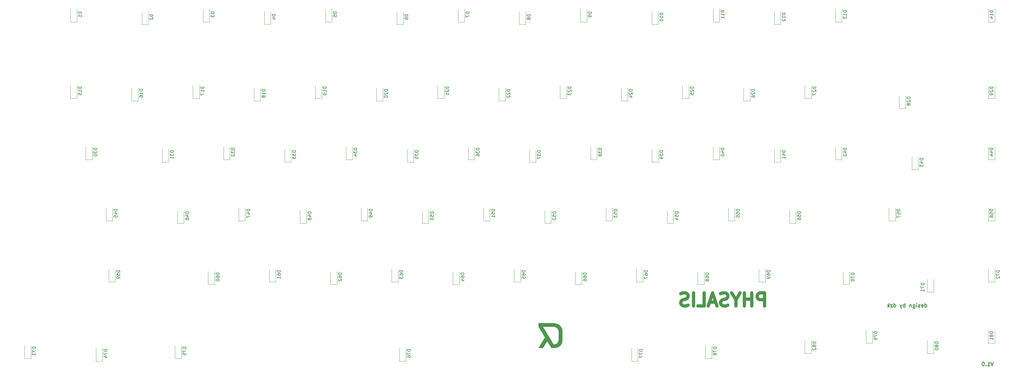
<source format=gbr>
%TF.GenerationSoftware,KiCad,Pcbnew,7.0.7*%
%TF.CreationDate,2023-10-07T20:29:56+07:00*%
%TF.ProjectId,physalis,70687973-616c-4697-932e-6b696361645f,rev?*%
%TF.SameCoordinates,Original*%
%TF.FileFunction,Legend,Bot*%
%TF.FilePolarity,Positive*%
%FSLAX46Y46*%
G04 Gerber Fmt 4.6, Leading zero omitted, Abs format (unit mm)*
G04 Created by KiCad (PCBNEW 7.0.7) date 2023-10-07 20:29:56*
%MOMM*%
%LPD*%
G01*
G04 APERTURE LIST*
%ADD10C,0.240000*%
%ADD11C,1.000000*%
%ADD12C,0.150000*%
%ADD13C,0.120000*%
G04 APERTURE END LIST*
D10*
X327546570Y-140721912D02*
X327146570Y-141921912D01*
X327146570Y-141921912D02*
X326746570Y-140721912D01*
X325717999Y-141921912D02*
X326403713Y-141921912D01*
X326060856Y-141921912D02*
X326060856Y-140721912D01*
X326060856Y-140721912D02*
X326175142Y-140893341D01*
X326175142Y-140893341D02*
X326289427Y-141007627D01*
X326289427Y-141007627D02*
X326403713Y-141064770D01*
X325203713Y-141807627D02*
X325146570Y-141864770D01*
X325146570Y-141864770D02*
X325203713Y-141921912D01*
X325203713Y-141921912D02*
X325260856Y-141864770D01*
X325260856Y-141864770D02*
X325203713Y-141807627D01*
X325203713Y-141807627D02*
X325203713Y-141921912D01*
X324403713Y-140721912D02*
X324289427Y-140721912D01*
X324289427Y-140721912D02*
X324175141Y-140779055D01*
X324175141Y-140779055D02*
X324117999Y-140836198D01*
X324117999Y-140836198D02*
X324060856Y-140950484D01*
X324060856Y-140950484D02*
X324003713Y-141179055D01*
X324003713Y-141179055D02*
X324003713Y-141464770D01*
X324003713Y-141464770D02*
X324060856Y-141693341D01*
X324060856Y-141693341D02*
X324117999Y-141807627D01*
X324117999Y-141807627D02*
X324175141Y-141864770D01*
X324175141Y-141864770D02*
X324289427Y-141921912D01*
X324289427Y-141921912D02*
X324403713Y-141921912D01*
X324403713Y-141921912D02*
X324517999Y-141864770D01*
X324517999Y-141864770D02*
X324575141Y-141807627D01*
X324575141Y-141807627D02*
X324632284Y-141693341D01*
X324632284Y-141693341D02*
X324689427Y-141464770D01*
X324689427Y-141464770D02*
X324689427Y-141179055D01*
X324689427Y-141179055D02*
X324632284Y-140950484D01*
X324632284Y-140950484D02*
X324575141Y-140836198D01*
X324575141Y-140836198D02*
X324517999Y-140779055D01*
X324517999Y-140779055D02*
X324403713Y-140721912D01*
D11*
X256358475Y-123283476D02*
X256358475Y-119283476D01*
X256358475Y-119283476D02*
X254834665Y-119283476D01*
X254834665Y-119283476D02*
X254453713Y-119473952D01*
X254453713Y-119473952D02*
X254263236Y-119664428D01*
X254263236Y-119664428D02*
X254072760Y-120045380D01*
X254072760Y-120045380D02*
X254072760Y-120616809D01*
X254072760Y-120616809D02*
X254263236Y-120997761D01*
X254263236Y-120997761D02*
X254453713Y-121188238D01*
X254453713Y-121188238D02*
X254834665Y-121378714D01*
X254834665Y-121378714D02*
X256358475Y-121378714D01*
X252358475Y-123283476D02*
X252358475Y-119283476D01*
X252358475Y-121188238D02*
X250072760Y-121188238D01*
X250072760Y-123283476D02*
X250072760Y-119283476D01*
X247406094Y-121378714D02*
X247406094Y-123283476D01*
X248739427Y-119283476D02*
X247406094Y-121378714D01*
X247406094Y-121378714D02*
X246072760Y-119283476D01*
X244929904Y-123093000D02*
X244358475Y-123283476D01*
X244358475Y-123283476D02*
X243406094Y-123283476D01*
X243406094Y-123283476D02*
X243025142Y-123093000D01*
X243025142Y-123093000D02*
X242834666Y-122902523D01*
X242834666Y-122902523D02*
X242644189Y-122521571D01*
X242644189Y-122521571D02*
X242644189Y-122140619D01*
X242644189Y-122140619D02*
X242834666Y-121759666D01*
X242834666Y-121759666D02*
X243025142Y-121569190D01*
X243025142Y-121569190D02*
X243406094Y-121378714D01*
X243406094Y-121378714D02*
X244167999Y-121188238D01*
X244167999Y-121188238D02*
X244548951Y-120997761D01*
X244548951Y-120997761D02*
X244739428Y-120807285D01*
X244739428Y-120807285D02*
X244929904Y-120426333D01*
X244929904Y-120426333D02*
X244929904Y-120045380D01*
X244929904Y-120045380D02*
X244739428Y-119664428D01*
X244739428Y-119664428D02*
X244548951Y-119473952D01*
X244548951Y-119473952D02*
X244167999Y-119283476D01*
X244167999Y-119283476D02*
X243215618Y-119283476D01*
X243215618Y-119283476D02*
X242644189Y-119473952D01*
X241120380Y-122140619D02*
X239215618Y-122140619D01*
X241501332Y-123283476D02*
X240167999Y-119283476D01*
X240167999Y-119283476D02*
X238834665Y-123283476D01*
X235596571Y-123283476D02*
X237501333Y-123283476D01*
X237501333Y-123283476D02*
X237501333Y-119283476D01*
X234263238Y-123283476D02*
X234263238Y-119283476D01*
X232548952Y-123093000D02*
X231977523Y-123283476D01*
X231977523Y-123283476D02*
X231025142Y-123283476D01*
X231025142Y-123283476D02*
X230644190Y-123093000D01*
X230644190Y-123093000D02*
X230453714Y-122902523D01*
X230453714Y-122902523D02*
X230263237Y-122521571D01*
X230263237Y-122521571D02*
X230263237Y-122140619D01*
X230263237Y-122140619D02*
X230453714Y-121759666D01*
X230453714Y-121759666D02*
X230644190Y-121569190D01*
X230644190Y-121569190D02*
X231025142Y-121378714D01*
X231025142Y-121378714D02*
X231787047Y-121188238D01*
X231787047Y-121188238D02*
X232167999Y-120997761D01*
X232167999Y-120997761D02*
X232358476Y-120807285D01*
X232358476Y-120807285D02*
X232548952Y-120426333D01*
X232548952Y-120426333D02*
X232548952Y-120045380D01*
X232548952Y-120045380D02*
X232358476Y-119664428D01*
X232358476Y-119664428D02*
X232167999Y-119473952D01*
X232167999Y-119473952D02*
X231787047Y-119283476D01*
X231787047Y-119283476D02*
X230834666Y-119283476D01*
X230834666Y-119283476D02*
X230263237Y-119473952D01*
D10*
X306223356Y-123665662D02*
X306223356Y-122465662D01*
X306223356Y-123608520D02*
X306337641Y-123665662D01*
X306337641Y-123665662D02*
X306566213Y-123665662D01*
X306566213Y-123665662D02*
X306680498Y-123608520D01*
X306680498Y-123608520D02*
X306737641Y-123551377D01*
X306737641Y-123551377D02*
X306794784Y-123437091D01*
X306794784Y-123437091D02*
X306794784Y-123094234D01*
X306794784Y-123094234D02*
X306737641Y-122979948D01*
X306737641Y-122979948D02*
X306680498Y-122922805D01*
X306680498Y-122922805D02*
X306566213Y-122865662D01*
X306566213Y-122865662D02*
X306337641Y-122865662D01*
X306337641Y-122865662D02*
X306223356Y-122922805D01*
X305194784Y-123608520D02*
X305309070Y-123665662D01*
X305309070Y-123665662D02*
X305537642Y-123665662D01*
X305537642Y-123665662D02*
X305651927Y-123608520D01*
X305651927Y-123608520D02*
X305709070Y-123494234D01*
X305709070Y-123494234D02*
X305709070Y-123037091D01*
X305709070Y-123037091D02*
X305651927Y-122922805D01*
X305651927Y-122922805D02*
X305537642Y-122865662D01*
X305537642Y-122865662D02*
X305309070Y-122865662D01*
X305309070Y-122865662D02*
X305194784Y-122922805D01*
X305194784Y-122922805D02*
X305137642Y-123037091D01*
X305137642Y-123037091D02*
X305137642Y-123151377D01*
X305137642Y-123151377D02*
X305709070Y-123265662D01*
X304680499Y-123608520D02*
X304566213Y-123665662D01*
X304566213Y-123665662D02*
X304337642Y-123665662D01*
X304337642Y-123665662D02*
X304223356Y-123608520D01*
X304223356Y-123608520D02*
X304166213Y-123494234D01*
X304166213Y-123494234D02*
X304166213Y-123437091D01*
X304166213Y-123437091D02*
X304223356Y-123322805D01*
X304223356Y-123322805D02*
X304337642Y-123265662D01*
X304337642Y-123265662D02*
X304509071Y-123265662D01*
X304509071Y-123265662D02*
X304623356Y-123208520D01*
X304623356Y-123208520D02*
X304680499Y-123094234D01*
X304680499Y-123094234D02*
X304680499Y-123037091D01*
X304680499Y-123037091D02*
X304623356Y-122922805D01*
X304623356Y-122922805D02*
X304509071Y-122865662D01*
X304509071Y-122865662D02*
X304337642Y-122865662D01*
X304337642Y-122865662D02*
X304223356Y-122922805D01*
X303651927Y-123665662D02*
X303651927Y-122865662D01*
X303651927Y-122465662D02*
X303709070Y-122522805D01*
X303709070Y-122522805D02*
X303651927Y-122579948D01*
X303651927Y-122579948D02*
X303594784Y-122522805D01*
X303594784Y-122522805D02*
X303651927Y-122465662D01*
X303651927Y-122465662D02*
X303651927Y-122579948D01*
X302566213Y-122865662D02*
X302566213Y-123837091D01*
X302566213Y-123837091D02*
X302623355Y-123951377D01*
X302623355Y-123951377D02*
X302680498Y-124008520D01*
X302680498Y-124008520D02*
X302794784Y-124065662D01*
X302794784Y-124065662D02*
X302966213Y-124065662D01*
X302966213Y-124065662D02*
X303080498Y-124008520D01*
X302566213Y-123608520D02*
X302680498Y-123665662D01*
X302680498Y-123665662D02*
X302909070Y-123665662D01*
X302909070Y-123665662D02*
X303023355Y-123608520D01*
X303023355Y-123608520D02*
X303080498Y-123551377D01*
X303080498Y-123551377D02*
X303137641Y-123437091D01*
X303137641Y-123437091D02*
X303137641Y-123094234D01*
X303137641Y-123094234D02*
X303080498Y-122979948D01*
X303080498Y-122979948D02*
X303023355Y-122922805D01*
X303023355Y-122922805D02*
X302909070Y-122865662D01*
X302909070Y-122865662D02*
X302680498Y-122865662D01*
X302680498Y-122865662D02*
X302566213Y-122922805D01*
X301994784Y-122865662D02*
X301994784Y-123665662D01*
X301994784Y-122979948D02*
X301937641Y-122922805D01*
X301937641Y-122922805D02*
X301823356Y-122865662D01*
X301823356Y-122865662D02*
X301651927Y-122865662D01*
X301651927Y-122865662D02*
X301537641Y-122922805D01*
X301537641Y-122922805D02*
X301480499Y-123037091D01*
X301480499Y-123037091D02*
X301480499Y-123665662D01*
X299994784Y-123665662D02*
X299994784Y-122465662D01*
X299994784Y-122922805D02*
X299880499Y-122865662D01*
X299880499Y-122865662D02*
X299651927Y-122865662D01*
X299651927Y-122865662D02*
X299537641Y-122922805D01*
X299537641Y-122922805D02*
X299480499Y-122979948D01*
X299480499Y-122979948D02*
X299423356Y-123094234D01*
X299423356Y-123094234D02*
X299423356Y-123437091D01*
X299423356Y-123437091D02*
X299480499Y-123551377D01*
X299480499Y-123551377D02*
X299537641Y-123608520D01*
X299537641Y-123608520D02*
X299651927Y-123665662D01*
X299651927Y-123665662D02*
X299880499Y-123665662D01*
X299880499Y-123665662D02*
X299994784Y-123608520D01*
X299023356Y-122865662D02*
X298737642Y-123665662D01*
X298451927Y-122865662D02*
X298737642Y-123665662D01*
X298737642Y-123665662D02*
X298851927Y-123951377D01*
X298851927Y-123951377D02*
X298909070Y-124008520D01*
X298909070Y-124008520D02*
X299023356Y-124065662D01*
X296566213Y-123665662D02*
X296566213Y-122465662D01*
X296566213Y-123608520D02*
X296680498Y-123665662D01*
X296680498Y-123665662D02*
X296909070Y-123665662D01*
X296909070Y-123665662D02*
X297023355Y-123608520D01*
X297023355Y-123608520D02*
X297080498Y-123551377D01*
X297080498Y-123551377D02*
X297137641Y-123437091D01*
X297137641Y-123437091D02*
X297137641Y-123094234D01*
X297137641Y-123094234D02*
X297080498Y-122979948D01*
X297080498Y-122979948D02*
X297023355Y-122922805D01*
X297023355Y-122922805D02*
X296909070Y-122865662D01*
X296909070Y-122865662D02*
X296680498Y-122865662D01*
X296680498Y-122865662D02*
X296566213Y-122922805D01*
X296109070Y-122865662D02*
X295480499Y-122865662D01*
X295480499Y-122865662D02*
X296109070Y-123665662D01*
X296109070Y-123665662D02*
X295480499Y-123665662D01*
X295023355Y-123665662D02*
X295023355Y-122465662D01*
X294909070Y-123208520D02*
X294566212Y-123665662D01*
X294566212Y-122865662D02*
X295023355Y-123322805D01*
D12*
X272329819Y-134516964D02*
X271329819Y-134516964D01*
X271329819Y-134516964D02*
X271329819Y-134755059D01*
X271329819Y-134755059D02*
X271377438Y-134897916D01*
X271377438Y-134897916D02*
X271472676Y-134993154D01*
X271472676Y-134993154D02*
X271567914Y-135040773D01*
X271567914Y-135040773D02*
X271758390Y-135088392D01*
X271758390Y-135088392D02*
X271901247Y-135088392D01*
X271901247Y-135088392D02*
X272091723Y-135040773D01*
X272091723Y-135040773D02*
X272186961Y-134993154D01*
X272186961Y-134993154D02*
X272282200Y-134897916D01*
X272282200Y-134897916D02*
X272329819Y-134755059D01*
X272329819Y-134755059D02*
X272329819Y-134516964D01*
X271758390Y-135659821D02*
X271710771Y-135564583D01*
X271710771Y-135564583D02*
X271663152Y-135516964D01*
X271663152Y-135516964D02*
X271567914Y-135469345D01*
X271567914Y-135469345D02*
X271520295Y-135469345D01*
X271520295Y-135469345D02*
X271425057Y-135516964D01*
X271425057Y-135516964D02*
X271377438Y-135564583D01*
X271377438Y-135564583D02*
X271329819Y-135659821D01*
X271329819Y-135659821D02*
X271329819Y-135850297D01*
X271329819Y-135850297D02*
X271377438Y-135945535D01*
X271377438Y-135945535D02*
X271425057Y-135993154D01*
X271425057Y-135993154D02*
X271520295Y-136040773D01*
X271520295Y-136040773D02*
X271567914Y-136040773D01*
X271567914Y-136040773D02*
X271663152Y-135993154D01*
X271663152Y-135993154D02*
X271710771Y-135945535D01*
X271710771Y-135945535D02*
X271758390Y-135850297D01*
X271758390Y-135850297D02*
X271758390Y-135659821D01*
X271758390Y-135659821D02*
X271806009Y-135564583D01*
X271806009Y-135564583D02*
X271853628Y-135516964D01*
X271853628Y-135516964D02*
X271948866Y-135469345D01*
X271948866Y-135469345D02*
X272139342Y-135469345D01*
X272139342Y-135469345D02*
X272234580Y-135516964D01*
X272234580Y-135516964D02*
X272282200Y-135564583D01*
X272282200Y-135564583D02*
X272329819Y-135659821D01*
X272329819Y-135659821D02*
X272329819Y-135850297D01*
X272329819Y-135850297D02*
X272282200Y-135945535D01*
X272282200Y-135945535D02*
X272234580Y-135993154D01*
X272234580Y-135993154D02*
X272139342Y-136040773D01*
X272139342Y-136040773D02*
X271948866Y-136040773D01*
X271948866Y-136040773D02*
X271853628Y-135993154D01*
X271853628Y-135993154D02*
X271806009Y-135945535D01*
X271806009Y-135945535D02*
X271758390Y-135850297D01*
X271425057Y-136421726D02*
X271377438Y-136469345D01*
X271377438Y-136469345D02*
X271329819Y-136564583D01*
X271329819Y-136564583D02*
X271329819Y-136802678D01*
X271329819Y-136802678D02*
X271377438Y-136897916D01*
X271377438Y-136897916D02*
X271425057Y-136945535D01*
X271425057Y-136945535D02*
X271520295Y-136993154D01*
X271520295Y-136993154D02*
X271615533Y-136993154D01*
X271615533Y-136993154D02*
X271758390Y-136945535D01*
X271758390Y-136945535D02*
X272329819Y-136374107D01*
X272329819Y-136374107D02*
X272329819Y-136993154D01*
X48492319Y-74191964D02*
X47492319Y-74191964D01*
X47492319Y-74191964D02*
X47492319Y-74430059D01*
X47492319Y-74430059D02*
X47539938Y-74572916D01*
X47539938Y-74572916D02*
X47635176Y-74668154D01*
X47635176Y-74668154D02*
X47730414Y-74715773D01*
X47730414Y-74715773D02*
X47920890Y-74763392D01*
X47920890Y-74763392D02*
X48063747Y-74763392D01*
X48063747Y-74763392D02*
X48254223Y-74715773D01*
X48254223Y-74715773D02*
X48349461Y-74668154D01*
X48349461Y-74668154D02*
X48444700Y-74572916D01*
X48444700Y-74572916D02*
X48492319Y-74430059D01*
X48492319Y-74430059D02*
X48492319Y-74191964D01*
X47492319Y-75096726D02*
X47492319Y-75715773D01*
X47492319Y-75715773D02*
X47873271Y-75382440D01*
X47873271Y-75382440D02*
X47873271Y-75525297D01*
X47873271Y-75525297D02*
X47920890Y-75620535D01*
X47920890Y-75620535D02*
X47968509Y-75668154D01*
X47968509Y-75668154D02*
X48063747Y-75715773D01*
X48063747Y-75715773D02*
X48301842Y-75715773D01*
X48301842Y-75715773D02*
X48397080Y-75668154D01*
X48397080Y-75668154D02*
X48444700Y-75620535D01*
X48444700Y-75620535D02*
X48492319Y-75525297D01*
X48492319Y-75525297D02*
X48492319Y-75239583D01*
X48492319Y-75239583D02*
X48444700Y-75144345D01*
X48444700Y-75144345D02*
X48397080Y-75096726D01*
X47492319Y-76334821D02*
X47492319Y-76430059D01*
X47492319Y-76430059D02*
X47539938Y-76525297D01*
X47539938Y-76525297D02*
X47587557Y-76572916D01*
X47587557Y-76572916D02*
X47682795Y-76620535D01*
X47682795Y-76620535D02*
X47873271Y-76668154D01*
X47873271Y-76668154D02*
X48111366Y-76668154D01*
X48111366Y-76668154D02*
X48301842Y-76620535D01*
X48301842Y-76620535D02*
X48397080Y-76572916D01*
X48397080Y-76572916D02*
X48444700Y-76525297D01*
X48444700Y-76525297D02*
X48492319Y-76430059D01*
X48492319Y-76430059D02*
X48492319Y-76334821D01*
X48492319Y-76334821D02*
X48444700Y-76239583D01*
X48444700Y-76239583D02*
X48397080Y-76191964D01*
X48397080Y-76191964D02*
X48301842Y-76144345D01*
X48301842Y-76144345D02*
X48111366Y-76096726D01*
X48111366Y-76096726D02*
X47873271Y-76096726D01*
X47873271Y-76096726D02*
X47682795Y-76144345D01*
X47682795Y-76144345D02*
X47587557Y-76191964D01*
X47587557Y-76191964D02*
X47539938Y-76239583D01*
X47539938Y-76239583D02*
X47492319Y-76334821D01*
X219942319Y-112291964D02*
X218942319Y-112291964D01*
X218942319Y-112291964D02*
X218942319Y-112530059D01*
X218942319Y-112530059D02*
X218989938Y-112672916D01*
X218989938Y-112672916D02*
X219085176Y-112768154D01*
X219085176Y-112768154D02*
X219180414Y-112815773D01*
X219180414Y-112815773D02*
X219370890Y-112863392D01*
X219370890Y-112863392D02*
X219513747Y-112863392D01*
X219513747Y-112863392D02*
X219704223Y-112815773D01*
X219704223Y-112815773D02*
X219799461Y-112768154D01*
X219799461Y-112768154D02*
X219894700Y-112672916D01*
X219894700Y-112672916D02*
X219942319Y-112530059D01*
X219942319Y-112530059D02*
X219942319Y-112291964D01*
X218942319Y-113720535D02*
X218942319Y-113530059D01*
X218942319Y-113530059D02*
X218989938Y-113434821D01*
X218989938Y-113434821D02*
X219037557Y-113387202D01*
X219037557Y-113387202D02*
X219180414Y-113291964D01*
X219180414Y-113291964D02*
X219370890Y-113244345D01*
X219370890Y-113244345D02*
X219751842Y-113244345D01*
X219751842Y-113244345D02*
X219847080Y-113291964D01*
X219847080Y-113291964D02*
X219894700Y-113339583D01*
X219894700Y-113339583D02*
X219942319Y-113434821D01*
X219942319Y-113434821D02*
X219942319Y-113625297D01*
X219942319Y-113625297D02*
X219894700Y-113720535D01*
X219894700Y-113720535D02*
X219847080Y-113768154D01*
X219847080Y-113768154D02*
X219751842Y-113815773D01*
X219751842Y-113815773D02*
X219513747Y-113815773D01*
X219513747Y-113815773D02*
X219418509Y-113768154D01*
X219418509Y-113768154D02*
X219370890Y-113720535D01*
X219370890Y-113720535D02*
X219323271Y-113625297D01*
X219323271Y-113625297D02*
X219323271Y-113434821D01*
X219323271Y-113434821D02*
X219370890Y-113339583D01*
X219370890Y-113339583D02*
X219418509Y-113291964D01*
X219418509Y-113291964D02*
X219513747Y-113244345D01*
X218942319Y-114149107D02*
X218942319Y-114815773D01*
X218942319Y-114815773D02*
X219942319Y-114387202D01*
X162792319Y-113085714D02*
X161792319Y-113085714D01*
X161792319Y-113085714D02*
X161792319Y-113323809D01*
X161792319Y-113323809D02*
X161839938Y-113466666D01*
X161839938Y-113466666D02*
X161935176Y-113561904D01*
X161935176Y-113561904D02*
X162030414Y-113609523D01*
X162030414Y-113609523D02*
X162220890Y-113657142D01*
X162220890Y-113657142D02*
X162363747Y-113657142D01*
X162363747Y-113657142D02*
X162554223Y-113609523D01*
X162554223Y-113609523D02*
X162649461Y-113561904D01*
X162649461Y-113561904D02*
X162744700Y-113466666D01*
X162744700Y-113466666D02*
X162792319Y-113323809D01*
X162792319Y-113323809D02*
X162792319Y-113085714D01*
X161792319Y-114514285D02*
X161792319Y-114323809D01*
X161792319Y-114323809D02*
X161839938Y-114228571D01*
X161839938Y-114228571D02*
X161887557Y-114180952D01*
X161887557Y-114180952D02*
X162030414Y-114085714D01*
X162030414Y-114085714D02*
X162220890Y-114038095D01*
X162220890Y-114038095D02*
X162601842Y-114038095D01*
X162601842Y-114038095D02*
X162697080Y-114085714D01*
X162697080Y-114085714D02*
X162744700Y-114133333D01*
X162744700Y-114133333D02*
X162792319Y-114228571D01*
X162792319Y-114228571D02*
X162792319Y-114419047D01*
X162792319Y-114419047D02*
X162744700Y-114514285D01*
X162744700Y-114514285D02*
X162697080Y-114561904D01*
X162697080Y-114561904D02*
X162601842Y-114609523D01*
X162601842Y-114609523D02*
X162363747Y-114609523D01*
X162363747Y-114609523D02*
X162268509Y-114561904D01*
X162268509Y-114561904D02*
X162220890Y-114514285D01*
X162220890Y-114514285D02*
X162173271Y-114419047D01*
X162173271Y-114419047D02*
X162173271Y-114228571D01*
X162173271Y-114228571D02*
X162220890Y-114133333D01*
X162220890Y-114133333D02*
X162268509Y-114085714D01*
X162268509Y-114085714D02*
X162363747Y-114038095D01*
X162125652Y-115466666D02*
X162792319Y-115466666D01*
X161744700Y-115228571D02*
X162458985Y-114990476D01*
X162458985Y-114990476D02*
X162458985Y-115609523D01*
X181842319Y-112291964D02*
X180842319Y-112291964D01*
X180842319Y-112291964D02*
X180842319Y-112530059D01*
X180842319Y-112530059D02*
X180889938Y-112672916D01*
X180889938Y-112672916D02*
X180985176Y-112768154D01*
X180985176Y-112768154D02*
X181080414Y-112815773D01*
X181080414Y-112815773D02*
X181270890Y-112863392D01*
X181270890Y-112863392D02*
X181413747Y-112863392D01*
X181413747Y-112863392D02*
X181604223Y-112815773D01*
X181604223Y-112815773D02*
X181699461Y-112768154D01*
X181699461Y-112768154D02*
X181794700Y-112672916D01*
X181794700Y-112672916D02*
X181842319Y-112530059D01*
X181842319Y-112530059D02*
X181842319Y-112291964D01*
X180842319Y-113720535D02*
X180842319Y-113530059D01*
X180842319Y-113530059D02*
X180889938Y-113434821D01*
X180889938Y-113434821D02*
X180937557Y-113387202D01*
X180937557Y-113387202D02*
X181080414Y-113291964D01*
X181080414Y-113291964D02*
X181270890Y-113244345D01*
X181270890Y-113244345D02*
X181651842Y-113244345D01*
X181651842Y-113244345D02*
X181747080Y-113291964D01*
X181747080Y-113291964D02*
X181794700Y-113339583D01*
X181794700Y-113339583D02*
X181842319Y-113434821D01*
X181842319Y-113434821D02*
X181842319Y-113625297D01*
X181842319Y-113625297D02*
X181794700Y-113720535D01*
X181794700Y-113720535D02*
X181747080Y-113768154D01*
X181747080Y-113768154D02*
X181651842Y-113815773D01*
X181651842Y-113815773D02*
X181413747Y-113815773D01*
X181413747Y-113815773D02*
X181318509Y-113768154D01*
X181318509Y-113768154D02*
X181270890Y-113720535D01*
X181270890Y-113720535D02*
X181223271Y-113625297D01*
X181223271Y-113625297D02*
X181223271Y-113434821D01*
X181223271Y-113434821D02*
X181270890Y-113339583D01*
X181270890Y-113339583D02*
X181318509Y-113291964D01*
X181318509Y-113291964D02*
X181413747Y-113244345D01*
X180842319Y-114720535D02*
X180842319Y-114244345D01*
X180842319Y-114244345D02*
X181318509Y-114196726D01*
X181318509Y-114196726D02*
X181270890Y-114244345D01*
X181270890Y-114244345D02*
X181223271Y-114339583D01*
X181223271Y-114339583D02*
X181223271Y-114577678D01*
X181223271Y-114577678D02*
X181270890Y-114672916D01*
X181270890Y-114672916D02*
X181318509Y-114720535D01*
X181318509Y-114720535D02*
X181413747Y-114768154D01*
X181413747Y-114768154D02*
X181651842Y-114768154D01*
X181651842Y-114768154D02*
X181747080Y-114720535D01*
X181747080Y-114720535D02*
X181794700Y-114672916D01*
X181794700Y-114672916D02*
X181842319Y-114577678D01*
X181842319Y-114577678D02*
X181842319Y-114339583D01*
X181842319Y-114339583D02*
X181794700Y-114244345D01*
X181794700Y-114244345D02*
X181747080Y-114196726D01*
X327479819Y-93241964D02*
X326479819Y-93241964D01*
X326479819Y-93241964D02*
X326479819Y-93480059D01*
X326479819Y-93480059D02*
X326527438Y-93622916D01*
X326527438Y-93622916D02*
X326622676Y-93718154D01*
X326622676Y-93718154D02*
X326717914Y-93765773D01*
X326717914Y-93765773D02*
X326908390Y-93813392D01*
X326908390Y-93813392D02*
X327051247Y-93813392D01*
X327051247Y-93813392D02*
X327241723Y-93765773D01*
X327241723Y-93765773D02*
X327336961Y-93718154D01*
X327336961Y-93718154D02*
X327432200Y-93622916D01*
X327432200Y-93622916D02*
X327479819Y-93480059D01*
X327479819Y-93480059D02*
X327479819Y-93241964D01*
X326479819Y-94718154D02*
X326479819Y-94241964D01*
X326479819Y-94241964D02*
X326956009Y-94194345D01*
X326956009Y-94194345D02*
X326908390Y-94241964D01*
X326908390Y-94241964D02*
X326860771Y-94337202D01*
X326860771Y-94337202D02*
X326860771Y-94575297D01*
X326860771Y-94575297D02*
X326908390Y-94670535D01*
X326908390Y-94670535D02*
X326956009Y-94718154D01*
X326956009Y-94718154D02*
X327051247Y-94765773D01*
X327051247Y-94765773D02*
X327289342Y-94765773D01*
X327289342Y-94765773D02*
X327384580Y-94718154D01*
X327384580Y-94718154D02*
X327432200Y-94670535D01*
X327432200Y-94670535D02*
X327479819Y-94575297D01*
X327479819Y-94575297D02*
X327479819Y-94337202D01*
X327479819Y-94337202D02*
X327432200Y-94241964D01*
X327432200Y-94241964D02*
X327384580Y-94194345D01*
X326908390Y-95337202D02*
X326860771Y-95241964D01*
X326860771Y-95241964D02*
X326813152Y-95194345D01*
X326813152Y-95194345D02*
X326717914Y-95146726D01*
X326717914Y-95146726D02*
X326670295Y-95146726D01*
X326670295Y-95146726D02*
X326575057Y-95194345D01*
X326575057Y-95194345D02*
X326527438Y-95241964D01*
X326527438Y-95241964D02*
X326479819Y-95337202D01*
X326479819Y-95337202D02*
X326479819Y-95527678D01*
X326479819Y-95527678D02*
X326527438Y-95622916D01*
X326527438Y-95622916D02*
X326575057Y-95670535D01*
X326575057Y-95670535D02*
X326670295Y-95718154D01*
X326670295Y-95718154D02*
X326717914Y-95718154D01*
X326717914Y-95718154D02*
X326813152Y-95670535D01*
X326813152Y-95670535D02*
X326860771Y-95622916D01*
X326860771Y-95622916D02*
X326908390Y-95527678D01*
X326908390Y-95527678D02*
X326908390Y-95337202D01*
X326908390Y-95337202D02*
X326956009Y-95241964D01*
X326956009Y-95241964D02*
X327003628Y-95194345D01*
X327003628Y-95194345D02*
X327098866Y-95146726D01*
X327098866Y-95146726D02*
X327289342Y-95146726D01*
X327289342Y-95146726D02*
X327384580Y-95194345D01*
X327384580Y-95194345D02*
X327432200Y-95241964D01*
X327432200Y-95241964D02*
X327479819Y-95337202D01*
X327479819Y-95337202D02*
X327479819Y-95527678D01*
X327479819Y-95527678D02*
X327432200Y-95622916D01*
X327432200Y-95622916D02*
X327384580Y-95670535D01*
X327384580Y-95670535D02*
X327289342Y-95718154D01*
X327289342Y-95718154D02*
X327098866Y-95718154D01*
X327098866Y-95718154D02*
X327003628Y-95670535D01*
X327003628Y-95670535D02*
X326956009Y-95622916D01*
X326956009Y-95622916D02*
X326908390Y-95527678D01*
X72304819Y-74985714D02*
X71304819Y-74985714D01*
X71304819Y-74985714D02*
X71304819Y-75223809D01*
X71304819Y-75223809D02*
X71352438Y-75366666D01*
X71352438Y-75366666D02*
X71447676Y-75461904D01*
X71447676Y-75461904D02*
X71542914Y-75509523D01*
X71542914Y-75509523D02*
X71733390Y-75557142D01*
X71733390Y-75557142D02*
X71876247Y-75557142D01*
X71876247Y-75557142D02*
X72066723Y-75509523D01*
X72066723Y-75509523D02*
X72161961Y-75461904D01*
X72161961Y-75461904D02*
X72257200Y-75366666D01*
X72257200Y-75366666D02*
X72304819Y-75223809D01*
X72304819Y-75223809D02*
X72304819Y-74985714D01*
X71304819Y-75890476D02*
X71304819Y-76509523D01*
X71304819Y-76509523D02*
X71685771Y-76176190D01*
X71685771Y-76176190D02*
X71685771Y-76319047D01*
X71685771Y-76319047D02*
X71733390Y-76414285D01*
X71733390Y-76414285D02*
X71781009Y-76461904D01*
X71781009Y-76461904D02*
X71876247Y-76509523D01*
X71876247Y-76509523D02*
X72114342Y-76509523D01*
X72114342Y-76509523D02*
X72209580Y-76461904D01*
X72209580Y-76461904D02*
X72257200Y-76414285D01*
X72257200Y-76414285D02*
X72304819Y-76319047D01*
X72304819Y-76319047D02*
X72304819Y-76033333D01*
X72304819Y-76033333D02*
X72257200Y-75938095D01*
X72257200Y-75938095D02*
X72209580Y-75890476D01*
X72304819Y-77461904D02*
X72304819Y-76890476D01*
X72304819Y-77176190D02*
X71304819Y-77176190D01*
X71304819Y-77176190D02*
X71447676Y-77080952D01*
X71447676Y-77080952D02*
X71542914Y-76985714D01*
X71542914Y-76985714D02*
X71590533Y-76890476D01*
X105642319Y-112291964D02*
X104642319Y-112291964D01*
X104642319Y-112291964D02*
X104642319Y-112530059D01*
X104642319Y-112530059D02*
X104689938Y-112672916D01*
X104689938Y-112672916D02*
X104785176Y-112768154D01*
X104785176Y-112768154D02*
X104880414Y-112815773D01*
X104880414Y-112815773D02*
X105070890Y-112863392D01*
X105070890Y-112863392D02*
X105213747Y-112863392D01*
X105213747Y-112863392D02*
X105404223Y-112815773D01*
X105404223Y-112815773D02*
X105499461Y-112768154D01*
X105499461Y-112768154D02*
X105594700Y-112672916D01*
X105594700Y-112672916D02*
X105642319Y-112530059D01*
X105642319Y-112530059D02*
X105642319Y-112291964D01*
X104642319Y-113720535D02*
X104642319Y-113530059D01*
X104642319Y-113530059D02*
X104689938Y-113434821D01*
X104689938Y-113434821D02*
X104737557Y-113387202D01*
X104737557Y-113387202D02*
X104880414Y-113291964D01*
X104880414Y-113291964D02*
X105070890Y-113244345D01*
X105070890Y-113244345D02*
X105451842Y-113244345D01*
X105451842Y-113244345D02*
X105547080Y-113291964D01*
X105547080Y-113291964D02*
X105594700Y-113339583D01*
X105594700Y-113339583D02*
X105642319Y-113434821D01*
X105642319Y-113434821D02*
X105642319Y-113625297D01*
X105642319Y-113625297D02*
X105594700Y-113720535D01*
X105594700Y-113720535D02*
X105547080Y-113768154D01*
X105547080Y-113768154D02*
X105451842Y-113815773D01*
X105451842Y-113815773D02*
X105213747Y-113815773D01*
X105213747Y-113815773D02*
X105118509Y-113768154D01*
X105118509Y-113768154D02*
X105070890Y-113720535D01*
X105070890Y-113720535D02*
X105023271Y-113625297D01*
X105023271Y-113625297D02*
X105023271Y-113434821D01*
X105023271Y-113434821D02*
X105070890Y-113339583D01*
X105070890Y-113339583D02*
X105118509Y-113291964D01*
X105118509Y-113291964D02*
X105213747Y-113244345D01*
X105642319Y-114768154D02*
X105642319Y-114196726D01*
X105642319Y-114482440D02*
X104642319Y-114482440D01*
X104642319Y-114482440D02*
X104785176Y-114387202D01*
X104785176Y-114387202D02*
X104880414Y-114291964D01*
X104880414Y-114291964D02*
X104928033Y-114196726D01*
X158029819Y-55141964D02*
X157029819Y-55141964D01*
X157029819Y-55141964D02*
X157029819Y-55380059D01*
X157029819Y-55380059D02*
X157077438Y-55522916D01*
X157077438Y-55522916D02*
X157172676Y-55618154D01*
X157172676Y-55618154D02*
X157267914Y-55665773D01*
X157267914Y-55665773D02*
X157458390Y-55713392D01*
X157458390Y-55713392D02*
X157601247Y-55713392D01*
X157601247Y-55713392D02*
X157791723Y-55665773D01*
X157791723Y-55665773D02*
X157886961Y-55618154D01*
X157886961Y-55618154D02*
X157982200Y-55522916D01*
X157982200Y-55522916D02*
X158029819Y-55380059D01*
X158029819Y-55380059D02*
X158029819Y-55141964D01*
X157125057Y-56094345D02*
X157077438Y-56141964D01*
X157077438Y-56141964D02*
X157029819Y-56237202D01*
X157029819Y-56237202D02*
X157029819Y-56475297D01*
X157029819Y-56475297D02*
X157077438Y-56570535D01*
X157077438Y-56570535D02*
X157125057Y-56618154D01*
X157125057Y-56618154D02*
X157220295Y-56665773D01*
X157220295Y-56665773D02*
X157315533Y-56665773D01*
X157315533Y-56665773D02*
X157458390Y-56618154D01*
X157458390Y-56618154D02*
X158029819Y-56046726D01*
X158029819Y-56046726D02*
X158029819Y-56665773D01*
X158029819Y-57618154D02*
X158029819Y-57046726D01*
X158029819Y-57332440D02*
X157029819Y-57332440D01*
X157029819Y-57332440D02*
X157172676Y-57237202D01*
X157172676Y-57237202D02*
X157267914Y-57141964D01*
X157267914Y-57141964D02*
X157315533Y-57046726D01*
X124692319Y-113085714D02*
X123692319Y-113085714D01*
X123692319Y-113085714D02*
X123692319Y-113323809D01*
X123692319Y-113323809D02*
X123739938Y-113466666D01*
X123739938Y-113466666D02*
X123835176Y-113561904D01*
X123835176Y-113561904D02*
X123930414Y-113609523D01*
X123930414Y-113609523D02*
X124120890Y-113657142D01*
X124120890Y-113657142D02*
X124263747Y-113657142D01*
X124263747Y-113657142D02*
X124454223Y-113609523D01*
X124454223Y-113609523D02*
X124549461Y-113561904D01*
X124549461Y-113561904D02*
X124644700Y-113466666D01*
X124644700Y-113466666D02*
X124692319Y-113323809D01*
X124692319Y-113323809D02*
X124692319Y-113085714D01*
X123692319Y-114514285D02*
X123692319Y-114323809D01*
X123692319Y-114323809D02*
X123739938Y-114228571D01*
X123739938Y-114228571D02*
X123787557Y-114180952D01*
X123787557Y-114180952D02*
X123930414Y-114085714D01*
X123930414Y-114085714D02*
X124120890Y-114038095D01*
X124120890Y-114038095D02*
X124501842Y-114038095D01*
X124501842Y-114038095D02*
X124597080Y-114085714D01*
X124597080Y-114085714D02*
X124644700Y-114133333D01*
X124644700Y-114133333D02*
X124692319Y-114228571D01*
X124692319Y-114228571D02*
X124692319Y-114419047D01*
X124692319Y-114419047D02*
X124644700Y-114514285D01*
X124644700Y-114514285D02*
X124597080Y-114561904D01*
X124597080Y-114561904D02*
X124501842Y-114609523D01*
X124501842Y-114609523D02*
X124263747Y-114609523D01*
X124263747Y-114609523D02*
X124168509Y-114561904D01*
X124168509Y-114561904D02*
X124120890Y-114514285D01*
X124120890Y-114514285D02*
X124073271Y-114419047D01*
X124073271Y-114419047D02*
X124073271Y-114228571D01*
X124073271Y-114228571D02*
X124120890Y-114133333D01*
X124120890Y-114133333D02*
X124168509Y-114085714D01*
X124168509Y-114085714D02*
X124263747Y-114038095D01*
X123787557Y-114990476D02*
X123739938Y-115038095D01*
X123739938Y-115038095D02*
X123692319Y-115133333D01*
X123692319Y-115133333D02*
X123692319Y-115371428D01*
X123692319Y-115371428D02*
X123739938Y-115466666D01*
X123739938Y-115466666D02*
X123787557Y-115514285D01*
X123787557Y-115514285D02*
X123882795Y-115561904D01*
X123882795Y-115561904D02*
X123978033Y-115561904D01*
X123978033Y-115561904D02*
X124120890Y-115514285D01*
X124120890Y-115514285D02*
X124692319Y-114942857D01*
X124692319Y-114942857D02*
X124692319Y-115561904D01*
X329479819Y-112291964D02*
X328479819Y-112291964D01*
X328479819Y-112291964D02*
X328479819Y-112530059D01*
X328479819Y-112530059D02*
X328527438Y-112672916D01*
X328527438Y-112672916D02*
X328622676Y-112768154D01*
X328622676Y-112768154D02*
X328717914Y-112815773D01*
X328717914Y-112815773D02*
X328908390Y-112863392D01*
X328908390Y-112863392D02*
X329051247Y-112863392D01*
X329051247Y-112863392D02*
X329241723Y-112815773D01*
X329241723Y-112815773D02*
X329336961Y-112768154D01*
X329336961Y-112768154D02*
X329432200Y-112672916D01*
X329432200Y-112672916D02*
X329479819Y-112530059D01*
X329479819Y-112530059D02*
X329479819Y-112291964D01*
X328479819Y-113196726D02*
X328479819Y-113863392D01*
X328479819Y-113863392D02*
X329479819Y-113434821D01*
X328575057Y-114196726D02*
X328527438Y-114244345D01*
X328527438Y-114244345D02*
X328479819Y-114339583D01*
X328479819Y-114339583D02*
X328479819Y-114577678D01*
X328479819Y-114577678D02*
X328527438Y-114672916D01*
X328527438Y-114672916D02*
X328575057Y-114720535D01*
X328575057Y-114720535D02*
X328670295Y-114768154D01*
X328670295Y-114768154D02*
X328765533Y-114768154D01*
X328765533Y-114768154D02*
X328908390Y-114720535D01*
X328908390Y-114720535D02*
X329479819Y-114149107D01*
X329479819Y-114149107D02*
X329479819Y-114768154D01*
X183429819Y-32599405D02*
X182429819Y-32599405D01*
X182429819Y-32599405D02*
X182429819Y-32837500D01*
X182429819Y-32837500D02*
X182477438Y-32980357D01*
X182477438Y-32980357D02*
X182572676Y-33075595D01*
X182572676Y-33075595D02*
X182667914Y-33123214D01*
X182667914Y-33123214D02*
X182858390Y-33170833D01*
X182858390Y-33170833D02*
X183001247Y-33170833D01*
X183001247Y-33170833D02*
X183191723Y-33123214D01*
X183191723Y-33123214D02*
X183286961Y-33075595D01*
X183286961Y-33075595D02*
X183382200Y-32980357D01*
X183382200Y-32980357D02*
X183429819Y-32837500D01*
X183429819Y-32837500D02*
X183429819Y-32599405D01*
X182858390Y-33742262D02*
X182810771Y-33647024D01*
X182810771Y-33647024D02*
X182763152Y-33599405D01*
X182763152Y-33599405D02*
X182667914Y-33551786D01*
X182667914Y-33551786D02*
X182620295Y-33551786D01*
X182620295Y-33551786D02*
X182525057Y-33599405D01*
X182525057Y-33599405D02*
X182477438Y-33647024D01*
X182477438Y-33647024D02*
X182429819Y-33742262D01*
X182429819Y-33742262D02*
X182429819Y-33932738D01*
X182429819Y-33932738D02*
X182477438Y-34027976D01*
X182477438Y-34027976D02*
X182525057Y-34075595D01*
X182525057Y-34075595D02*
X182620295Y-34123214D01*
X182620295Y-34123214D02*
X182667914Y-34123214D01*
X182667914Y-34123214D02*
X182763152Y-34075595D01*
X182763152Y-34075595D02*
X182810771Y-34027976D01*
X182810771Y-34027976D02*
X182858390Y-33932738D01*
X182858390Y-33932738D02*
X182858390Y-33742262D01*
X182858390Y-33742262D02*
X182906009Y-33647024D01*
X182906009Y-33647024D02*
X182953628Y-33599405D01*
X182953628Y-33599405D02*
X183048866Y-33551786D01*
X183048866Y-33551786D02*
X183239342Y-33551786D01*
X183239342Y-33551786D02*
X183334580Y-33599405D01*
X183334580Y-33599405D02*
X183382200Y-33647024D01*
X183382200Y-33647024D02*
X183429819Y-33742262D01*
X183429819Y-33742262D02*
X183429819Y-33932738D01*
X183429819Y-33932738D02*
X183382200Y-34027976D01*
X183382200Y-34027976D02*
X183334580Y-34075595D01*
X183334580Y-34075595D02*
X183239342Y-34123214D01*
X183239342Y-34123214D02*
X183048866Y-34123214D01*
X183048866Y-34123214D02*
X182953628Y-34075595D01*
X182953628Y-34075595D02*
X182906009Y-34027976D01*
X182906009Y-34027976D02*
X182858390Y-33932738D01*
X196129819Y-55141964D02*
X195129819Y-55141964D01*
X195129819Y-55141964D02*
X195129819Y-55380059D01*
X195129819Y-55380059D02*
X195177438Y-55522916D01*
X195177438Y-55522916D02*
X195272676Y-55618154D01*
X195272676Y-55618154D02*
X195367914Y-55665773D01*
X195367914Y-55665773D02*
X195558390Y-55713392D01*
X195558390Y-55713392D02*
X195701247Y-55713392D01*
X195701247Y-55713392D02*
X195891723Y-55665773D01*
X195891723Y-55665773D02*
X195986961Y-55618154D01*
X195986961Y-55618154D02*
X196082200Y-55522916D01*
X196082200Y-55522916D02*
X196129819Y-55380059D01*
X196129819Y-55380059D02*
X196129819Y-55141964D01*
X195225057Y-56094345D02*
X195177438Y-56141964D01*
X195177438Y-56141964D02*
X195129819Y-56237202D01*
X195129819Y-56237202D02*
X195129819Y-56475297D01*
X195129819Y-56475297D02*
X195177438Y-56570535D01*
X195177438Y-56570535D02*
X195225057Y-56618154D01*
X195225057Y-56618154D02*
X195320295Y-56665773D01*
X195320295Y-56665773D02*
X195415533Y-56665773D01*
X195415533Y-56665773D02*
X195558390Y-56618154D01*
X195558390Y-56618154D02*
X196129819Y-56046726D01*
X196129819Y-56046726D02*
X196129819Y-56665773D01*
X195129819Y-56999107D02*
X195129819Y-57618154D01*
X195129819Y-57618154D02*
X195510771Y-57284821D01*
X195510771Y-57284821D02*
X195510771Y-57427678D01*
X195510771Y-57427678D02*
X195558390Y-57522916D01*
X195558390Y-57522916D02*
X195606009Y-57570535D01*
X195606009Y-57570535D02*
X195701247Y-57618154D01*
X195701247Y-57618154D02*
X195939342Y-57618154D01*
X195939342Y-57618154D02*
X196034580Y-57570535D01*
X196034580Y-57570535D02*
X196082200Y-57522916D01*
X196082200Y-57522916D02*
X196129819Y-57427678D01*
X196129819Y-57427678D02*
X196129819Y-57141964D01*
X196129819Y-57141964D02*
X196082200Y-57046726D01*
X196082200Y-57046726D02*
X196034580Y-56999107D01*
X77067319Y-94035714D02*
X76067319Y-94035714D01*
X76067319Y-94035714D02*
X76067319Y-94273809D01*
X76067319Y-94273809D02*
X76114938Y-94416666D01*
X76114938Y-94416666D02*
X76210176Y-94511904D01*
X76210176Y-94511904D02*
X76305414Y-94559523D01*
X76305414Y-94559523D02*
X76495890Y-94607142D01*
X76495890Y-94607142D02*
X76638747Y-94607142D01*
X76638747Y-94607142D02*
X76829223Y-94559523D01*
X76829223Y-94559523D02*
X76924461Y-94511904D01*
X76924461Y-94511904D02*
X77019700Y-94416666D01*
X77019700Y-94416666D02*
X77067319Y-94273809D01*
X77067319Y-94273809D02*
X77067319Y-94035714D01*
X76400652Y-95464285D02*
X77067319Y-95464285D01*
X76019700Y-95226190D02*
X76733985Y-94988095D01*
X76733985Y-94988095D02*
X76733985Y-95607142D01*
X76067319Y-96416666D02*
X76067319Y-96226190D01*
X76067319Y-96226190D02*
X76114938Y-96130952D01*
X76114938Y-96130952D02*
X76162557Y-96083333D01*
X76162557Y-96083333D02*
X76305414Y-95988095D01*
X76305414Y-95988095D02*
X76495890Y-95940476D01*
X76495890Y-95940476D02*
X76876842Y-95940476D01*
X76876842Y-95940476D02*
X76972080Y-95988095D01*
X76972080Y-95988095D02*
X77019700Y-96035714D01*
X77019700Y-96035714D02*
X77067319Y-96130952D01*
X77067319Y-96130952D02*
X77067319Y-96321428D01*
X77067319Y-96321428D02*
X77019700Y-96416666D01*
X77019700Y-96416666D02*
X76972080Y-96464285D01*
X76972080Y-96464285D02*
X76876842Y-96511904D01*
X76876842Y-96511904D02*
X76638747Y-96511904D01*
X76638747Y-96511904D02*
X76543509Y-96464285D01*
X76543509Y-96464285D02*
X76495890Y-96416666D01*
X76495890Y-96416666D02*
X76448271Y-96321428D01*
X76448271Y-96321428D02*
X76448271Y-96130952D01*
X76448271Y-96130952D02*
X76495890Y-96035714D01*
X76495890Y-96035714D02*
X76543509Y-95988095D01*
X76543509Y-95988095D02*
X76638747Y-95940476D01*
X284236069Y-113085714D02*
X283236069Y-113085714D01*
X283236069Y-113085714D02*
X283236069Y-113323809D01*
X283236069Y-113323809D02*
X283283688Y-113466666D01*
X283283688Y-113466666D02*
X283378926Y-113561904D01*
X283378926Y-113561904D02*
X283474164Y-113609523D01*
X283474164Y-113609523D02*
X283664640Y-113657142D01*
X283664640Y-113657142D02*
X283807497Y-113657142D01*
X283807497Y-113657142D02*
X283997973Y-113609523D01*
X283997973Y-113609523D02*
X284093211Y-113561904D01*
X284093211Y-113561904D02*
X284188450Y-113466666D01*
X284188450Y-113466666D02*
X284236069Y-113323809D01*
X284236069Y-113323809D02*
X284236069Y-113085714D01*
X283236069Y-113990476D02*
X283236069Y-114657142D01*
X283236069Y-114657142D02*
X284236069Y-114228571D01*
X283236069Y-115228571D02*
X283236069Y-115323809D01*
X283236069Y-115323809D02*
X283283688Y-115419047D01*
X283283688Y-115419047D02*
X283331307Y-115466666D01*
X283331307Y-115466666D02*
X283426545Y-115514285D01*
X283426545Y-115514285D02*
X283617021Y-115561904D01*
X283617021Y-115561904D02*
X283855116Y-115561904D01*
X283855116Y-115561904D02*
X284045592Y-115514285D01*
X284045592Y-115514285D02*
X284140830Y-115466666D01*
X284140830Y-115466666D02*
X284188450Y-115419047D01*
X284188450Y-115419047D02*
X284236069Y-115323809D01*
X284236069Y-115323809D02*
X284236069Y-115228571D01*
X284236069Y-115228571D02*
X284188450Y-115133333D01*
X284188450Y-115133333D02*
X284140830Y-115085714D01*
X284140830Y-115085714D02*
X284045592Y-115038095D01*
X284045592Y-115038095D02*
X283855116Y-114990476D01*
X283855116Y-114990476D02*
X283617021Y-114990476D01*
X283617021Y-114990476D02*
X283426545Y-115038095D01*
X283426545Y-115038095D02*
X283331307Y-115085714D01*
X283331307Y-115085714D02*
X283283688Y-115133333D01*
X283283688Y-115133333D02*
X283236069Y-115228571D01*
X191367319Y-94035714D02*
X190367319Y-94035714D01*
X190367319Y-94035714D02*
X190367319Y-94273809D01*
X190367319Y-94273809D02*
X190414938Y-94416666D01*
X190414938Y-94416666D02*
X190510176Y-94511904D01*
X190510176Y-94511904D02*
X190605414Y-94559523D01*
X190605414Y-94559523D02*
X190795890Y-94607142D01*
X190795890Y-94607142D02*
X190938747Y-94607142D01*
X190938747Y-94607142D02*
X191129223Y-94559523D01*
X191129223Y-94559523D02*
X191224461Y-94511904D01*
X191224461Y-94511904D02*
X191319700Y-94416666D01*
X191319700Y-94416666D02*
X191367319Y-94273809D01*
X191367319Y-94273809D02*
X191367319Y-94035714D01*
X190367319Y-95511904D02*
X190367319Y-95035714D01*
X190367319Y-95035714D02*
X190843509Y-94988095D01*
X190843509Y-94988095D02*
X190795890Y-95035714D01*
X190795890Y-95035714D02*
X190748271Y-95130952D01*
X190748271Y-95130952D02*
X190748271Y-95369047D01*
X190748271Y-95369047D02*
X190795890Y-95464285D01*
X190795890Y-95464285D02*
X190843509Y-95511904D01*
X190843509Y-95511904D02*
X190938747Y-95559523D01*
X190938747Y-95559523D02*
X191176842Y-95559523D01*
X191176842Y-95559523D02*
X191272080Y-95511904D01*
X191272080Y-95511904D02*
X191319700Y-95464285D01*
X191319700Y-95464285D02*
X191367319Y-95369047D01*
X191367319Y-95369047D02*
X191367319Y-95130952D01*
X191367319Y-95130952D02*
X191319700Y-95035714D01*
X191319700Y-95035714D02*
X191272080Y-94988095D01*
X190462557Y-95940476D02*
X190414938Y-95988095D01*
X190414938Y-95988095D02*
X190367319Y-96083333D01*
X190367319Y-96083333D02*
X190367319Y-96321428D01*
X190367319Y-96321428D02*
X190414938Y-96416666D01*
X190414938Y-96416666D02*
X190462557Y-96464285D01*
X190462557Y-96464285D02*
X190557795Y-96511904D01*
X190557795Y-96511904D02*
X190653033Y-96511904D01*
X190653033Y-96511904D02*
X190795890Y-96464285D01*
X190795890Y-96464285D02*
X191367319Y-95892857D01*
X191367319Y-95892857D02*
X191367319Y-96511904D01*
X243754819Y-74191964D02*
X242754819Y-74191964D01*
X242754819Y-74191964D02*
X242754819Y-74430059D01*
X242754819Y-74430059D02*
X242802438Y-74572916D01*
X242802438Y-74572916D02*
X242897676Y-74668154D01*
X242897676Y-74668154D02*
X242992914Y-74715773D01*
X242992914Y-74715773D02*
X243183390Y-74763392D01*
X243183390Y-74763392D02*
X243326247Y-74763392D01*
X243326247Y-74763392D02*
X243516723Y-74715773D01*
X243516723Y-74715773D02*
X243611961Y-74668154D01*
X243611961Y-74668154D02*
X243707200Y-74572916D01*
X243707200Y-74572916D02*
X243754819Y-74430059D01*
X243754819Y-74430059D02*
X243754819Y-74191964D01*
X243088152Y-75620535D02*
X243754819Y-75620535D01*
X242707200Y-75382440D02*
X243421485Y-75144345D01*
X243421485Y-75144345D02*
X243421485Y-75763392D01*
X242754819Y-76334821D02*
X242754819Y-76430059D01*
X242754819Y-76430059D02*
X242802438Y-76525297D01*
X242802438Y-76525297D02*
X242850057Y-76572916D01*
X242850057Y-76572916D02*
X242945295Y-76620535D01*
X242945295Y-76620535D02*
X243135771Y-76668154D01*
X243135771Y-76668154D02*
X243373866Y-76668154D01*
X243373866Y-76668154D02*
X243564342Y-76620535D01*
X243564342Y-76620535D02*
X243659580Y-76572916D01*
X243659580Y-76572916D02*
X243707200Y-76525297D01*
X243707200Y-76525297D02*
X243754819Y-76430059D01*
X243754819Y-76430059D02*
X243754819Y-76334821D01*
X243754819Y-76334821D02*
X243707200Y-76239583D01*
X243707200Y-76239583D02*
X243659580Y-76191964D01*
X243659580Y-76191964D02*
X243564342Y-76144345D01*
X243564342Y-76144345D02*
X243373866Y-76096726D01*
X243373866Y-76096726D02*
X243135771Y-76096726D01*
X243135771Y-76096726D02*
X242945295Y-76144345D01*
X242945295Y-76144345D02*
X242850057Y-76191964D01*
X242850057Y-76191964D02*
X242802438Y-76239583D01*
X242802438Y-76239583D02*
X242754819Y-76334821D01*
X123104819Y-31805655D02*
X122104819Y-31805655D01*
X122104819Y-31805655D02*
X122104819Y-32043750D01*
X122104819Y-32043750D02*
X122152438Y-32186607D01*
X122152438Y-32186607D02*
X122247676Y-32281845D01*
X122247676Y-32281845D02*
X122342914Y-32329464D01*
X122342914Y-32329464D02*
X122533390Y-32377083D01*
X122533390Y-32377083D02*
X122676247Y-32377083D01*
X122676247Y-32377083D02*
X122866723Y-32329464D01*
X122866723Y-32329464D02*
X122961961Y-32281845D01*
X122961961Y-32281845D02*
X123057200Y-32186607D01*
X123057200Y-32186607D02*
X123104819Y-32043750D01*
X123104819Y-32043750D02*
X123104819Y-31805655D01*
X122104819Y-33281845D02*
X122104819Y-32805655D01*
X122104819Y-32805655D02*
X122581009Y-32758036D01*
X122581009Y-32758036D02*
X122533390Y-32805655D01*
X122533390Y-32805655D02*
X122485771Y-32900893D01*
X122485771Y-32900893D02*
X122485771Y-33138988D01*
X122485771Y-33138988D02*
X122533390Y-33234226D01*
X122533390Y-33234226D02*
X122581009Y-33281845D01*
X122581009Y-33281845D02*
X122676247Y-33329464D01*
X122676247Y-33329464D02*
X122914342Y-33329464D01*
X122914342Y-33329464D02*
X123009580Y-33281845D01*
X123009580Y-33281845D02*
X123057200Y-33234226D01*
X123057200Y-33234226D02*
X123104819Y-33138988D01*
X123104819Y-33138988D02*
X123104819Y-32900893D01*
X123104819Y-32900893D02*
X123057200Y-32805655D01*
X123057200Y-32805655D02*
X123009580Y-32758036D01*
X172317319Y-93241964D02*
X171317319Y-93241964D01*
X171317319Y-93241964D02*
X171317319Y-93480059D01*
X171317319Y-93480059D02*
X171364938Y-93622916D01*
X171364938Y-93622916D02*
X171460176Y-93718154D01*
X171460176Y-93718154D02*
X171555414Y-93765773D01*
X171555414Y-93765773D02*
X171745890Y-93813392D01*
X171745890Y-93813392D02*
X171888747Y-93813392D01*
X171888747Y-93813392D02*
X172079223Y-93765773D01*
X172079223Y-93765773D02*
X172174461Y-93718154D01*
X172174461Y-93718154D02*
X172269700Y-93622916D01*
X172269700Y-93622916D02*
X172317319Y-93480059D01*
X172317319Y-93480059D02*
X172317319Y-93241964D01*
X171317319Y-94718154D02*
X171317319Y-94241964D01*
X171317319Y-94241964D02*
X171793509Y-94194345D01*
X171793509Y-94194345D02*
X171745890Y-94241964D01*
X171745890Y-94241964D02*
X171698271Y-94337202D01*
X171698271Y-94337202D02*
X171698271Y-94575297D01*
X171698271Y-94575297D02*
X171745890Y-94670535D01*
X171745890Y-94670535D02*
X171793509Y-94718154D01*
X171793509Y-94718154D02*
X171888747Y-94765773D01*
X171888747Y-94765773D02*
X172126842Y-94765773D01*
X172126842Y-94765773D02*
X172222080Y-94718154D01*
X172222080Y-94718154D02*
X172269700Y-94670535D01*
X172269700Y-94670535D02*
X172317319Y-94575297D01*
X172317319Y-94575297D02*
X172317319Y-94337202D01*
X172317319Y-94337202D02*
X172269700Y-94241964D01*
X172269700Y-94241964D02*
X172222080Y-94194345D01*
X172317319Y-95718154D02*
X172317319Y-95146726D01*
X172317319Y-95432440D02*
X171317319Y-95432440D01*
X171317319Y-95432440D02*
X171460176Y-95337202D01*
X171460176Y-95337202D02*
X171555414Y-95241964D01*
X171555414Y-95241964D02*
X171603033Y-95146726D01*
X327479819Y-31329464D02*
X326479819Y-31329464D01*
X326479819Y-31329464D02*
X326479819Y-31567559D01*
X326479819Y-31567559D02*
X326527438Y-31710416D01*
X326527438Y-31710416D02*
X326622676Y-31805654D01*
X326622676Y-31805654D02*
X326717914Y-31853273D01*
X326717914Y-31853273D02*
X326908390Y-31900892D01*
X326908390Y-31900892D02*
X327051247Y-31900892D01*
X327051247Y-31900892D02*
X327241723Y-31853273D01*
X327241723Y-31853273D02*
X327336961Y-31805654D01*
X327336961Y-31805654D02*
X327432200Y-31710416D01*
X327432200Y-31710416D02*
X327479819Y-31567559D01*
X327479819Y-31567559D02*
X327479819Y-31329464D01*
X327479819Y-32853273D02*
X327479819Y-32281845D01*
X327479819Y-32567559D02*
X326479819Y-32567559D01*
X326479819Y-32567559D02*
X326622676Y-32472321D01*
X326622676Y-32472321D02*
X326717914Y-32377083D01*
X326717914Y-32377083D02*
X326765533Y-32281845D01*
X326813152Y-33710416D02*
X327479819Y-33710416D01*
X326432200Y-33472321D02*
X327146485Y-33234226D01*
X327146485Y-33234226D02*
X327146485Y-33853273D01*
X210417319Y-93241964D02*
X209417319Y-93241964D01*
X209417319Y-93241964D02*
X209417319Y-93480059D01*
X209417319Y-93480059D02*
X209464938Y-93622916D01*
X209464938Y-93622916D02*
X209560176Y-93718154D01*
X209560176Y-93718154D02*
X209655414Y-93765773D01*
X209655414Y-93765773D02*
X209845890Y-93813392D01*
X209845890Y-93813392D02*
X209988747Y-93813392D01*
X209988747Y-93813392D02*
X210179223Y-93765773D01*
X210179223Y-93765773D02*
X210274461Y-93718154D01*
X210274461Y-93718154D02*
X210369700Y-93622916D01*
X210369700Y-93622916D02*
X210417319Y-93480059D01*
X210417319Y-93480059D02*
X210417319Y-93241964D01*
X209417319Y-94718154D02*
X209417319Y-94241964D01*
X209417319Y-94241964D02*
X209893509Y-94194345D01*
X209893509Y-94194345D02*
X209845890Y-94241964D01*
X209845890Y-94241964D02*
X209798271Y-94337202D01*
X209798271Y-94337202D02*
X209798271Y-94575297D01*
X209798271Y-94575297D02*
X209845890Y-94670535D01*
X209845890Y-94670535D02*
X209893509Y-94718154D01*
X209893509Y-94718154D02*
X209988747Y-94765773D01*
X209988747Y-94765773D02*
X210226842Y-94765773D01*
X210226842Y-94765773D02*
X210322080Y-94718154D01*
X210322080Y-94718154D02*
X210369700Y-94670535D01*
X210369700Y-94670535D02*
X210417319Y-94575297D01*
X210417319Y-94575297D02*
X210417319Y-94337202D01*
X210417319Y-94337202D02*
X210369700Y-94241964D01*
X210369700Y-94241964D02*
X210322080Y-94194345D01*
X209417319Y-95099107D02*
X209417319Y-95718154D01*
X209417319Y-95718154D02*
X209798271Y-95384821D01*
X209798271Y-95384821D02*
X209798271Y-95527678D01*
X209798271Y-95527678D02*
X209845890Y-95622916D01*
X209845890Y-95622916D02*
X209893509Y-95670535D01*
X209893509Y-95670535D02*
X209988747Y-95718154D01*
X209988747Y-95718154D02*
X210226842Y-95718154D01*
X210226842Y-95718154D02*
X210322080Y-95670535D01*
X210322080Y-95670535D02*
X210369700Y-95622916D01*
X210369700Y-95622916D02*
X210417319Y-95527678D01*
X210417319Y-95527678D02*
X210417319Y-95241964D01*
X210417319Y-95241964D02*
X210369700Y-95146726D01*
X210369700Y-95146726D02*
X210322080Y-95099107D01*
X81829819Y-55141964D02*
X80829819Y-55141964D01*
X80829819Y-55141964D02*
X80829819Y-55380059D01*
X80829819Y-55380059D02*
X80877438Y-55522916D01*
X80877438Y-55522916D02*
X80972676Y-55618154D01*
X80972676Y-55618154D02*
X81067914Y-55665773D01*
X81067914Y-55665773D02*
X81258390Y-55713392D01*
X81258390Y-55713392D02*
X81401247Y-55713392D01*
X81401247Y-55713392D02*
X81591723Y-55665773D01*
X81591723Y-55665773D02*
X81686961Y-55618154D01*
X81686961Y-55618154D02*
X81782200Y-55522916D01*
X81782200Y-55522916D02*
X81829819Y-55380059D01*
X81829819Y-55380059D02*
X81829819Y-55141964D01*
X81829819Y-56665773D02*
X81829819Y-56094345D01*
X81829819Y-56380059D02*
X80829819Y-56380059D01*
X80829819Y-56380059D02*
X80972676Y-56284821D01*
X80972676Y-56284821D02*
X81067914Y-56189583D01*
X81067914Y-56189583D02*
X81115533Y-56094345D01*
X80829819Y-56999107D02*
X80829819Y-57665773D01*
X80829819Y-57665773D02*
X81829819Y-57237202D01*
X298523569Y-93241964D02*
X297523569Y-93241964D01*
X297523569Y-93241964D02*
X297523569Y-93480059D01*
X297523569Y-93480059D02*
X297571188Y-93622916D01*
X297571188Y-93622916D02*
X297666426Y-93718154D01*
X297666426Y-93718154D02*
X297761664Y-93765773D01*
X297761664Y-93765773D02*
X297952140Y-93813392D01*
X297952140Y-93813392D02*
X298094997Y-93813392D01*
X298094997Y-93813392D02*
X298285473Y-93765773D01*
X298285473Y-93765773D02*
X298380711Y-93718154D01*
X298380711Y-93718154D02*
X298475950Y-93622916D01*
X298475950Y-93622916D02*
X298523569Y-93480059D01*
X298523569Y-93480059D02*
X298523569Y-93241964D01*
X297523569Y-94718154D02*
X297523569Y-94241964D01*
X297523569Y-94241964D02*
X297999759Y-94194345D01*
X297999759Y-94194345D02*
X297952140Y-94241964D01*
X297952140Y-94241964D02*
X297904521Y-94337202D01*
X297904521Y-94337202D02*
X297904521Y-94575297D01*
X297904521Y-94575297D02*
X297952140Y-94670535D01*
X297952140Y-94670535D02*
X297999759Y-94718154D01*
X297999759Y-94718154D02*
X298094997Y-94765773D01*
X298094997Y-94765773D02*
X298333092Y-94765773D01*
X298333092Y-94765773D02*
X298428330Y-94718154D01*
X298428330Y-94718154D02*
X298475950Y-94670535D01*
X298475950Y-94670535D02*
X298523569Y-94575297D01*
X298523569Y-94575297D02*
X298523569Y-94337202D01*
X298523569Y-94337202D02*
X298475950Y-94241964D01*
X298475950Y-94241964D02*
X298428330Y-94194345D01*
X297523569Y-95099107D02*
X297523569Y-95765773D01*
X297523569Y-95765773D02*
X298523569Y-95337202D01*
X241373569Y-136104464D02*
X240373569Y-136104464D01*
X240373569Y-136104464D02*
X240373569Y-136342559D01*
X240373569Y-136342559D02*
X240421188Y-136485416D01*
X240421188Y-136485416D02*
X240516426Y-136580654D01*
X240516426Y-136580654D02*
X240611664Y-136628273D01*
X240611664Y-136628273D02*
X240802140Y-136675892D01*
X240802140Y-136675892D02*
X240944997Y-136675892D01*
X240944997Y-136675892D02*
X241135473Y-136628273D01*
X241135473Y-136628273D02*
X241230711Y-136580654D01*
X241230711Y-136580654D02*
X241325950Y-136485416D01*
X241325950Y-136485416D02*
X241373569Y-136342559D01*
X241373569Y-136342559D02*
X241373569Y-136104464D01*
X240373569Y-137009226D02*
X240373569Y-137675892D01*
X240373569Y-137675892D02*
X241373569Y-137247321D01*
X240802140Y-138199702D02*
X240754521Y-138104464D01*
X240754521Y-138104464D02*
X240706902Y-138056845D01*
X240706902Y-138056845D02*
X240611664Y-138009226D01*
X240611664Y-138009226D02*
X240564045Y-138009226D01*
X240564045Y-138009226D02*
X240468807Y-138056845D01*
X240468807Y-138056845D02*
X240421188Y-138104464D01*
X240421188Y-138104464D02*
X240373569Y-138199702D01*
X240373569Y-138199702D02*
X240373569Y-138390178D01*
X240373569Y-138390178D02*
X240421188Y-138485416D01*
X240421188Y-138485416D02*
X240468807Y-138533035D01*
X240468807Y-138533035D02*
X240564045Y-138580654D01*
X240564045Y-138580654D02*
X240611664Y-138580654D01*
X240611664Y-138580654D02*
X240706902Y-138533035D01*
X240706902Y-138533035D02*
X240754521Y-138485416D01*
X240754521Y-138485416D02*
X240802140Y-138390178D01*
X240802140Y-138390178D02*
X240802140Y-138199702D01*
X240802140Y-138199702D02*
X240849759Y-138104464D01*
X240849759Y-138104464D02*
X240897378Y-138056845D01*
X240897378Y-138056845D02*
X240992616Y-138009226D01*
X240992616Y-138009226D02*
X241183092Y-138009226D01*
X241183092Y-138009226D02*
X241278330Y-138056845D01*
X241278330Y-138056845D02*
X241325950Y-138104464D01*
X241325950Y-138104464D02*
X241373569Y-138199702D01*
X241373569Y-138199702D02*
X241373569Y-138390178D01*
X241373569Y-138390178D02*
X241325950Y-138485416D01*
X241325950Y-138485416D02*
X241278330Y-138533035D01*
X241278330Y-138533035D02*
X241183092Y-138580654D01*
X241183092Y-138580654D02*
X240992616Y-138580654D01*
X240992616Y-138580654D02*
X240897378Y-138533035D01*
X240897378Y-138533035D02*
X240849759Y-138485416D01*
X240849759Y-138485416D02*
X240802140Y-138390178D01*
X143742319Y-112291964D02*
X142742319Y-112291964D01*
X142742319Y-112291964D02*
X142742319Y-112530059D01*
X142742319Y-112530059D02*
X142789938Y-112672916D01*
X142789938Y-112672916D02*
X142885176Y-112768154D01*
X142885176Y-112768154D02*
X142980414Y-112815773D01*
X142980414Y-112815773D02*
X143170890Y-112863392D01*
X143170890Y-112863392D02*
X143313747Y-112863392D01*
X143313747Y-112863392D02*
X143504223Y-112815773D01*
X143504223Y-112815773D02*
X143599461Y-112768154D01*
X143599461Y-112768154D02*
X143694700Y-112672916D01*
X143694700Y-112672916D02*
X143742319Y-112530059D01*
X143742319Y-112530059D02*
X143742319Y-112291964D01*
X142742319Y-113720535D02*
X142742319Y-113530059D01*
X142742319Y-113530059D02*
X142789938Y-113434821D01*
X142789938Y-113434821D02*
X142837557Y-113387202D01*
X142837557Y-113387202D02*
X142980414Y-113291964D01*
X142980414Y-113291964D02*
X143170890Y-113244345D01*
X143170890Y-113244345D02*
X143551842Y-113244345D01*
X143551842Y-113244345D02*
X143647080Y-113291964D01*
X143647080Y-113291964D02*
X143694700Y-113339583D01*
X143694700Y-113339583D02*
X143742319Y-113434821D01*
X143742319Y-113434821D02*
X143742319Y-113625297D01*
X143742319Y-113625297D02*
X143694700Y-113720535D01*
X143694700Y-113720535D02*
X143647080Y-113768154D01*
X143647080Y-113768154D02*
X143551842Y-113815773D01*
X143551842Y-113815773D02*
X143313747Y-113815773D01*
X143313747Y-113815773D02*
X143218509Y-113768154D01*
X143218509Y-113768154D02*
X143170890Y-113720535D01*
X143170890Y-113720535D02*
X143123271Y-113625297D01*
X143123271Y-113625297D02*
X143123271Y-113434821D01*
X143123271Y-113434821D02*
X143170890Y-113339583D01*
X143170890Y-113339583D02*
X143218509Y-113291964D01*
X143218509Y-113291964D02*
X143313747Y-113244345D01*
X142742319Y-114149107D02*
X142742319Y-114768154D01*
X142742319Y-114768154D02*
X143123271Y-114434821D01*
X143123271Y-114434821D02*
X143123271Y-114577678D01*
X143123271Y-114577678D02*
X143170890Y-114672916D01*
X143170890Y-114672916D02*
X143218509Y-114720535D01*
X143218509Y-114720535D02*
X143313747Y-114768154D01*
X143313747Y-114768154D02*
X143551842Y-114768154D01*
X143551842Y-114768154D02*
X143647080Y-114720535D01*
X143647080Y-114720535D02*
X143694700Y-114672916D01*
X143694700Y-114672916D02*
X143742319Y-114577678D01*
X143742319Y-114577678D02*
X143742319Y-114291964D01*
X143742319Y-114291964D02*
X143694700Y-114196726D01*
X143694700Y-114196726D02*
X143647080Y-114149107D01*
X202479819Y-31805655D02*
X201479819Y-31805655D01*
X201479819Y-31805655D02*
X201479819Y-32043750D01*
X201479819Y-32043750D02*
X201527438Y-32186607D01*
X201527438Y-32186607D02*
X201622676Y-32281845D01*
X201622676Y-32281845D02*
X201717914Y-32329464D01*
X201717914Y-32329464D02*
X201908390Y-32377083D01*
X201908390Y-32377083D02*
X202051247Y-32377083D01*
X202051247Y-32377083D02*
X202241723Y-32329464D01*
X202241723Y-32329464D02*
X202336961Y-32281845D01*
X202336961Y-32281845D02*
X202432200Y-32186607D01*
X202432200Y-32186607D02*
X202479819Y-32043750D01*
X202479819Y-32043750D02*
X202479819Y-31805655D01*
X202479819Y-32853274D02*
X202479819Y-33043750D01*
X202479819Y-33043750D02*
X202432200Y-33138988D01*
X202432200Y-33138988D02*
X202384580Y-33186607D01*
X202384580Y-33186607D02*
X202241723Y-33281845D01*
X202241723Y-33281845D02*
X202051247Y-33329464D01*
X202051247Y-33329464D02*
X201670295Y-33329464D01*
X201670295Y-33329464D02*
X201575057Y-33281845D01*
X201575057Y-33281845D02*
X201527438Y-33234226D01*
X201527438Y-33234226D02*
X201479819Y-33138988D01*
X201479819Y-33138988D02*
X201479819Y-32948512D01*
X201479819Y-32948512D02*
X201527438Y-32853274D01*
X201527438Y-32853274D02*
X201575057Y-32805655D01*
X201575057Y-32805655D02*
X201670295Y-32758036D01*
X201670295Y-32758036D02*
X201908390Y-32758036D01*
X201908390Y-32758036D02*
X202003628Y-32805655D01*
X202003628Y-32805655D02*
X202051247Y-32853274D01*
X202051247Y-32853274D02*
X202098866Y-32948512D01*
X202098866Y-32948512D02*
X202098866Y-33138988D01*
X202098866Y-33138988D02*
X202051247Y-33234226D01*
X202051247Y-33234226D02*
X202003628Y-33281845D01*
X202003628Y-33281845D02*
X201908390Y-33329464D01*
X224704819Y-32123214D02*
X223704819Y-32123214D01*
X223704819Y-32123214D02*
X223704819Y-32361309D01*
X223704819Y-32361309D02*
X223752438Y-32504166D01*
X223752438Y-32504166D02*
X223847676Y-32599404D01*
X223847676Y-32599404D02*
X223942914Y-32647023D01*
X223942914Y-32647023D02*
X224133390Y-32694642D01*
X224133390Y-32694642D02*
X224276247Y-32694642D01*
X224276247Y-32694642D02*
X224466723Y-32647023D01*
X224466723Y-32647023D02*
X224561961Y-32599404D01*
X224561961Y-32599404D02*
X224657200Y-32504166D01*
X224657200Y-32504166D02*
X224704819Y-32361309D01*
X224704819Y-32361309D02*
X224704819Y-32123214D01*
X224704819Y-33647023D02*
X224704819Y-33075595D01*
X224704819Y-33361309D02*
X223704819Y-33361309D01*
X223704819Y-33361309D02*
X223847676Y-33266071D01*
X223847676Y-33266071D02*
X223942914Y-33170833D01*
X223942914Y-33170833D02*
X223990533Y-33075595D01*
X223704819Y-34266071D02*
X223704819Y-34361309D01*
X223704819Y-34361309D02*
X223752438Y-34456547D01*
X223752438Y-34456547D02*
X223800057Y-34504166D01*
X223800057Y-34504166D02*
X223895295Y-34551785D01*
X223895295Y-34551785D02*
X224085771Y-34599404D01*
X224085771Y-34599404D02*
X224323866Y-34599404D01*
X224323866Y-34599404D02*
X224514342Y-34551785D01*
X224514342Y-34551785D02*
X224609580Y-34504166D01*
X224609580Y-34504166D02*
X224657200Y-34456547D01*
X224657200Y-34456547D02*
X224704819Y-34361309D01*
X224704819Y-34361309D02*
X224704819Y-34266071D01*
X224704819Y-34266071D02*
X224657200Y-34170833D01*
X224657200Y-34170833D02*
X224609580Y-34123214D01*
X224609580Y-34123214D02*
X224514342Y-34075595D01*
X224514342Y-34075595D02*
X224323866Y-34027976D01*
X224323866Y-34027976D02*
X224085771Y-34027976D01*
X224085771Y-34027976D02*
X223895295Y-34075595D01*
X223895295Y-34075595D02*
X223800057Y-34123214D01*
X223800057Y-34123214D02*
X223752438Y-34170833D01*
X223752438Y-34170833D02*
X223704819Y-34266071D01*
X153267319Y-94035714D02*
X152267319Y-94035714D01*
X152267319Y-94035714D02*
X152267319Y-94273809D01*
X152267319Y-94273809D02*
X152314938Y-94416666D01*
X152314938Y-94416666D02*
X152410176Y-94511904D01*
X152410176Y-94511904D02*
X152505414Y-94559523D01*
X152505414Y-94559523D02*
X152695890Y-94607142D01*
X152695890Y-94607142D02*
X152838747Y-94607142D01*
X152838747Y-94607142D02*
X153029223Y-94559523D01*
X153029223Y-94559523D02*
X153124461Y-94511904D01*
X153124461Y-94511904D02*
X153219700Y-94416666D01*
X153219700Y-94416666D02*
X153267319Y-94273809D01*
X153267319Y-94273809D02*
X153267319Y-94035714D01*
X152267319Y-95511904D02*
X152267319Y-95035714D01*
X152267319Y-95035714D02*
X152743509Y-94988095D01*
X152743509Y-94988095D02*
X152695890Y-95035714D01*
X152695890Y-95035714D02*
X152648271Y-95130952D01*
X152648271Y-95130952D02*
X152648271Y-95369047D01*
X152648271Y-95369047D02*
X152695890Y-95464285D01*
X152695890Y-95464285D02*
X152743509Y-95511904D01*
X152743509Y-95511904D02*
X152838747Y-95559523D01*
X152838747Y-95559523D02*
X153076842Y-95559523D01*
X153076842Y-95559523D02*
X153172080Y-95511904D01*
X153172080Y-95511904D02*
X153219700Y-95464285D01*
X153219700Y-95464285D02*
X153267319Y-95369047D01*
X153267319Y-95369047D02*
X153267319Y-95130952D01*
X153267319Y-95130952D02*
X153219700Y-95035714D01*
X153219700Y-95035714D02*
X153172080Y-94988095D01*
X152267319Y-96178571D02*
X152267319Y-96273809D01*
X152267319Y-96273809D02*
X152314938Y-96369047D01*
X152314938Y-96369047D02*
X152362557Y-96416666D01*
X152362557Y-96416666D02*
X152457795Y-96464285D01*
X152457795Y-96464285D02*
X152648271Y-96511904D01*
X152648271Y-96511904D02*
X152886366Y-96511904D01*
X152886366Y-96511904D02*
X153076842Y-96464285D01*
X153076842Y-96464285D02*
X153172080Y-96416666D01*
X153172080Y-96416666D02*
X153219700Y-96369047D01*
X153219700Y-96369047D02*
X153267319Y-96273809D01*
X153267319Y-96273809D02*
X153267319Y-96178571D01*
X153267319Y-96178571D02*
X153219700Y-96083333D01*
X153219700Y-96083333D02*
X153172080Y-96035714D01*
X153172080Y-96035714D02*
X153076842Y-95988095D01*
X153076842Y-95988095D02*
X152886366Y-95940476D01*
X152886366Y-95940476D02*
X152648271Y-95940476D01*
X152648271Y-95940476D02*
X152457795Y-95988095D01*
X152457795Y-95988095D02*
X152362557Y-96035714D01*
X152362557Y-96035714D02*
X152314938Y-96083333D01*
X152314938Y-96083333D02*
X152267319Y-96178571D01*
X243754819Y-31329464D02*
X242754819Y-31329464D01*
X242754819Y-31329464D02*
X242754819Y-31567559D01*
X242754819Y-31567559D02*
X242802438Y-31710416D01*
X242802438Y-31710416D02*
X242897676Y-31805654D01*
X242897676Y-31805654D02*
X242992914Y-31853273D01*
X242992914Y-31853273D02*
X243183390Y-31900892D01*
X243183390Y-31900892D02*
X243326247Y-31900892D01*
X243326247Y-31900892D02*
X243516723Y-31853273D01*
X243516723Y-31853273D02*
X243611961Y-31805654D01*
X243611961Y-31805654D02*
X243707200Y-31710416D01*
X243707200Y-31710416D02*
X243754819Y-31567559D01*
X243754819Y-31567559D02*
X243754819Y-31329464D01*
X243754819Y-32853273D02*
X243754819Y-32281845D01*
X243754819Y-32567559D02*
X242754819Y-32567559D01*
X242754819Y-32567559D02*
X242897676Y-32472321D01*
X242897676Y-32472321D02*
X242992914Y-32377083D01*
X242992914Y-32377083D02*
X243040533Y-32281845D01*
X243754819Y-33805654D02*
X243754819Y-33234226D01*
X243754819Y-33519940D02*
X242754819Y-33519940D01*
X242754819Y-33519940D02*
X242897676Y-33424702D01*
X242897676Y-33424702D02*
X242992914Y-33329464D01*
X242992914Y-33329464D02*
X243040533Y-33234226D01*
X305667319Y-77366964D02*
X304667319Y-77366964D01*
X304667319Y-77366964D02*
X304667319Y-77605059D01*
X304667319Y-77605059D02*
X304714938Y-77747916D01*
X304714938Y-77747916D02*
X304810176Y-77843154D01*
X304810176Y-77843154D02*
X304905414Y-77890773D01*
X304905414Y-77890773D02*
X305095890Y-77938392D01*
X305095890Y-77938392D02*
X305238747Y-77938392D01*
X305238747Y-77938392D02*
X305429223Y-77890773D01*
X305429223Y-77890773D02*
X305524461Y-77843154D01*
X305524461Y-77843154D02*
X305619700Y-77747916D01*
X305619700Y-77747916D02*
X305667319Y-77605059D01*
X305667319Y-77605059D02*
X305667319Y-77366964D01*
X305000652Y-78795535D02*
X305667319Y-78795535D01*
X304619700Y-78557440D02*
X305333985Y-78319345D01*
X305333985Y-78319345D02*
X305333985Y-78938392D01*
X304667319Y-79224107D02*
X304667319Y-79843154D01*
X304667319Y-79843154D02*
X305048271Y-79509821D01*
X305048271Y-79509821D02*
X305048271Y-79652678D01*
X305048271Y-79652678D02*
X305095890Y-79747916D01*
X305095890Y-79747916D02*
X305143509Y-79795535D01*
X305143509Y-79795535D02*
X305238747Y-79843154D01*
X305238747Y-79843154D02*
X305476842Y-79843154D01*
X305476842Y-79843154D02*
X305572080Y-79795535D01*
X305572080Y-79795535D02*
X305619700Y-79747916D01*
X305619700Y-79747916D02*
X305667319Y-79652678D01*
X305667319Y-79652678D02*
X305667319Y-79366964D01*
X305667319Y-79366964D02*
X305619700Y-79271726D01*
X305619700Y-79271726D02*
X305572080Y-79224107D01*
X200892319Y-113085714D02*
X199892319Y-113085714D01*
X199892319Y-113085714D02*
X199892319Y-113323809D01*
X199892319Y-113323809D02*
X199939938Y-113466666D01*
X199939938Y-113466666D02*
X200035176Y-113561904D01*
X200035176Y-113561904D02*
X200130414Y-113609523D01*
X200130414Y-113609523D02*
X200320890Y-113657142D01*
X200320890Y-113657142D02*
X200463747Y-113657142D01*
X200463747Y-113657142D02*
X200654223Y-113609523D01*
X200654223Y-113609523D02*
X200749461Y-113561904D01*
X200749461Y-113561904D02*
X200844700Y-113466666D01*
X200844700Y-113466666D02*
X200892319Y-113323809D01*
X200892319Y-113323809D02*
X200892319Y-113085714D01*
X199892319Y-114514285D02*
X199892319Y-114323809D01*
X199892319Y-114323809D02*
X199939938Y-114228571D01*
X199939938Y-114228571D02*
X199987557Y-114180952D01*
X199987557Y-114180952D02*
X200130414Y-114085714D01*
X200130414Y-114085714D02*
X200320890Y-114038095D01*
X200320890Y-114038095D02*
X200701842Y-114038095D01*
X200701842Y-114038095D02*
X200797080Y-114085714D01*
X200797080Y-114085714D02*
X200844700Y-114133333D01*
X200844700Y-114133333D02*
X200892319Y-114228571D01*
X200892319Y-114228571D02*
X200892319Y-114419047D01*
X200892319Y-114419047D02*
X200844700Y-114514285D01*
X200844700Y-114514285D02*
X200797080Y-114561904D01*
X200797080Y-114561904D02*
X200701842Y-114609523D01*
X200701842Y-114609523D02*
X200463747Y-114609523D01*
X200463747Y-114609523D02*
X200368509Y-114561904D01*
X200368509Y-114561904D02*
X200320890Y-114514285D01*
X200320890Y-114514285D02*
X200273271Y-114419047D01*
X200273271Y-114419047D02*
X200273271Y-114228571D01*
X200273271Y-114228571D02*
X200320890Y-114133333D01*
X200320890Y-114133333D02*
X200368509Y-114085714D01*
X200368509Y-114085714D02*
X200463747Y-114038095D01*
X199892319Y-115466666D02*
X199892319Y-115276190D01*
X199892319Y-115276190D02*
X199939938Y-115180952D01*
X199939938Y-115180952D02*
X199987557Y-115133333D01*
X199987557Y-115133333D02*
X200130414Y-115038095D01*
X200130414Y-115038095D02*
X200320890Y-114990476D01*
X200320890Y-114990476D02*
X200701842Y-114990476D01*
X200701842Y-114990476D02*
X200797080Y-115038095D01*
X200797080Y-115038095D02*
X200844700Y-115085714D01*
X200844700Y-115085714D02*
X200892319Y-115180952D01*
X200892319Y-115180952D02*
X200892319Y-115371428D01*
X200892319Y-115371428D02*
X200844700Y-115466666D01*
X200844700Y-115466666D02*
X200797080Y-115514285D01*
X200797080Y-115514285D02*
X200701842Y-115561904D01*
X200701842Y-115561904D02*
X200463747Y-115561904D01*
X200463747Y-115561904D02*
X200368509Y-115514285D01*
X200368509Y-115514285D02*
X200320890Y-115466666D01*
X200320890Y-115466666D02*
X200273271Y-115371428D01*
X200273271Y-115371428D02*
X200273271Y-115180952D01*
X200273271Y-115180952D02*
X200320890Y-115085714D01*
X200320890Y-115085714D02*
X200368509Y-115038095D01*
X200368509Y-115038095D02*
X200463747Y-114990476D01*
X310429819Y-134516964D02*
X309429819Y-134516964D01*
X309429819Y-134516964D02*
X309429819Y-134755059D01*
X309429819Y-134755059D02*
X309477438Y-134897916D01*
X309477438Y-134897916D02*
X309572676Y-134993154D01*
X309572676Y-134993154D02*
X309667914Y-135040773D01*
X309667914Y-135040773D02*
X309858390Y-135088392D01*
X309858390Y-135088392D02*
X310001247Y-135088392D01*
X310001247Y-135088392D02*
X310191723Y-135040773D01*
X310191723Y-135040773D02*
X310286961Y-134993154D01*
X310286961Y-134993154D02*
X310382200Y-134897916D01*
X310382200Y-134897916D02*
X310429819Y-134755059D01*
X310429819Y-134755059D02*
X310429819Y-134516964D01*
X309858390Y-135659821D02*
X309810771Y-135564583D01*
X309810771Y-135564583D02*
X309763152Y-135516964D01*
X309763152Y-135516964D02*
X309667914Y-135469345D01*
X309667914Y-135469345D02*
X309620295Y-135469345D01*
X309620295Y-135469345D02*
X309525057Y-135516964D01*
X309525057Y-135516964D02*
X309477438Y-135564583D01*
X309477438Y-135564583D02*
X309429819Y-135659821D01*
X309429819Y-135659821D02*
X309429819Y-135850297D01*
X309429819Y-135850297D02*
X309477438Y-135945535D01*
X309477438Y-135945535D02*
X309525057Y-135993154D01*
X309525057Y-135993154D02*
X309620295Y-136040773D01*
X309620295Y-136040773D02*
X309667914Y-136040773D01*
X309667914Y-136040773D02*
X309763152Y-135993154D01*
X309763152Y-135993154D02*
X309810771Y-135945535D01*
X309810771Y-135945535D02*
X309858390Y-135850297D01*
X309858390Y-135850297D02*
X309858390Y-135659821D01*
X309858390Y-135659821D02*
X309906009Y-135564583D01*
X309906009Y-135564583D02*
X309953628Y-135516964D01*
X309953628Y-135516964D02*
X310048866Y-135469345D01*
X310048866Y-135469345D02*
X310239342Y-135469345D01*
X310239342Y-135469345D02*
X310334580Y-135516964D01*
X310334580Y-135516964D02*
X310382200Y-135564583D01*
X310382200Y-135564583D02*
X310429819Y-135659821D01*
X310429819Y-135659821D02*
X310429819Y-135850297D01*
X310429819Y-135850297D02*
X310382200Y-135945535D01*
X310382200Y-135945535D02*
X310334580Y-135993154D01*
X310334580Y-135993154D02*
X310239342Y-136040773D01*
X310239342Y-136040773D02*
X310048866Y-136040773D01*
X310048866Y-136040773D02*
X309953628Y-135993154D01*
X309953628Y-135993154D02*
X309906009Y-135945535D01*
X309906009Y-135945535D02*
X309858390Y-135850297D01*
X309429819Y-136659821D02*
X309429819Y-136755059D01*
X309429819Y-136755059D02*
X309477438Y-136850297D01*
X309477438Y-136850297D02*
X309525057Y-136897916D01*
X309525057Y-136897916D02*
X309620295Y-136945535D01*
X309620295Y-136945535D02*
X309810771Y-136993154D01*
X309810771Y-136993154D02*
X310048866Y-136993154D01*
X310048866Y-136993154D02*
X310239342Y-136945535D01*
X310239342Y-136945535D02*
X310334580Y-136897916D01*
X310334580Y-136897916D02*
X310382200Y-136850297D01*
X310382200Y-136850297D02*
X310429819Y-136755059D01*
X310429819Y-136755059D02*
X310429819Y-136659821D01*
X310429819Y-136659821D02*
X310382200Y-136564583D01*
X310382200Y-136564583D02*
X310334580Y-136516964D01*
X310334580Y-136516964D02*
X310239342Y-136469345D01*
X310239342Y-136469345D02*
X310048866Y-136421726D01*
X310048866Y-136421726D02*
X309810771Y-136421726D01*
X309810771Y-136421726D02*
X309620295Y-136469345D01*
X309620295Y-136469345D02*
X309525057Y-136516964D01*
X309525057Y-136516964D02*
X309477438Y-136564583D01*
X309477438Y-136564583D02*
X309429819Y-136659821D01*
X229467319Y-94035714D02*
X228467319Y-94035714D01*
X228467319Y-94035714D02*
X228467319Y-94273809D01*
X228467319Y-94273809D02*
X228514938Y-94416666D01*
X228514938Y-94416666D02*
X228610176Y-94511904D01*
X228610176Y-94511904D02*
X228705414Y-94559523D01*
X228705414Y-94559523D02*
X228895890Y-94607142D01*
X228895890Y-94607142D02*
X229038747Y-94607142D01*
X229038747Y-94607142D02*
X229229223Y-94559523D01*
X229229223Y-94559523D02*
X229324461Y-94511904D01*
X229324461Y-94511904D02*
X229419700Y-94416666D01*
X229419700Y-94416666D02*
X229467319Y-94273809D01*
X229467319Y-94273809D02*
X229467319Y-94035714D01*
X228467319Y-95511904D02*
X228467319Y-95035714D01*
X228467319Y-95035714D02*
X228943509Y-94988095D01*
X228943509Y-94988095D02*
X228895890Y-95035714D01*
X228895890Y-95035714D02*
X228848271Y-95130952D01*
X228848271Y-95130952D02*
X228848271Y-95369047D01*
X228848271Y-95369047D02*
X228895890Y-95464285D01*
X228895890Y-95464285D02*
X228943509Y-95511904D01*
X228943509Y-95511904D02*
X229038747Y-95559523D01*
X229038747Y-95559523D02*
X229276842Y-95559523D01*
X229276842Y-95559523D02*
X229372080Y-95511904D01*
X229372080Y-95511904D02*
X229419700Y-95464285D01*
X229419700Y-95464285D02*
X229467319Y-95369047D01*
X229467319Y-95369047D02*
X229467319Y-95130952D01*
X229467319Y-95130952D02*
X229419700Y-95035714D01*
X229419700Y-95035714D02*
X229372080Y-94988095D01*
X228800652Y-96416666D02*
X229467319Y-96416666D01*
X228419700Y-96178571D02*
X229133985Y-95940476D01*
X229133985Y-95940476D02*
X229133985Y-96559523D01*
X272329819Y-55141964D02*
X271329819Y-55141964D01*
X271329819Y-55141964D02*
X271329819Y-55380059D01*
X271329819Y-55380059D02*
X271377438Y-55522916D01*
X271377438Y-55522916D02*
X271472676Y-55618154D01*
X271472676Y-55618154D02*
X271567914Y-55665773D01*
X271567914Y-55665773D02*
X271758390Y-55713392D01*
X271758390Y-55713392D02*
X271901247Y-55713392D01*
X271901247Y-55713392D02*
X272091723Y-55665773D01*
X272091723Y-55665773D02*
X272186961Y-55618154D01*
X272186961Y-55618154D02*
X272282200Y-55522916D01*
X272282200Y-55522916D02*
X272329819Y-55380059D01*
X272329819Y-55380059D02*
X272329819Y-55141964D01*
X271425057Y-56094345D02*
X271377438Y-56141964D01*
X271377438Y-56141964D02*
X271329819Y-56237202D01*
X271329819Y-56237202D02*
X271329819Y-56475297D01*
X271329819Y-56475297D02*
X271377438Y-56570535D01*
X271377438Y-56570535D02*
X271425057Y-56618154D01*
X271425057Y-56618154D02*
X271520295Y-56665773D01*
X271520295Y-56665773D02*
X271615533Y-56665773D01*
X271615533Y-56665773D02*
X271758390Y-56618154D01*
X271758390Y-56618154D02*
X272329819Y-56046726D01*
X272329819Y-56046726D02*
X272329819Y-56665773D01*
X271329819Y-56999107D02*
X271329819Y-57665773D01*
X271329819Y-57665773D02*
X272329819Y-57237202D01*
X146123569Y-136898214D02*
X145123569Y-136898214D01*
X145123569Y-136898214D02*
X145123569Y-137136309D01*
X145123569Y-137136309D02*
X145171188Y-137279166D01*
X145171188Y-137279166D02*
X145266426Y-137374404D01*
X145266426Y-137374404D02*
X145361664Y-137422023D01*
X145361664Y-137422023D02*
X145552140Y-137469642D01*
X145552140Y-137469642D02*
X145694997Y-137469642D01*
X145694997Y-137469642D02*
X145885473Y-137422023D01*
X145885473Y-137422023D02*
X145980711Y-137374404D01*
X145980711Y-137374404D02*
X146075950Y-137279166D01*
X146075950Y-137279166D02*
X146123569Y-137136309D01*
X146123569Y-137136309D02*
X146123569Y-136898214D01*
X145123569Y-137802976D02*
X145123569Y-138469642D01*
X145123569Y-138469642D02*
X146123569Y-138041071D01*
X145123569Y-139279166D02*
X145123569Y-139088690D01*
X145123569Y-139088690D02*
X145171188Y-138993452D01*
X145171188Y-138993452D02*
X145218807Y-138945833D01*
X145218807Y-138945833D02*
X145361664Y-138850595D01*
X145361664Y-138850595D02*
X145552140Y-138802976D01*
X145552140Y-138802976D02*
X145933092Y-138802976D01*
X145933092Y-138802976D02*
X146028330Y-138850595D01*
X146028330Y-138850595D02*
X146075950Y-138898214D01*
X146075950Y-138898214D02*
X146123569Y-138993452D01*
X146123569Y-138993452D02*
X146123569Y-139183928D01*
X146123569Y-139183928D02*
X146075950Y-139279166D01*
X146075950Y-139279166D02*
X146028330Y-139326785D01*
X146028330Y-139326785D02*
X145933092Y-139374404D01*
X145933092Y-139374404D02*
X145694997Y-139374404D01*
X145694997Y-139374404D02*
X145599759Y-139326785D01*
X145599759Y-139326785D02*
X145552140Y-139279166D01*
X145552140Y-139279166D02*
X145504521Y-139183928D01*
X145504521Y-139183928D02*
X145504521Y-138993452D01*
X145504521Y-138993452D02*
X145552140Y-138898214D01*
X145552140Y-138898214D02*
X145599759Y-138850595D01*
X145599759Y-138850595D02*
X145694997Y-138802976D01*
X205654819Y-74191964D02*
X204654819Y-74191964D01*
X204654819Y-74191964D02*
X204654819Y-74430059D01*
X204654819Y-74430059D02*
X204702438Y-74572916D01*
X204702438Y-74572916D02*
X204797676Y-74668154D01*
X204797676Y-74668154D02*
X204892914Y-74715773D01*
X204892914Y-74715773D02*
X205083390Y-74763392D01*
X205083390Y-74763392D02*
X205226247Y-74763392D01*
X205226247Y-74763392D02*
X205416723Y-74715773D01*
X205416723Y-74715773D02*
X205511961Y-74668154D01*
X205511961Y-74668154D02*
X205607200Y-74572916D01*
X205607200Y-74572916D02*
X205654819Y-74430059D01*
X205654819Y-74430059D02*
X205654819Y-74191964D01*
X204654819Y-75096726D02*
X204654819Y-75715773D01*
X204654819Y-75715773D02*
X205035771Y-75382440D01*
X205035771Y-75382440D02*
X205035771Y-75525297D01*
X205035771Y-75525297D02*
X205083390Y-75620535D01*
X205083390Y-75620535D02*
X205131009Y-75668154D01*
X205131009Y-75668154D02*
X205226247Y-75715773D01*
X205226247Y-75715773D02*
X205464342Y-75715773D01*
X205464342Y-75715773D02*
X205559580Y-75668154D01*
X205559580Y-75668154D02*
X205607200Y-75620535D01*
X205607200Y-75620535D02*
X205654819Y-75525297D01*
X205654819Y-75525297D02*
X205654819Y-75239583D01*
X205654819Y-75239583D02*
X205607200Y-75144345D01*
X205607200Y-75144345D02*
X205559580Y-75096726D01*
X205083390Y-76287202D02*
X205035771Y-76191964D01*
X205035771Y-76191964D02*
X204988152Y-76144345D01*
X204988152Y-76144345D02*
X204892914Y-76096726D01*
X204892914Y-76096726D02*
X204845295Y-76096726D01*
X204845295Y-76096726D02*
X204750057Y-76144345D01*
X204750057Y-76144345D02*
X204702438Y-76191964D01*
X204702438Y-76191964D02*
X204654819Y-76287202D01*
X204654819Y-76287202D02*
X204654819Y-76477678D01*
X204654819Y-76477678D02*
X204702438Y-76572916D01*
X204702438Y-76572916D02*
X204750057Y-76620535D01*
X204750057Y-76620535D02*
X204845295Y-76668154D01*
X204845295Y-76668154D02*
X204892914Y-76668154D01*
X204892914Y-76668154D02*
X204988152Y-76620535D01*
X204988152Y-76620535D02*
X205035771Y-76572916D01*
X205035771Y-76572916D02*
X205083390Y-76477678D01*
X205083390Y-76477678D02*
X205083390Y-76287202D01*
X205083390Y-76287202D02*
X205131009Y-76191964D01*
X205131009Y-76191964D02*
X205178628Y-76144345D01*
X205178628Y-76144345D02*
X205273866Y-76096726D01*
X205273866Y-76096726D02*
X205464342Y-76096726D01*
X205464342Y-76096726D02*
X205559580Y-76144345D01*
X205559580Y-76144345D02*
X205607200Y-76191964D01*
X205607200Y-76191964D02*
X205654819Y-76287202D01*
X205654819Y-76287202D02*
X205654819Y-76477678D01*
X205654819Y-76477678D02*
X205607200Y-76572916D01*
X205607200Y-76572916D02*
X205559580Y-76620535D01*
X205559580Y-76620535D02*
X205464342Y-76668154D01*
X205464342Y-76668154D02*
X205273866Y-76668154D01*
X205273866Y-76668154D02*
X205178628Y-76620535D01*
X205178628Y-76620535D02*
X205131009Y-76572916D01*
X205131009Y-76572916D02*
X205083390Y-76477678D01*
X224704819Y-74985714D02*
X223704819Y-74985714D01*
X223704819Y-74985714D02*
X223704819Y-75223809D01*
X223704819Y-75223809D02*
X223752438Y-75366666D01*
X223752438Y-75366666D02*
X223847676Y-75461904D01*
X223847676Y-75461904D02*
X223942914Y-75509523D01*
X223942914Y-75509523D02*
X224133390Y-75557142D01*
X224133390Y-75557142D02*
X224276247Y-75557142D01*
X224276247Y-75557142D02*
X224466723Y-75509523D01*
X224466723Y-75509523D02*
X224561961Y-75461904D01*
X224561961Y-75461904D02*
X224657200Y-75366666D01*
X224657200Y-75366666D02*
X224704819Y-75223809D01*
X224704819Y-75223809D02*
X224704819Y-74985714D01*
X223704819Y-75890476D02*
X223704819Y-76509523D01*
X223704819Y-76509523D02*
X224085771Y-76176190D01*
X224085771Y-76176190D02*
X224085771Y-76319047D01*
X224085771Y-76319047D02*
X224133390Y-76414285D01*
X224133390Y-76414285D02*
X224181009Y-76461904D01*
X224181009Y-76461904D02*
X224276247Y-76509523D01*
X224276247Y-76509523D02*
X224514342Y-76509523D01*
X224514342Y-76509523D02*
X224609580Y-76461904D01*
X224609580Y-76461904D02*
X224657200Y-76414285D01*
X224657200Y-76414285D02*
X224704819Y-76319047D01*
X224704819Y-76319047D02*
X224704819Y-76033333D01*
X224704819Y-76033333D02*
X224657200Y-75938095D01*
X224657200Y-75938095D02*
X224609580Y-75890476D01*
X224704819Y-76985714D02*
X224704819Y-77176190D01*
X224704819Y-77176190D02*
X224657200Y-77271428D01*
X224657200Y-77271428D02*
X224609580Y-77319047D01*
X224609580Y-77319047D02*
X224466723Y-77414285D01*
X224466723Y-77414285D02*
X224276247Y-77461904D01*
X224276247Y-77461904D02*
X223895295Y-77461904D01*
X223895295Y-77461904D02*
X223800057Y-77414285D01*
X223800057Y-77414285D02*
X223752438Y-77366666D01*
X223752438Y-77366666D02*
X223704819Y-77271428D01*
X223704819Y-77271428D02*
X223704819Y-77080952D01*
X223704819Y-77080952D02*
X223752438Y-76985714D01*
X223752438Y-76985714D02*
X223800057Y-76938095D01*
X223800057Y-76938095D02*
X223895295Y-76890476D01*
X223895295Y-76890476D02*
X224133390Y-76890476D01*
X224133390Y-76890476D02*
X224228628Y-76938095D01*
X224228628Y-76938095D02*
X224276247Y-76985714D01*
X224276247Y-76985714D02*
X224323866Y-77080952D01*
X224323866Y-77080952D02*
X224323866Y-77271428D01*
X224323866Y-77271428D02*
X224276247Y-77366666D01*
X224276247Y-77366666D02*
X224228628Y-77414285D01*
X224228628Y-77414285D02*
X224133390Y-77461904D01*
X129454819Y-74191964D02*
X128454819Y-74191964D01*
X128454819Y-74191964D02*
X128454819Y-74430059D01*
X128454819Y-74430059D02*
X128502438Y-74572916D01*
X128502438Y-74572916D02*
X128597676Y-74668154D01*
X128597676Y-74668154D02*
X128692914Y-74715773D01*
X128692914Y-74715773D02*
X128883390Y-74763392D01*
X128883390Y-74763392D02*
X129026247Y-74763392D01*
X129026247Y-74763392D02*
X129216723Y-74715773D01*
X129216723Y-74715773D02*
X129311961Y-74668154D01*
X129311961Y-74668154D02*
X129407200Y-74572916D01*
X129407200Y-74572916D02*
X129454819Y-74430059D01*
X129454819Y-74430059D02*
X129454819Y-74191964D01*
X128454819Y-75096726D02*
X128454819Y-75715773D01*
X128454819Y-75715773D02*
X128835771Y-75382440D01*
X128835771Y-75382440D02*
X128835771Y-75525297D01*
X128835771Y-75525297D02*
X128883390Y-75620535D01*
X128883390Y-75620535D02*
X128931009Y-75668154D01*
X128931009Y-75668154D02*
X129026247Y-75715773D01*
X129026247Y-75715773D02*
X129264342Y-75715773D01*
X129264342Y-75715773D02*
X129359580Y-75668154D01*
X129359580Y-75668154D02*
X129407200Y-75620535D01*
X129407200Y-75620535D02*
X129454819Y-75525297D01*
X129454819Y-75525297D02*
X129454819Y-75239583D01*
X129454819Y-75239583D02*
X129407200Y-75144345D01*
X129407200Y-75144345D02*
X129359580Y-75096726D01*
X128788152Y-76572916D02*
X129454819Y-76572916D01*
X128407200Y-76334821D02*
X129121485Y-76096726D01*
X129121485Y-76096726D02*
X129121485Y-76715773D01*
X54842319Y-93241964D02*
X53842319Y-93241964D01*
X53842319Y-93241964D02*
X53842319Y-93480059D01*
X53842319Y-93480059D02*
X53889938Y-93622916D01*
X53889938Y-93622916D02*
X53985176Y-93718154D01*
X53985176Y-93718154D02*
X54080414Y-93765773D01*
X54080414Y-93765773D02*
X54270890Y-93813392D01*
X54270890Y-93813392D02*
X54413747Y-93813392D01*
X54413747Y-93813392D02*
X54604223Y-93765773D01*
X54604223Y-93765773D02*
X54699461Y-93718154D01*
X54699461Y-93718154D02*
X54794700Y-93622916D01*
X54794700Y-93622916D02*
X54842319Y-93480059D01*
X54842319Y-93480059D02*
X54842319Y-93241964D01*
X54175652Y-94670535D02*
X54842319Y-94670535D01*
X53794700Y-94432440D02*
X54508985Y-94194345D01*
X54508985Y-94194345D02*
X54508985Y-94813392D01*
X53842319Y-95670535D02*
X53842319Y-95194345D01*
X53842319Y-95194345D02*
X54318509Y-95146726D01*
X54318509Y-95146726D02*
X54270890Y-95194345D01*
X54270890Y-95194345D02*
X54223271Y-95289583D01*
X54223271Y-95289583D02*
X54223271Y-95527678D01*
X54223271Y-95527678D02*
X54270890Y-95622916D01*
X54270890Y-95622916D02*
X54318509Y-95670535D01*
X54318509Y-95670535D02*
X54413747Y-95718154D01*
X54413747Y-95718154D02*
X54651842Y-95718154D01*
X54651842Y-95718154D02*
X54747080Y-95670535D01*
X54747080Y-95670535D02*
X54794700Y-95622916D01*
X54794700Y-95622916D02*
X54842319Y-95527678D01*
X54842319Y-95527678D02*
X54842319Y-95289583D01*
X54842319Y-95289583D02*
X54794700Y-95194345D01*
X54794700Y-95194345D02*
X54747080Y-95146726D01*
X291379819Y-131341964D02*
X290379819Y-131341964D01*
X290379819Y-131341964D02*
X290379819Y-131580059D01*
X290379819Y-131580059D02*
X290427438Y-131722916D01*
X290427438Y-131722916D02*
X290522676Y-131818154D01*
X290522676Y-131818154D02*
X290617914Y-131865773D01*
X290617914Y-131865773D02*
X290808390Y-131913392D01*
X290808390Y-131913392D02*
X290951247Y-131913392D01*
X290951247Y-131913392D02*
X291141723Y-131865773D01*
X291141723Y-131865773D02*
X291236961Y-131818154D01*
X291236961Y-131818154D02*
X291332200Y-131722916D01*
X291332200Y-131722916D02*
X291379819Y-131580059D01*
X291379819Y-131580059D02*
X291379819Y-131341964D01*
X290379819Y-132246726D02*
X290379819Y-132913392D01*
X290379819Y-132913392D02*
X291379819Y-132484821D01*
X291379819Y-133341964D02*
X291379819Y-133532440D01*
X291379819Y-133532440D02*
X291332200Y-133627678D01*
X291332200Y-133627678D02*
X291284580Y-133675297D01*
X291284580Y-133675297D02*
X291141723Y-133770535D01*
X291141723Y-133770535D02*
X290951247Y-133818154D01*
X290951247Y-133818154D02*
X290570295Y-133818154D01*
X290570295Y-133818154D02*
X290475057Y-133770535D01*
X290475057Y-133770535D02*
X290427438Y-133722916D01*
X290427438Y-133722916D02*
X290379819Y-133627678D01*
X290379819Y-133627678D02*
X290379819Y-133437202D01*
X290379819Y-133437202D02*
X290427438Y-133341964D01*
X290427438Y-133341964D02*
X290475057Y-133294345D01*
X290475057Y-133294345D02*
X290570295Y-133246726D01*
X290570295Y-133246726D02*
X290808390Y-133246726D01*
X290808390Y-133246726D02*
X290903628Y-133294345D01*
X290903628Y-133294345D02*
X290951247Y-133341964D01*
X290951247Y-133341964D02*
X290998866Y-133437202D01*
X290998866Y-133437202D02*
X290998866Y-133627678D01*
X290998866Y-133627678D02*
X290951247Y-133722916D01*
X290951247Y-133722916D02*
X290903628Y-133770535D01*
X290903628Y-133770535D02*
X290808390Y-133818154D01*
X76273569Y-136104464D02*
X75273569Y-136104464D01*
X75273569Y-136104464D02*
X75273569Y-136342559D01*
X75273569Y-136342559D02*
X75321188Y-136485416D01*
X75321188Y-136485416D02*
X75416426Y-136580654D01*
X75416426Y-136580654D02*
X75511664Y-136628273D01*
X75511664Y-136628273D02*
X75702140Y-136675892D01*
X75702140Y-136675892D02*
X75844997Y-136675892D01*
X75844997Y-136675892D02*
X76035473Y-136628273D01*
X76035473Y-136628273D02*
X76130711Y-136580654D01*
X76130711Y-136580654D02*
X76225950Y-136485416D01*
X76225950Y-136485416D02*
X76273569Y-136342559D01*
X76273569Y-136342559D02*
X76273569Y-136104464D01*
X75273569Y-137009226D02*
X75273569Y-137675892D01*
X75273569Y-137675892D02*
X76273569Y-137247321D01*
X75273569Y-138533035D02*
X75273569Y-138056845D01*
X75273569Y-138056845D02*
X75749759Y-138009226D01*
X75749759Y-138009226D02*
X75702140Y-138056845D01*
X75702140Y-138056845D02*
X75654521Y-138152083D01*
X75654521Y-138152083D02*
X75654521Y-138390178D01*
X75654521Y-138390178D02*
X75702140Y-138485416D01*
X75702140Y-138485416D02*
X75749759Y-138533035D01*
X75749759Y-138533035D02*
X75844997Y-138580654D01*
X75844997Y-138580654D02*
X76083092Y-138580654D01*
X76083092Y-138580654D02*
X76178330Y-138533035D01*
X76178330Y-138533035D02*
X76225950Y-138485416D01*
X76225950Y-138485416D02*
X76273569Y-138390178D01*
X76273569Y-138390178D02*
X76273569Y-138152083D01*
X76273569Y-138152083D02*
X76225950Y-138056845D01*
X76225950Y-138056845D02*
X76178330Y-138009226D01*
X96117319Y-93241964D02*
X95117319Y-93241964D01*
X95117319Y-93241964D02*
X95117319Y-93480059D01*
X95117319Y-93480059D02*
X95164938Y-93622916D01*
X95164938Y-93622916D02*
X95260176Y-93718154D01*
X95260176Y-93718154D02*
X95355414Y-93765773D01*
X95355414Y-93765773D02*
X95545890Y-93813392D01*
X95545890Y-93813392D02*
X95688747Y-93813392D01*
X95688747Y-93813392D02*
X95879223Y-93765773D01*
X95879223Y-93765773D02*
X95974461Y-93718154D01*
X95974461Y-93718154D02*
X96069700Y-93622916D01*
X96069700Y-93622916D02*
X96117319Y-93480059D01*
X96117319Y-93480059D02*
X96117319Y-93241964D01*
X95450652Y-94670535D02*
X96117319Y-94670535D01*
X95069700Y-94432440D02*
X95783985Y-94194345D01*
X95783985Y-94194345D02*
X95783985Y-94813392D01*
X95117319Y-95099107D02*
X95117319Y-95765773D01*
X95117319Y-95765773D02*
X96117319Y-95337202D01*
X100879819Y-55935714D02*
X99879819Y-55935714D01*
X99879819Y-55935714D02*
X99879819Y-56173809D01*
X99879819Y-56173809D02*
X99927438Y-56316666D01*
X99927438Y-56316666D02*
X100022676Y-56411904D01*
X100022676Y-56411904D02*
X100117914Y-56459523D01*
X100117914Y-56459523D02*
X100308390Y-56507142D01*
X100308390Y-56507142D02*
X100451247Y-56507142D01*
X100451247Y-56507142D02*
X100641723Y-56459523D01*
X100641723Y-56459523D02*
X100736961Y-56411904D01*
X100736961Y-56411904D02*
X100832200Y-56316666D01*
X100832200Y-56316666D02*
X100879819Y-56173809D01*
X100879819Y-56173809D02*
X100879819Y-55935714D01*
X100879819Y-57459523D02*
X100879819Y-56888095D01*
X100879819Y-57173809D02*
X99879819Y-57173809D01*
X99879819Y-57173809D02*
X100022676Y-57078571D01*
X100022676Y-57078571D02*
X100117914Y-56983333D01*
X100117914Y-56983333D02*
X100165533Y-56888095D01*
X100308390Y-58030952D02*
X100260771Y-57935714D01*
X100260771Y-57935714D02*
X100213152Y-57888095D01*
X100213152Y-57888095D02*
X100117914Y-57840476D01*
X100117914Y-57840476D02*
X100070295Y-57840476D01*
X100070295Y-57840476D02*
X99975057Y-57888095D01*
X99975057Y-57888095D02*
X99927438Y-57935714D01*
X99927438Y-57935714D02*
X99879819Y-58030952D01*
X99879819Y-58030952D02*
X99879819Y-58221428D01*
X99879819Y-58221428D02*
X99927438Y-58316666D01*
X99927438Y-58316666D02*
X99975057Y-58364285D01*
X99975057Y-58364285D02*
X100070295Y-58411904D01*
X100070295Y-58411904D02*
X100117914Y-58411904D01*
X100117914Y-58411904D02*
X100213152Y-58364285D01*
X100213152Y-58364285D02*
X100260771Y-58316666D01*
X100260771Y-58316666D02*
X100308390Y-58221428D01*
X100308390Y-58221428D02*
X100308390Y-58030952D01*
X100308390Y-58030952D02*
X100356009Y-57935714D01*
X100356009Y-57935714D02*
X100403628Y-57888095D01*
X100403628Y-57888095D02*
X100498866Y-57840476D01*
X100498866Y-57840476D02*
X100689342Y-57840476D01*
X100689342Y-57840476D02*
X100784580Y-57888095D01*
X100784580Y-57888095D02*
X100832200Y-57935714D01*
X100832200Y-57935714D02*
X100879819Y-58030952D01*
X100879819Y-58030952D02*
X100879819Y-58221428D01*
X100879819Y-58221428D02*
X100832200Y-58316666D01*
X100832200Y-58316666D02*
X100784580Y-58364285D01*
X100784580Y-58364285D02*
X100689342Y-58411904D01*
X100689342Y-58411904D02*
X100498866Y-58411904D01*
X100498866Y-58411904D02*
X100403628Y-58364285D01*
X100403628Y-58364285D02*
X100356009Y-58316666D01*
X100356009Y-58316666D02*
X100308390Y-58221428D01*
X43729819Y-55141964D02*
X42729819Y-55141964D01*
X42729819Y-55141964D02*
X42729819Y-55380059D01*
X42729819Y-55380059D02*
X42777438Y-55522916D01*
X42777438Y-55522916D02*
X42872676Y-55618154D01*
X42872676Y-55618154D02*
X42967914Y-55665773D01*
X42967914Y-55665773D02*
X43158390Y-55713392D01*
X43158390Y-55713392D02*
X43301247Y-55713392D01*
X43301247Y-55713392D02*
X43491723Y-55665773D01*
X43491723Y-55665773D02*
X43586961Y-55618154D01*
X43586961Y-55618154D02*
X43682200Y-55522916D01*
X43682200Y-55522916D02*
X43729819Y-55380059D01*
X43729819Y-55380059D02*
X43729819Y-55141964D01*
X43729819Y-56665773D02*
X43729819Y-56094345D01*
X43729819Y-56380059D02*
X42729819Y-56380059D01*
X42729819Y-56380059D02*
X42872676Y-56284821D01*
X42872676Y-56284821D02*
X42967914Y-56189583D01*
X42967914Y-56189583D02*
X43015533Y-56094345D01*
X42729819Y-57570535D02*
X42729819Y-57094345D01*
X42729819Y-57094345D02*
X43206009Y-57046726D01*
X43206009Y-57046726D02*
X43158390Y-57094345D01*
X43158390Y-57094345D02*
X43110771Y-57189583D01*
X43110771Y-57189583D02*
X43110771Y-57427678D01*
X43110771Y-57427678D02*
X43158390Y-57522916D01*
X43158390Y-57522916D02*
X43206009Y-57570535D01*
X43206009Y-57570535D02*
X43301247Y-57618154D01*
X43301247Y-57618154D02*
X43539342Y-57618154D01*
X43539342Y-57618154D02*
X43634580Y-57570535D01*
X43634580Y-57570535D02*
X43682200Y-57522916D01*
X43682200Y-57522916D02*
X43729819Y-57427678D01*
X43729819Y-57427678D02*
X43729819Y-57189583D01*
X43729819Y-57189583D02*
X43682200Y-57094345D01*
X43682200Y-57094345D02*
X43634580Y-57046726D01*
X177079819Y-55935714D02*
X176079819Y-55935714D01*
X176079819Y-55935714D02*
X176079819Y-56173809D01*
X176079819Y-56173809D02*
X176127438Y-56316666D01*
X176127438Y-56316666D02*
X176222676Y-56411904D01*
X176222676Y-56411904D02*
X176317914Y-56459523D01*
X176317914Y-56459523D02*
X176508390Y-56507142D01*
X176508390Y-56507142D02*
X176651247Y-56507142D01*
X176651247Y-56507142D02*
X176841723Y-56459523D01*
X176841723Y-56459523D02*
X176936961Y-56411904D01*
X176936961Y-56411904D02*
X177032200Y-56316666D01*
X177032200Y-56316666D02*
X177079819Y-56173809D01*
X177079819Y-56173809D02*
X177079819Y-55935714D01*
X176175057Y-56888095D02*
X176127438Y-56935714D01*
X176127438Y-56935714D02*
X176079819Y-57030952D01*
X176079819Y-57030952D02*
X176079819Y-57269047D01*
X176079819Y-57269047D02*
X176127438Y-57364285D01*
X176127438Y-57364285D02*
X176175057Y-57411904D01*
X176175057Y-57411904D02*
X176270295Y-57459523D01*
X176270295Y-57459523D02*
X176365533Y-57459523D01*
X176365533Y-57459523D02*
X176508390Y-57411904D01*
X176508390Y-57411904D02*
X177079819Y-56840476D01*
X177079819Y-56840476D02*
X177079819Y-57459523D01*
X176175057Y-57840476D02*
X176127438Y-57888095D01*
X176127438Y-57888095D02*
X176079819Y-57983333D01*
X176079819Y-57983333D02*
X176079819Y-58221428D01*
X176079819Y-58221428D02*
X176127438Y-58316666D01*
X176127438Y-58316666D02*
X176175057Y-58364285D01*
X176175057Y-58364285D02*
X176270295Y-58411904D01*
X176270295Y-58411904D02*
X176365533Y-58411904D01*
X176365533Y-58411904D02*
X176508390Y-58364285D01*
X176508390Y-58364285D02*
X177079819Y-57792857D01*
X177079819Y-57792857D02*
X177079819Y-58411904D01*
X327479819Y-131341964D02*
X326479819Y-131341964D01*
X326479819Y-131341964D02*
X326479819Y-131580059D01*
X326479819Y-131580059D02*
X326527438Y-131722916D01*
X326527438Y-131722916D02*
X326622676Y-131818154D01*
X326622676Y-131818154D02*
X326717914Y-131865773D01*
X326717914Y-131865773D02*
X326908390Y-131913392D01*
X326908390Y-131913392D02*
X327051247Y-131913392D01*
X327051247Y-131913392D02*
X327241723Y-131865773D01*
X327241723Y-131865773D02*
X327336961Y-131818154D01*
X327336961Y-131818154D02*
X327432200Y-131722916D01*
X327432200Y-131722916D02*
X327479819Y-131580059D01*
X327479819Y-131580059D02*
X327479819Y-131341964D01*
X326908390Y-132484821D02*
X326860771Y-132389583D01*
X326860771Y-132389583D02*
X326813152Y-132341964D01*
X326813152Y-132341964D02*
X326717914Y-132294345D01*
X326717914Y-132294345D02*
X326670295Y-132294345D01*
X326670295Y-132294345D02*
X326575057Y-132341964D01*
X326575057Y-132341964D02*
X326527438Y-132389583D01*
X326527438Y-132389583D02*
X326479819Y-132484821D01*
X326479819Y-132484821D02*
X326479819Y-132675297D01*
X326479819Y-132675297D02*
X326527438Y-132770535D01*
X326527438Y-132770535D02*
X326575057Y-132818154D01*
X326575057Y-132818154D02*
X326670295Y-132865773D01*
X326670295Y-132865773D02*
X326717914Y-132865773D01*
X326717914Y-132865773D02*
X326813152Y-132818154D01*
X326813152Y-132818154D02*
X326860771Y-132770535D01*
X326860771Y-132770535D02*
X326908390Y-132675297D01*
X326908390Y-132675297D02*
X326908390Y-132484821D01*
X326908390Y-132484821D02*
X326956009Y-132389583D01*
X326956009Y-132389583D02*
X327003628Y-132341964D01*
X327003628Y-132341964D02*
X327098866Y-132294345D01*
X327098866Y-132294345D02*
X327289342Y-132294345D01*
X327289342Y-132294345D02*
X327384580Y-132341964D01*
X327384580Y-132341964D02*
X327432200Y-132389583D01*
X327432200Y-132389583D02*
X327479819Y-132484821D01*
X327479819Y-132484821D02*
X327479819Y-132675297D01*
X327479819Y-132675297D02*
X327432200Y-132770535D01*
X327432200Y-132770535D02*
X327384580Y-132818154D01*
X327384580Y-132818154D02*
X327289342Y-132865773D01*
X327289342Y-132865773D02*
X327098866Y-132865773D01*
X327098866Y-132865773D02*
X327003628Y-132818154D01*
X327003628Y-132818154D02*
X326956009Y-132770535D01*
X326956009Y-132770535D02*
X326908390Y-132675297D01*
X327479819Y-133818154D02*
X327479819Y-133246726D01*
X327479819Y-133532440D02*
X326479819Y-133532440D01*
X326479819Y-133532440D02*
X326622676Y-133437202D01*
X326622676Y-133437202D02*
X326717914Y-133341964D01*
X326717914Y-133341964D02*
X326765533Y-133246726D01*
X306048569Y-116260714D02*
X305048569Y-116260714D01*
X305048569Y-116260714D02*
X305048569Y-116498809D01*
X305048569Y-116498809D02*
X305096188Y-116641666D01*
X305096188Y-116641666D02*
X305191426Y-116736904D01*
X305191426Y-116736904D02*
X305286664Y-116784523D01*
X305286664Y-116784523D02*
X305477140Y-116832142D01*
X305477140Y-116832142D02*
X305619997Y-116832142D01*
X305619997Y-116832142D02*
X305810473Y-116784523D01*
X305810473Y-116784523D02*
X305905711Y-116736904D01*
X305905711Y-116736904D02*
X306000950Y-116641666D01*
X306000950Y-116641666D02*
X306048569Y-116498809D01*
X306048569Y-116498809D02*
X306048569Y-116260714D01*
X305048569Y-117165476D02*
X305048569Y-117832142D01*
X305048569Y-117832142D02*
X306048569Y-117403571D01*
X306048569Y-118736904D02*
X306048569Y-118165476D01*
X306048569Y-118451190D02*
X305048569Y-118451190D01*
X305048569Y-118451190D02*
X305191426Y-118355952D01*
X305191426Y-118355952D02*
X305286664Y-118260714D01*
X305286664Y-118260714D02*
X305334283Y-118165476D01*
X238992319Y-113085714D02*
X237992319Y-113085714D01*
X237992319Y-113085714D02*
X237992319Y-113323809D01*
X237992319Y-113323809D02*
X238039938Y-113466666D01*
X238039938Y-113466666D02*
X238135176Y-113561904D01*
X238135176Y-113561904D02*
X238230414Y-113609523D01*
X238230414Y-113609523D02*
X238420890Y-113657142D01*
X238420890Y-113657142D02*
X238563747Y-113657142D01*
X238563747Y-113657142D02*
X238754223Y-113609523D01*
X238754223Y-113609523D02*
X238849461Y-113561904D01*
X238849461Y-113561904D02*
X238944700Y-113466666D01*
X238944700Y-113466666D02*
X238992319Y-113323809D01*
X238992319Y-113323809D02*
X238992319Y-113085714D01*
X237992319Y-114514285D02*
X237992319Y-114323809D01*
X237992319Y-114323809D02*
X238039938Y-114228571D01*
X238039938Y-114228571D02*
X238087557Y-114180952D01*
X238087557Y-114180952D02*
X238230414Y-114085714D01*
X238230414Y-114085714D02*
X238420890Y-114038095D01*
X238420890Y-114038095D02*
X238801842Y-114038095D01*
X238801842Y-114038095D02*
X238897080Y-114085714D01*
X238897080Y-114085714D02*
X238944700Y-114133333D01*
X238944700Y-114133333D02*
X238992319Y-114228571D01*
X238992319Y-114228571D02*
X238992319Y-114419047D01*
X238992319Y-114419047D02*
X238944700Y-114514285D01*
X238944700Y-114514285D02*
X238897080Y-114561904D01*
X238897080Y-114561904D02*
X238801842Y-114609523D01*
X238801842Y-114609523D02*
X238563747Y-114609523D01*
X238563747Y-114609523D02*
X238468509Y-114561904D01*
X238468509Y-114561904D02*
X238420890Y-114514285D01*
X238420890Y-114514285D02*
X238373271Y-114419047D01*
X238373271Y-114419047D02*
X238373271Y-114228571D01*
X238373271Y-114228571D02*
X238420890Y-114133333D01*
X238420890Y-114133333D02*
X238468509Y-114085714D01*
X238468509Y-114085714D02*
X238563747Y-114038095D01*
X238420890Y-115180952D02*
X238373271Y-115085714D01*
X238373271Y-115085714D02*
X238325652Y-115038095D01*
X238325652Y-115038095D02*
X238230414Y-114990476D01*
X238230414Y-114990476D02*
X238182795Y-114990476D01*
X238182795Y-114990476D02*
X238087557Y-115038095D01*
X238087557Y-115038095D02*
X238039938Y-115085714D01*
X238039938Y-115085714D02*
X237992319Y-115180952D01*
X237992319Y-115180952D02*
X237992319Y-115371428D01*
X237992319Y-115371428D02*
X238039938Y-115466666D01*
X238039938Y-115466666D02*
X238087557Y-115514285D01*
X238087557Y-115514285D02*
X238182795Y-115561904D01*
X238182795Y-115561904D02*
X238230414Y-115561904D01*
X238230414Y-115561904D02*
X238325652Y-115514285D01*
X238325652Y-115514285D02*
X238373271Y-115466666D01*
X238373271Y-115466666D02*
X238420890Y-115371428D01*
X238420890Y-115371428D02*
X238420890Y-115180952D01*
X238420890Y-115180952D02*
X238468509Y-115085714D01*
X238468509Y-115085714D02*
X238516128Y-115038095D01*
X238516128Y-115038095D02*
X238611366Y-114990476D01*
X238611366Y-114990476D02*
X238801842Y-114990476D01*
X238801842Y-114990476D02*
X238897080Y-115038095D01*
X238897080Y-115038095D02*
X238944700Y-115085714D01*
X238944700Y-115085714D02*
X238992319Y-115180952D01*
X238992319Y-115180952D02*
X238992319Y-115371428D01*
X238992319Y-115371428D02*
X238944700Y-115466666D01*
X238944700Y-115466666D02*
X238897080Y-115514285D01*
X238897080Y-115514285D02*
X238801842Y-115561904D01*
X238801842Y-115561904D02*
X238611366Y-115561904D01*
X238611366Y-115561904D02*
X238516128Y-115514285D01*
X238516128Y-115514285D02*
X238468509Y-115466666D01*
X238468509Y-115466666D02*
X238420890Y-115371428D01*
X327479819Y-55141964D02*
X326479819Y-55141964D01*
X326479819Y-55141964D02*
X326479819Y-55380059D01*
X326479819Y-55380059D02*
X326527438Y-55522916D01*
X326527438Y-55522916D02*
X326622676Y-55618154D01*
X326622676Y-55618154D02*
X326717914Y-55665773D01*
X326717914Y-55665773D02*
X326908390Y-55713392D01*
X326908390Y-55713392D02*
X327051247Y-55713392D01*
X327051247Y-55713392D02*
X327241723Y-55665773D01*
X327241723Y-55665773D02*
X327336961Y-55618154D01*
X327336961Y-55618154D02*
X327432200Y-55522916D01*
X327432200Y-55522916D02*
X327479819Y-55380059D01*
X327479819Y-55380059D02*
X327479819Y-55141964D01*
X326575057Y-56094345D02*
X326527438Y-56141964D01*
X326527438Y-56141964D02*
X326479819Y-56237202D01*
X326479819Y-56237202D02*
X326479819Y-56475297D01*
X326479819Y-56475297D02*
X326527438Y-56570535D01*
X326527438Y-56570535D02*
X326575057Y-56618154D01*
X326575057Y-56618154D02*
X326670295Y-56665773D01*
X326670295Y-56665773D02*
X326765533Y-56665773D01*
X326765533Y-56665773D02*
X326908390Y-56618154D01*
X326908390Y-56618154D02*
X327479819Y-56046726D01*
X327479819Y-56046726D02*
X327479819Y-56665773D01*
X327479819Y-57141964D02*
X327479819Y-57332440D01*
X327479819Y-57332440D02*
X327432200Y-57427678D01*
X327432200Y-57427678D02*
X327384580Y-57475297D01*
X327384580Y-57475297D02*
X327241723Y-57570535D01*
X327241723Y-57570535D02*
X327051247Y-57618154D01*
X327051247Y-57618154D02*
X326670295Y-57618154D01*
X326670295Y-57618154D02*
X326575057Y-57570535D01*
X326575057Y-57570535D02*
X326527438Y-57522916D01*
X326527438Y-57522916D02*
X326479819Y-57427678D01*
X326479819Y-57427678D02*
X326479819Y-57237202D01*
X326479819Y-57237202D02*
X326527438Y-57141964D01*
X326527438Y-57141964D02*
X326575057Y-57094345D01*
X326575057Y-57094345D02*
X326670295Y-57046726D01*
X326670295Y-57046726D02*
X326908390Y-57046726D01*
X326908390Y-57046726D02*
X327003628Y-57094345D01*
X327003628Y-57094345D02*
X327051247Y-57141964D01*
X327051247Y-57141964D02*
X327098866Y-57237202D01*
X327098866Y-57237202D02*
X327098866Y-57427678D01*
X327098866Y-57427678D02*
X327051247Y-57522916D01*
X327051247Y-57522916D02*
X327003628Y-57570535D01*
X327003628Y-57570535D02*
X326908390Y-57618154D01*
X281854819Y-74191964D02*
X280854819Y-74191964D01*
X280854819Y-74191964D02*
X280854819Y-74430059D01*
X280854819Y-74430059D02*
X280902438Y-74572916D01*
X280902438Y-74572916D02*
X280997676Y-74668154D01*
X280997676Y-74668154D02*
X281092914Y-74715773D01*
X281092914Y-74715773D02*
X281283390Y-74763392D01*
X281283390Y-74763392D02*
X281426247Y-74763392D01*
X281426247Y-74763392D02*
X281616723Y-74715773D01*
X281616723Y-74715773D02*
X281711961Y-74668154D01*
X281711961Y-74668154D02*
X281807200Y-74572916D01*
X281807200Y-74572916D02*
X281854819Y-74430059D01*
X281854819Y-74430059D02*
X281854819Y-74191964D01*
X281188152Y-75620535D02*
X281854819Y-75620535D01*
X280807200Y-75382440D02*
X281521485Y-75144345D01*
X281521485Y-75144345D02*
X281521485Y-75763392D01*
X280950057Y-76096726D02*
X280902438Y-76144345D01*
X280902438Y-76144345D02*
X280854819Y-76239583D01*
X280854819Y-76239583D02*
X280854819Y-76477678D01*
X280854819Y-76477678D02*
X280902438Y-76572916D01*
X280902438Y-76572916D02*
X280950057Y-76620535D01*
X280950057Y-76620535D02*
X281045295Y-76668154D01*
X281045295Y-76668154D02*
X281140533Y-76668154D01*
X281140533Y-76668154D02*
X281283390Y-76620535D01*
X281283390Y-76620535D02*
X281854819Y-76049107D01*
X281854819Y-76049107D02*
X281854819Y-76668154D01*
X186604819Y-74985714D02*
X185604819Y-74985714D01*
X185604819Y-74985714D02*
X185604819Y-75223809D01*
X185604819Y-75223809D02*
X185652438Y-75366666D01*
X185652438Y-75366666D02*
X185747676Y-75461904D01*
X185747676Y-75461904D02*
X185842914Y-75509523D01*
X185842914Y-75509523D02*
X186033390Y-75557142D01*
X186033390Y-75557142D02*
X186176247Y-75557142D01*
X186176247Y-75557142D02*
X186366723Y-75509523D01*
X186366723Y-75509523D02*
X186461961Y-75461904D01*
X186461961Y-75461904D02*
X186557200Y-75366666D01*
X186557200Y-75366666D02*
X186604819Y-75223809D01*
X186604819Y-75223809D02*
X186604819Y-74985714D01*
X185604819Y-75890476D02*
X185604819Y-76509523D01*
X185604819Y-76509523D02*
X185985771Y-76176190D01*
X185985771Y-76176190D02*
X185985771Y-76319047D01*
X185985771Y-76319047D02*
X186033390Y-76414285D01*
X186033390Y-76414285D02*
X186081009Y-76461904D01*
X186081009Y-76461904D02*
X186176247Y-76509523D01*
X186176247Y-76509523D02*
X186414342Y-76509523D01*
X186414342Y-76509523D02*
X186509580Y-76461904D01*
X186509580Y-76461904D02*
X186557200Y-76414285D01*
X186557200Y-76414285D02*
X186604819Y-76319047D01*
X186604819Y-76319047D02*
X186604819Y-76033333D01*
X186604819Y-76033333D02*
X186557200Y-75938095D01*
X186557200Y-75938095D02*
X186509580Y-75890476D01*
X185604819Y-76842857D02*
X185604819Y-77509523D01*
X185604819Y-77509523D02*
X186604819Y-77080952D01*
X218354819Y-136898214D02*
X217354819Y-136898214D01*
X217354819Y-136898214D02*
X217354819Y-137136309D01*
X217354819Y-137136309D02*
X217402438Y-137279166D01*
X217402438Y-137279166D02*
X217497676Y-137374404D01*
X217497676Y-137374404D02*
X217592914Y-137422023D01*
X217592914Y-137422023D02*
X217783390Y-137469642D01*
X217783390Y-137469642D02*
X217926247Y-137469642D01*
X217926247Y-137469642D02*
X218116723Y-137422023D01*
X218116723Y-137422023D02*
X218211961Y-137374404D01*
X218211961Y-137374404D02*
X218307200Y-137279166D01*
X218307200Y-137279166D02*
X218354819Y-137136309D01*
X218354819Y-137136309D02*
X218354819Y-136898214D01*
X217354819Y-137802976D02*
X217354819Y-138469642D01*
X217354819Y-138469642D02*
X218354819Y-138041071D01*
X217354819Y-138755357D02*
X217354819Y-139422023D01*
X217354819Y-139422023D02*
X218354819Y-138993452D01*
X248517319Y-93241964D02*
X247517319Y-93241964D01*
X247517319Y-93241964D02*
X247517319Y-93480059D01*
X247517319Y-93480059D02*
X247564938Y-93622916D01*
X247564938Y-93622916D02*
X247660176Y-93718154D01*
X247660176Y-93718154D02*
X247755414Y-93765773D01*
X247755414Y-93765773D02*
X247945890Y-93813392D01*
X247945890Y-93813392D02*
X248088747Y-93813392D01*
X248088747Y-93813392D02*
X248279223Y-93765773D01*
X248279223Y-93765773D02*
X248374461Y-93718154D01*
X248374461Y-93718154D02*
X248469700Y-93622916D01*
X248469700Y-93622916D02*
X248517319Y-93480059D01*
X248517319Y-93480059D02*
X248517319Y-93241964D01*
X247517319Y-94718154D02*
X247517319Y-94241964D01*
X247517319Y-94241964D02*
X247993509Y-94194345D01*
X247993509Y-94194345D02*
X247945890Y-94241964D01*
X247945890Y-94241964D02*
X247898271Y-94337202D01*
X247898271Y-94337202D02*
X247898271Y-94575297D01*
X247898271Y-94575297D02*
X247945890Y-94670535D01*
X247945890Y-94670535D02*
X247993509Y-94718154D01*
X247993509Y-94718154D02*
X248088747Y-94765773D01*
X248088747Y-94765773D02*
X248326842Y-94765773D01*
X248326842Y-94765773D02*
X248422080Y-94718154D01*
X248422080Y-94718154D02*
X248469700Y-94670535D01*
X248469700Y-94670535D02*
X248517319Y-94575297D01*
X248517319Y-94575297D02*
X248517319Y-94337202D01*
X248517319Y-94337202D02*
X248469700Y-94241964D01*
X248469700Y-94241964D02*
X248422080Y-94194345D01*
X247517319Y-95670535D02*
X247517319Y-95194345D01*
X247517319Y-95194345D02*
X247993509Y-95146726D01*
X247993509Y-95146726D02*
X247945890Y-95194345D01*
X247945890Y-95194345D02*
X247898271Y-95289583D01*
X247898271Y-95289583D02*
X247898271Y-95527678D01*
X247898271Y-95527678D02*
X247945890Y-95622916D01*
X247945890Y-95622916D02*
X247993509Y-95670535D01*
X247993509Y-95670535D02*
X248088747Y-95718154D01*
X248088747Y-95718154D02*
X248326842Y-95718154D01*
X248326842Y-95718154D02*
X248422080Y-95670535D01*
X248422080Y-95670535D02*
X248469700Y-95622916D01*
X248469700Y-95622916D02*
X248517319Y-95527678D01*
X248517319Y-95527678D02*
X248517319Y-95289583D01*
X248517319Y-95289583D02*
X248469700Y-95194345D01*
X248469700Y-95194345D02*
X248422080Y-95146726D01*
X55636069Y-112291964D02*
X54636069Y-112291964D01*
X54636069Y-112291964D02*
X54636069Y-112530059D01*
X54636069Y-112530059D02*
X54683688Y-112672916D01*
X54683688Y-112672916D02*
X54778926Y-112768154D01*
X54778926Y-112768154D02*
X54874164Y-112815773D01*
X54874164Y-112815773D02*
X55064640Y-112863392D01*
X55064640Y-112863392D02*
X55207497Y-112863392D01*
X55207497Y-112863392D02*
X55397973Y-112815773D01*
X55397973Y-112815773D02*
X55493211Y-112768154D01*
X55493211Y-112768154D02*
X55588450Y-112672916D01*
X55588450Y-112672916D02*
X55636069Y-112530059D01*
X55636069Y-112530059D02*
X55636069Y-112291964D01*
X54636069Y-113768154D02*
X54636069Y-113291964D01*
X54636069Y-113291964D02*
X55112259Y-113244345D01*
X55112259Y-113244345D02*
X55064640Y-113291964D01*
X55064640Y-113291964D02*
X55017021Y-113387202D01*
X55017021Y-113387202D02*
X55017021Y-113625297D01*
X55017021Y-113625297D02*
X55064640Y-113720535D01*
X55064640Y-113720535D02*
X55112259Y-113768154D01*
X55112259Y-113768154D02*
X55207497Y-113815773D01*
X55207497Y-113815773D02*
X55445592Y-113815773D01*
X55445592Y-113815773D02*
X55540830Y-113768154D01*
X55540830Y-113768154D02*
X55588450Y-113720535D01*
X55588450Y-113720535D02*
X55636069Y-113625297D01*
X55636069Y-113625297D02*
X55636069Y-113387202D01*
X55636069Y-113387202D02*
X55588450Y-113291964D01*
X55588450Y-113291964D02*
X55540830Y-113244345D01*
X55636069Y-114291964D02*
X55636069Y-114482440D01*
X55636069Y-114482440D02*
X55588450Y-114577678D01*
X55588450Y-114577678D02*
X55540830Y-114625297D01*
X55540830Y-114625297D02*
X55397973Y-114720535D01*
X55397973Y-114720535D02*
X55207497Y-114768154D01*
X55207497Y-114768154D02*
X54826545Y-114768154D01*
X54826545Y-114768154D02*
X54731307Y-114720535D01*
X54731307Y-114720535D02*
X54683688Y-114672916D01*
X54683688Y-114672916D02*
X54636069Y-114577678D01*
X54636069Y-114577678D02*
X54636069Y-114387202D01*
X54636069Y-114387202D02*
X54683688Y-114291964D01*
X54683688Y-114291964D02*
X54731307Y-114244345D01*
X54731307Y-114244345D02*
X54826545Y-114196726D01*
X54826545Y-114196726D02*
X55064640Y-114196726D01*
X55064640Y-114196726D02*
X55159878Y-114244345D01*
X55159878Y-114244345D02*
X55207497Y-114291964D01*
X55207497Y-114291964D02*
X55255116Y-114387202D01*
X55255116Y-114387202D02*
X55255116Y-114577678D01*
X55255116Y-114577678D02*
X55207497Y-114672916D01*
X55207497Y-114672916D02*
X55159878Y-114720535D01*
X55159878Y-114720535D02*
X55064640Y-114768154D01*
X115167319Y-94035714D02*
X114167319Y-94035714D01*
X114167319Y-94035714D02*
X114167319Y-94273809D01*
X114167319Y-94273809D02*
X114214938Y-94416666D01*
X114214938Y-94416666D02*
X114310176Y-94511904D01*
X114310176Y-94511904D02*
X114405414Y-94559523D01*
X114405414Y-94559523D02*
X114595890Y-94607142D01*
X114595890Y-94607142D02*
X114738747Y-94607142D01*
X114738747Y-94607142D02*
X114929223Y-94559523D01*
X114929223Y-94559523D02*
X115024461Y-94511904D01*
X115024461Y-94511904D02*
X115119700Y-94416666D01*
X115119700Y-94416666D02*
X115167319Y-94273809D01*
X115167319Y-94273809D02*
X115167319Y-94035714D01*
X114500652Y-95464285D02*
X115167319Y-95464285D01*
X114119700Y-95226190D02*
X114833985Y-94988095D01*
X114833985Y-94988095D02*
X114833985Y-95607142D01*
X114595890Y-96130952D02*
X114548271Y-96035714D01*
X114548271Y-96035714D02*
X114500652Y-95988095D01*
X114500652Y-95988095D02*
X114405414Y-95940476D01*
X114405414Y-95940476D02*
X114357795Y-95940476D01*
X114357795Y-95940476D02*
X114262557Y-95988095D01*
X114262557Y-95988095D02*
X114214938Y-96035714D01*
X114214938Y-96035714D02*
X114167319Y-96130952D01*
X114167319Y-96130952D02*
X114167319Y-96321428D01*
X114167319Y-96321428D02*
X114214938Y-96416666D01*
X114214938Y-96416666D02*
X114262557Y-96464285D01*
X114262557Y-96464285D02*
X114357795Y-96511904D01*
X114357795Y-96511904D02*
X114405414Y-96511904D01*
X114405414Y-96511904D02*
X114500652Y-96464285D01*
X114500652Y-96464285D02*
X114548271Y-96416666D01*
X114548271Y-96416666D02*
X114595890Y-96321428D01*
X114595890Y-96321428D02*
X114595890Y-96130952D01*
X114595890Y-96130952D02*
X114643509Y-96035714D01*
X114643509Y-96035714D02*
X114691128Y-95988095D01*
X114691128Y-95988095D02*
X114786366Y-95940476D01*
X114786366Y-95940476D02*
X114976842Y-95940476D01*
X114976842Y-95940476D02*
X115072080Y-95988095D01*
X115072080Y-95988095D02*
X115119700Y-96035714D01*
X115119700Y-96035714D02*
X115167319Y-96130952D01*
X115167319Y-96130952D02*
X115167319Y-96321428D01*
X115167319Y-96321428D02*
X115119700Y-96416666D01*
X115119700Y-96416666D02*
X115072080Y-96464285D01*
X115072080Y-96464285D02*
X114976842Y-96511904D01*
X114976842Y-96511904D02*
X114786366Y-96511904D01*
X114786366Y-96511904D02*
X114691128Y-96464285D01*
X114691128Y-96464285D02*
X114643509Y-96416666D01*
X114643509Y-96416666D02*
X114595890Y-96321428D01*
X110404819Y-74985714D02*
X109404819Y-74985714D01*
X109404819Y-74985714D02*
X109404819Y-75223809D01*
X109404819Y-75223809D02*
X109452438Y-75366666D01*
X109452438Y-75366666D02*
X109547676Y-75461904D01*
X109547676Y-75461904D02*
X109642914Y-75509523D01*
X109642914Y-75509523D02*
X109833390Y-75557142D01*
X109833390Y-75557142D02*
X109976247Y-75557142D01*
X109976247Y-75557142D02*
X110166723Y-75509523D01*
X110166723Y-75509523D02*
X110261961Y-75461904D01*
X110261961Y-75461904D02*
X110357200Y-75366666D01*
X110357200Y-75366666D02*
X110404819Y-75223809D01*
X110404819Y-75223809D02*
X110404819Y-74985714D01*
X109404819Y-75890476D02*
X109404819Y-76509523D01*
X109404819Y-76509523D02*
X109785771Y-76176190D01*
X109785771Y-76176190D02*
X109785771Y-76319047D01*
X109785771Y-76319047D02*
X109833390Y-76414285D01*
X109833390Y-76414285D02*
X109881009Y-76461904D01*
X109881009Y-76461904D02*
X109976247Y-76509523D01*
X109976247Y-76509523D02*
X110214342Y-76509523D01*
X110214342Y-76509523D02*
X110309580Y-76461904D01*
X110309580Y-76461904D02*
X110357200Y-76414285D01*
X110357200Y-76414285D02*
X110404819Y-76319047D01*
X110404819Y-76319047D02*
X110404819Y-76033333D01*
X110404819Y-76033333D02*
X110357200Y-75938095D01*
X110357200Y-75938095D02*
X110309580Y-75890476D01*
X109404819Y-76842857D02*
X109404819Y-77461904D01*
X109404819Y-77461904D02*
X109785771Y-77128571D01*
X109785771Y-77128571D02*
X109785771Y-77271428D01*
X109785771Y-77271428D02*
X109833390Y-77366666D01*
X109833390Y-77366666D02*
X109881009Y-77414285D01*
X109881009Y-77414285D02*
X109976247Y-77461904D01*
X109976247Y-77461904D02*
X110214342Y-77461904D01*
X110214342Y-77461904D02*
X110309580Y-77414285D01*
X110309580Y-77414285D02*
X110357200Y-77366666D01*
X110357200Y-77366666D02*
X110404819Y-77271428D01*
X110404819Y-77271428D02*
X110404819Y-76985714D01*
X110404819Y-76985714D02*
X110357200Y-76890476D01*
X110357200Y-76890476D02*
X110309580Y-76842857D01*
X145329819Y-32599405D02*
X144329819Y-32599405D01*
X144329819Y-32599405D02*
X144329819Y-32837500D01*
X144329819Y-32837500D02*
X144377438Y-32980357D01*
X144377438Y-32980357D02*
X144472676Y-33075595D01*
X144472676Y-33075595D02*
X144567914Y-33123214D01*
X144567914Y-33123214D02*
X144758390Y-33170833D01*
X144758390Y-33170833D02*
X144901247Y-33170833D01*
X144901247Y-33170833D02*
X145091723Y-33123214D01*
X145091723Y-33123214D02*
X145186961Y-33075595D01*
X145186961Y-33075595D02*
X145282200Y-32980357D01*
X145282200Y-32980357D02*
X145329819Y-32837500D01*
X145329819Y-32837500D02*
X145329819Y-32599405D01*
X144329819Y-34027976D02*
X144329819Y-33837500D01*
X144329819Y-33837500D02*
X144377438Y-33742262D01*
X144377438Y-33742262D02*
X144425057Y-33694643D01*
X144425057Y-33694643D02*
X144567914Y-33599405D01*
X144567914Y-33599405D02*
X144758390Y-33551786D01*
X144758390Y-33551786D02*
X145139342Y-33551786D01*
X145139342Y-33551786D02*
X145234580Y-33599405D01*
X145234580Y-33599405D02*
X145282200Y-33647024D01*
X145282200Y-33647024D02*
X145329819Y-33742262D01*
X145329819Y-33742262D02*
X145329819Y-33932738D01*
X145329819Y-33932738D02*
X145282200Y-34027976D01*
X145282200Y-34027976D02*
X145234580Y-34075595D01*
X145234580Y-34075595D02*
X145139342Y-34123214D01*
X145139342Y-34123214D02*
X144901247Y-34123214D01*
X144901247Y-34123214D02*
X144806009Y-34075595D01*
X144806009Y-34075595D02*
X144758390Y-34027976D01*
X144758390Y-34027976D02*
X144710771Y-33932738D01*
X144710771Y-33932738D02*
X144710771Y-33742262D01*
X144710771Y-33742262D02*
X144758390Y-33647024D01*
X144758390Y-33647024D02*
X144806009Y-33599405D01*
X144806009Y-33599405D02*
X144901247Y-33551786D01*
X86592319Y-113085714D02*
X85592319Y-113085714D01*
X85592319Y-113085714D02*
X85592319Y-113323809D01*
X85592319Y-113323809D02*
X85639938Y-113466666D01*
X85639938Y-113466666D02*
X85735176Y-113561904D01*
X85735176Y-113561904D02*
X85830414Y-113609523D01*
X85830414Y-113609523D02*
X86020890Y-113657142D01*
X86020890Y-113657142D02*
X86163747Y-113657142D01*
X86163747Y-113657142D02*
X86354223Y-113609523D01*
X86354223Y-113609523D02*
X86449461Y-113561904D01*
X86449461Y-113561904D02*
X86544700Y-113466666D01*
X86544700Y-113466666D02*
X86592319Y-113323809D01*
X86592319Y-113323809D02*
X86592319Y-113085714D01*
X85592319Y-114514285D02*
X85592319Y-114323809D01*
X85592319Y-114323809D02*
X85639938Y-114228571D01*
X85639938Y-114228571D02*
X85687557Y-114180952D01*
X85687557Y-114180952D02*
X85830414Y-114085714D01*
X85830414Y-114085714D02*
X86020890Y-114038095D01*
X86020890Y-114038095D02*
X86401842Y-114038095D01*
X86401842Y-114038095D02*
X86497080Y-114085714D01*
X86497080Y-114085714D02*
X86544700Y-114133333D01*
X86544700Y-114133333D02*
X86592319Y-114228571D01*
X86592319Y-114228571D02*
X86592319Y-114419047D01*
X86592319Y-114419047D02*
X86544700Y-114514285D01*
X86544700Y-114514285D02*
X86497080Y-114561904D01*
X86497080Y-114561904D02*
X86401842Y-114609523D01*
X86401842Y-114609523D02*
X86163747Y-114609523D01*
X86163747Y-114609523D02*
X86068509Y-114561904D01*
X86068509Y-114561904D02*
X86020890Y-114514285D01*
X86020890Y-114514285D02*
X85973271Y-114419047D01*
X85973271Y-114419047D02*
X85973271Y-114228571D01*
X85973271Y-114228571D02*
X86020890Y-114133333D01*
X86020890Y-114133333D02*
X86068509Y-114085714D01*
X86068509Y-114085714D02*
X86163747Y-114038095D01*
X85592319Y-115228571D02*
X85592319Y-115323809D01*
X85592319Y-115323809D02*
X85639938Y-115419047D01*
X85639938Y-115419047D02*
X85687557Y-115466666D01*
X85687557Y-115466666D02*
X85782795Y-115514285D01*
X85782795Y-115514285D02*
X85973271Y-115561904D01*
X85973271Y-115561904D02*
X86211366Y-115561904D01*
X86211366Y-115561904D02*
X86401842Y-115514285D01*
X86401842Y-115514285D02*
X86497080Y-115466666D01*
X86497080Y-115466666D02*
X86544700Y-115419047D01*
X86544700Y-115419047D02*
X86592319Y-115323809D01*
X86592319Y-115323809D02*
X86592319Y-115228571D01*
X86592319Y-115228571D02*
X86544700Y-115133333D01*
X86544700Y-115133333D02*
X86497080Y-115085714D01*
X86497080Y-115085714D02*
X86401842Y-115038095D01*
X86401842Y-115038095D02*
X86211366Y-114990476D01*
X86211366Y-114990476D02*
X85973271Y-114990476D01*
X85973271Y-114990476D02*
X85782795Y-115038095D01*
X85782795Y-115038095D02*
X85687557Y-115085714D01*
X85687557Y-115085714D02*
X85639938Y-115133333D01*
X85639938Y-115133333D02*
X85592319Y-115228571D01*
X167554819Y-74191964D02*
X166554819Y-74191964D01*
X166554819Y-74191964D02*
X166554819Y-74430059D01*
X166554819Y-74430059D02*
X166602438Y-74572916D01*
X166602438Y-74572916D02*
X166697676Y-74668154D01*
X166697676Y-74668154D02*
X166792914Y-74715773D01*
X166792914Y-74715773D02*
X166983390Y-74763392D01*
X166983390Y-74763392D02*
X167126247Y-74763392D01*
X167126247Y-74763392D02*
X167316723Y-74715773D01*
X167316723Y-74715773D02*
X167411961Y-74668154D01*
X167411961Y-74668154D02*
X167507200Y-74572916D01*
X167507200Y-74572916D02*
X167554819Y-74430059D01*
X167554819Y-74430059D02*
X167554819Y-74191964D01*
X166554819Y-75096726D02*
X166554819Y-75715773D01*
X166554819Y-75715773D02*
X166935771Y-75382440D01*
X166935771Y-75382440D02*
X166935771Y-75525297D01*
X166935771Y-75525297D02*
X166983390Y-75620535D01*
X166983390Y-75620535D02*
X167031009Y-75668154D01*
X167031009Y-75668154D02*
X167126247Y-75715773D01*
X167126247Y-75715773D02*
X167364342Y-75715773D01*
X167364342Y-75715773D02*
X167459580Y-75668154D01*
X167459580Y-75668154D02*
X167507200Y-75620535D01*
X167507200Y-75620535D02*
X167554819Y-75525297D01*
X167554819Y-75525297D02*
X167554819Y-75239583D01*
X167554819Y-75239583D02*
X167507200Y-75144345D01*
X167507200Y-75144345D02*
X167459580Y-75096726D01*
X166554819Y-76572916D02*
X166554819Y-76382440D01*
X166554819Y-76382440D02*
X166602438Y-76287202D01*
X166602438Y-76287202D02*
X166650057Y-76239583D01*
X166650057Y-76239583D02*
X166792914Y-76144345D01*
X166792914Y-76144345D02*
X166983390Y-76096726D01*
X166983390Y-76096726D02*
X167364342Y-76096726D01*
X167364342Y-76096726D02*
X167459580Y-76144345D01*
X167459580Y-76144345D02*
X167507200Y-76191964D01*
X167507200Y-76191964D02*
X167554819Y-76287202D01*
X167554819Y-76287202D02*
X167554819Y-76477678D01*
X167554819Y-76477678D02*
X167507200Y-76572916D01*
X167507200Y-76572916D02*
X167459580Y-76620535D01*
X167459580Y-76620535D02*
X167364342Y-76668154D01*
X167364342Y-76668154D02*
X167126247Y-76668154D01*
X167126247Y-76668154D02*
X167031009Y-76620535D01*
X167031009Y-76620535D02*
X166983390Y-76572916D01*
X166983390Y-76572916D02*
X166935771Y-76477678D01*
X166935771Y-76477678D02*
X166935771Y-76287202D01*
X166935771Y-76287202D02*
X166983390Y-76191964D01*
X166983390Y-76191964D02*
X167031009Y-76144345D01*
X167031009Y-76144345D02*
X167126247Y-76096726D01*
X138979819Y-55935714D02*
X137979819Y-55935714D01*
X137979819Y-55935714D02*
X137979819Y-56173809D01*
X137979819Y-56173809D02*
X138027438Y-56316666D01*
X138027438Y-56316666D02*
X138122676Y-56411904D01*
X138122676Y-56411904D02*
X138217914Y-56459523D01*
X138217914Y-56459523D02*
X138408390Y-56507142D01*
X138408390Y-56507142D02*
X138551247Y-56507142D01*
X138551247Y-56507142D02*
X138741723Y-56459523D01*
X138741723Y-56459523D02*
X138836961Y-56411904D01*
X138836961Y-56411904D02*
X138932200Y-56316666D01*
X138932200Y-56316666D02*
X138979819Y-56173809D01*
X138979819Y-56173809D02*
X138979819Y-55935714D01*
X138075057Y-56888095D02*
X138027438Y-56935714D01*
X138027438Y-56935714D02*
X137979819Y-57030952D01*
X137979819Y-57030952D02*
X137979819Y-57269047D01*
X137979819Y-57269047D02*
X138027438Y-57364285D01*
X138027438Y-57364285D02*
X138075057Y-57411904D01*
X138075057Y-57411904D02*
X138170295Y-57459523D01*
X138170295Y-57459523D02*
X138265533Y-57459523D01*
X138265533Y-57459523D02*
X138408390Y-57411904D01*
X138408390Y-57411904D02*
X138979819Y-56840476D01*
X138979819Y-56840476D02*
X138979819Y-57459523D01*
X137979819Y-58078571D02*
X137979819Y-58173809D01*
X137979819Y-58173809D02*
X138027438Y-58269047D01*
X138027438Y-58269047D02*
X138075057Y-58316666D01*
X138075057Y-58316666D02*
X138170295Y-58364285D01*
X138170295Y-58364285D02*
X138360771Y-58411904D01*
X138360771Y-58411904D02*
X138598866Y-58411904D01*
X138598866Y-58411904D02*
X138789342Y-58364285D01*
X138789342Y-58364285D02*
X138884580Y-58316666D01*
X138884580Y-58316666D02*
X138932200Y-58269047D01*
X138932200Y-58269047D02*
X138979819Y-58173809D01*
X138979819Y-58173809D02*
X138979819Y-58078571D01*
X138979819Y-58078571D02*
X138932200Y-57983333D01*
X138932200Y-57983333D02*
X138884580Y-57935714D01*
X138884580Y-57935714D02*
X138789342Y-57888095D01*
X138789342Y-57888095D02*
X138598866Y-57840476D01*
X138598866Y-57840476D02*
X138360771Y-57840476D01*
X138360771Y-57840476D02*
X138170295Y-57888095D01*
X138170295Y-57888095D02*
X138075057Y-57935714D01*
X138075057Y-57935714D02*
X138027438Y-57983333D01*
X138027438Y-57983333D02*
X137979819Y-58078571D01*
X234229819Y-55141964D02*
X233229819Y-55141964D01*
X233229819Y-55141964D02*
X233229819Y-55380059D01*
X233229819Y-55380059D02*
X233277438Y-55522916D01*
X233277438Y-55522916D02*
X233372676Y-55618154D01*
X233372676Y-55618154D02*
X233467914Y-55665773D01*
X233467914Y-55665773D02*
X233658390Y-55713392D01*
X233658390Y-55713392D02*
X233801247Y-55713392D01*
X233801247Y-55713392D02*
X233991723Y-55665773D01*
X233991723Y-55665773D02*
X234086961Y-55618154D01*
X234086961Y-55618154D02*
X234182200Y-55522916D01*
X234182200Y-55522916D02*
X234229819Y-55380059D01*
X234229819Y-55380059D02*
X234229819Y-55141964D01*
X233325057Y-56094345D02*
X233277438Y-56141964D01*
X233277438Y-56141964D02*
X233229819Y-56237202D01*
X233229819Y-56237202D02*
X233229819Y-56475297D01*
X233229819Y-56475297D02*
X233277438Y-56570535D01*
X233277438Y-56570535D02*
X233325057Y-56618154D01*
X233325057Y-56618154D02*
X233420295Y-56665773D01*
X233420295Y-56665773D02*
X233515533Y-56665773D01*
X233515533Y-56665773D02*
X233658390Y-56618154D01*
X233658390Y-56618154D02*
X234229819Y-56046726D01*
X234229819Y-56046726D02*
X234229819Y-56665773D01*
X233229819Y-57570535D02*
X233229819Y-57094345D01*
X233229819Y-57094345D02*
X233706009Y-57046726D01*
X233706009Y-57046726D02*
X233658390Y-57094345D01*
X233658390Y-57094345D02*
X233610771Y-57189583D01*
X233610771Y-57189583D02*
X233610771Y-57427678D01*
X233610771Y-57427678D02*
X233658390Y-57522916D01*
X233658390Y-57522916D02*
X233706009Y-57570535D01*
X233706009Y-57570535D02*
X233801247Y-57618154D01*
X233801247Y-57618154D02*
X234039342Y-57618154D01*
X234039342Y-57618154D02*
X234134580Y-57570535D01*
X234134580Y-57570535D02*
X234182200Y-57522916D01*
X234182200Y-57522916D02*
X234229819Y-57427678D01*
X234229819Y-57427678D02*
X234229819Y-57189583D01*
X234229819Y-57189583D02*
X234182200Y-57094345D01*
X234182200Y-57094345D02*
X234134580Y-57046726D01*
X327479819Y-74191964D02*
X326479819Y-74191964D01*
X326479819Y-74191964D02*
X326479819Y-74430059D01*
X326479819Y-74430059D02*
X326527438Y-74572916D01*
X326527438Y-74572916D02*
X326622676Y-74668154D01*
X326622676Y-74668154D02*
X326717914Y-74715773D01*
X326717914Y-74715773D02*
X326908390Y-74763392D01*
X326908390Y-74763392D02*
X327051247Y-74763392D01*
X327051247Y-74763392D02*
X327241723Y-74715773D01*
X327241723Y-74715773D02*
X327336961Y-74668154D01*
X327336961Y-74668154D02*
X327432200Y-74572916D01*
X327432200Y-74572916D02*
X327479819Y-74430059D01*
X327479819Y-74430059D02*
X327479819Y-74191964D01*
X326813152Y-75620535D02*
X327479819Y-75620535D01*
X326432200Y-75382440D02*
X327146485Y-75144345D01*
X327146485Y-75144345D02*
X327146485Y-75763392D01*
X326813152Y-76572916D02*
X327479819Y-76572916D01*
X326432200Y-76334821D02*
X327146485Y-76096726D01*
X327146485Y-76096726D02*
X327146485Y-76715773D01*
X262804819Y-74985714D02*
X261804819Y-74985714D01*
X261804819Y-74985714D02*
X261804819Y-75223809D01*
X261804819Y-75223809D02*
X261852438Y-75366666D01*
X261852438Y-75366666D02*
X261947676Y-75461904D01*
X261947676Y-75461904D02*
X262042914Y-75509523D01*
X262042914Y-75509523D02*
X262233390Y-75557142D01*
X262233390Y-75557142D02*
X262376247Y-75557142D01*
X262376247Y-75557142D02*
X262566723Y-75509523D01*
X262566723Y-75509523D02*
X262661961Y-75461904D01*
X262661961Y-75461904D02*
X262757200Y-75366666D01*
X262757200Y-75366666D02*
X262804819Y-75223809D01*
X262804819Y-75223809D02*
X262804819Y-74985714D01*
X262138152Y-76414285D02*
X262804819Y-76414285D01*
X261757200Y-76176190D02*
X262471485Y-75938095D01*
X262471485Y-75938095D02*
X262471485Y-76557142D01*
X262804819Y-77461904D02*
X262804819Y-76890476D01*
X262804819Y-77176190D02*
X261804819Y-77176190D01*
X261804819Y-77176190D02*
X261947676Y-77080952D01*
X261947676Y-77080952D02*
X262042914Y-76985714D01*
X262042914Y-76985714D02*
X262090533Y-76890476D01*
X164379819Y-31805655D02*
X163379819Y-31805655D01*
X163379819Y-31805655D02*
X163379819Y-32043750D01*
X163379819Y-32043750D02*
X163427438Y-32186607D01*
X163427438Y-32186607D02*
X163522676Y-32281845D01*
X163522676Y-32281845D02*
X163617914Y-32329464D01*
X163617914Y-32329464D02*
X163808390Y-32377083D01*
X163808390Y-32377083D02*
X163951247Y-32377083D01*
X163951247Y-32377083D02*
X164141723Y-32329464D01*
X164141723Y-32329464D02*
X164236961Y-32281845D01*
X164236961Y-32281845D02*
X164332200Y-32186607D01*
X164332200Y-32186607D02*
X164379819Y-32043750D01*
X164379819Y-32043750D02*
X164379819Y-31805655D01*
X163379819Y-32710417D02*
X163379819Y-33377083D01*
X163379819Y-33377083D02*
X164379819Y-32948512D01*
X51667319Y-136898214D02*
X50667319Y-136898214D01*
X50667319Y-136898214D02*
X50667319Y-137136309D01*
X50667319Y-137136309D02*
X50714938Y-137279166D01*
X50714938Y-137279166D02*
X50810176Y-137374404D01*
X50810176Y-137374404D02*
X50905414Y-137422023D01*
X50905414Y-137422023D02*
X51095890Y-137469642D01*
X51095890Y-137469642D02*
X51238747Y-137469642D01*
X51238747Y-137469642D02*
X51429223Y-137422023D01*
X51429223Y-137422023D02*
X51524461Y-137374404D01*
X51524461Y-137374404D02*
X51619700Y-137279166D01*
X51619700Y-137279166D02*
X51667319Y-137136309D01*
X51667319Y-137136309D02*
X51667319Y-136898214D01*
X50667319Y-137802976D02*
X50667319Y-138469642D01*
X50667319Y-138469642D02*
X51667319Y-138041071D01*
X51000652Y-139279166D02*
X51667319Y-139279166D01*
X50619700Y-139041071D02*
X51333985Y-138802976D01*
X51333985Y-138802976D02*
X51333985Y-139422023D01*
X43729819Y-31805655D02*
X42729819Y-31805655D01*
X42729819Y-31805655D02*
X42729819Y-32043750D01*
X42729819Y-32043750D02*
X42777438Y-32186607D01*
X42777438Y-32186607D02*
X42872676Y-32281845D01*
X42872676Y-32281845D02*
X42967914Y-32329464D01*
X42967914Y-32329464D02*
X43158390Y-32377083D01*
X43158390Y-32377083D02*
X43301247Y-32377083D01*
X43301247Y-32377083D02*
X43491723Y-32329464D01*
X43491723Y-32329464D02*
X43586961Y-32281845D01*
X43586961Y-32281845D02*
X43682200Y-32186607D01*
X43682200Y-32186607D02*
X43729819Y-32043750D01*
X43729819Y-32043750D02*
X43729819Y-31805655D01*
X43729819Y-33329464D02*
X43729819Y-32758036D01*
X43729819Y-33043750D02*
X42729819Y-33043750D01*
X42729819Y-33043750D02*
X42872676Y-32948512D01*
X42872676Y-32948512D02*
X42967914Y-32853274D01*
X42967914Y-32853274D02*
X43015533Y-32758036D01*
X104054819Y-32536905D02*
X103054819Y-32536905D01*
X103054819Y-32536905D02*
X103054819Y-32775000D01*
X103054819Y-32775000D02*
X103102438Y-32917857D01*
X103102438Y-32917857D02*
X103197676Y-33013095D01*
X103197676Y-33013095D02*
X103292914Y-33060714D01*
X103292914Y-33060714D02*
X103483390Y-33108333D01*
X103483390Y-33108333D02*
X103626247Y-33108333D01*
X103626247Y-33108333D02*
X103816723Y-33060714D01*
X103816723Y-33060714D02*
X103911961Y-33013095D01*
X103911961Y-33013095D02*
X104007200Y-32917857D01*
X104007200Y-32917857D02*
X104054819Y-32775000D01*
X104054819Y-32775000D02*
X104054819Y-32536905D01*
X103388152Y-33965476D02*
X104054819Y-33965476D01*
X103007200Y-33727381D02*
X103721485Y-33489286D01*
X103721485Y-33489286D02*
X103721485Y-34108333D01*
X301698569Y-58316964D02*
X300698569Y-58316964D01*
X300698569Y-58316964D02*
X300698569Y-58555059D01*
X300698569Y-58555059D02*
X300746188Y-58697916D01*
X300746188Y-58697916D02*
X300841426Y-58793154D01*
X300841426Y-58793154D02*
X300936664Y-58840773D01*
X300936664Y-58840773D02*
X301127140Y-58888392D01*
X301127140Y-58888392D02*
X301269997Y-58888392D01*
X301269997Y-58888392D02*
X301460473Y-58840773D01*
X301460473Y-58840773D02*
X301555711Y-58793154D01*
X301555711Y-58793154D02*
X301650950Y-58697916D01*
X301650950Y-58697916D02*
X301698569Y-58555059D01*
X301698569Y-58555059D02*
X301698569Y-58316964D01*
X300793807Y-59269345D02*
X300746188Y-59316964D01*
X300746188Y-59316964D02*
X300698569Y-59412202D01*
X300698569Y-59412202D02*
X300698569Y-59650297D01*
X300698569Y-59650297D02*
X300746188Y-59745535D01*
X300746188Y-59745535D02*
X300793807Y-59793154D01*
X300793807Y-59793154D02*
X300889045Y-59840773D01*
X300889045Y-59840773D02*
X300984283Y-59840773D01*
X300984283Y-59840773D02*
X301127140Y-59793154D01*
X301127140Y-59793154D02*
X301698569Y-59221726D01*
X301698569Y-59221726D02*
X301698569Y-59840773D01*
X301127140Y-60412202D02*
X301079521Y-60316964D01*
X301079521Y-60316964D02*
X301031902Y-60269345D01*
X301031902Y-60269345D02*
X300936664Y-60221726D01*
X300936664Y-60221726D02*
X300889045Y-60221726D01*
X300889045Y-60221726D02*
X300793807Y-60269345D01*
X300793807Y-60269345D02*
X300746188Y-60316964D01*
X300746188Y-60316964D02*
X300698569Y-60412202D01*
X300698569Y-60412202D02*
X300698569Y-60602678D01*
X300698569Y-60602678D02*
X300746188Y-60697916D01*
X300746188Y-60697916D02*
X300793807Y-60745535D01*
X300793807Y-60745535D02*
X300889045Y-60793154D01*
X300889045Y-60793154D02*
X300936664Y-60793154D01*
X300936664Y-60793154D02*
X301031902Y-60745535D01*
X301031902Y-60745535D02*
X301079521Y-60697916D01*
X301079521Y-60697916D02*
X301127140Y-60602678D01*
X301127140Y-60602678D02*
X301127140Y-60412202D01*
X301127140Y-60412202D02*
X301174759Y-60316964D01*
X301174759Y-60316964D02*
X301222378Y-60269345D01*
X301222378Y-60269345D02*
X301317616Y-60221726D01*
X301317616Y-60221726D02*
X301508092Y-60221726D01*
X301508092Y-60221726D02*
X301603330Y-60269345D01*
X301603330Y-60269345D02*
X301650950Y-60316964D01*
X301650950Y-60316964D02*
X301698569Y-60412202D01*
X301698569Y-60412202D02*
X301698569Y-60602678D01*
X301698569Y-60602678D02*
X301650950Y-60697916D01*
X301650950Y-60697916D02*
X301603330Y-60745535D01*
X301603330Y-60745535D02*
X301508092Y-60793154D01*
X301508092Y-60793154D02*
X301317616Y-60793154D01*
X301317616Y-60793154D02*
X301222378Y-60745535D01*
X301222378Y-60745535D02*
X301174759Y-60697916D01*
X301174759Y-60697916D02*
X301127140Y-60602678D01*
X119929819Y-55141964D02*
X118929819Y-55141964D01*
X118929819Y-55141964D02*
X118929819Y-55380059D01*
X118929819Y-55380059D02*
X118977438Y-55522916D01*
X118977438Y-55522916D02*
X119072676Y-55618154D01*
X119072676Y-55618154D02*
X119167914Y-55665773D01*
X119167914Y-55665773D02*
X119358390Y-55713392D01*
X119358390Y-55713392D02*
X119501247Y-55713392D01*
X119501247Y-55713392D02*
X119691723Y-55665773D01*
X119691723Y-55665773D02*
X119786961Y-55618154D01*
X119786961Y-55618154D02*
X119882200Y-55522916D01*
X119882200Y-55522916D02*
X119929819Y-55380059D01*
X119929819Y-55380059D02*
X119929819Y-55141964D01*
X119929819Y-56665773D02*
X119929819Y-56094345D01*
X119929819Y-56380059D02*
X118929819Y-56380059D01*
X118929819Y-56380059D02*
X119072676Y-56284821D01*
X119072676Y-56284821D02*
X119167914Y-56189583D01*
X119167914Y-56189583D02*
X119215533Y-56094345D01*
X119929819Y-57141964D02*
X119929819Y-57332440D01*
X119929819Y-57332440D02*
X119882200Y-57427678D01*
X119882200Y-57427678D02*
X119834580Y-57475297D01*
X119834580Y-57475297D02*
X119691723Y-57570535D01*
X119691723Y-57570535D02*
X119501247Y-57618154D01*
X119501247Y-57618154D02*
X119120295Y-57618154D01*
X119120295Y-57618154D02*
X119025057Y-57570535D01*
X119025057Y-57570535D02*
X118977438Y-57522916D01*
X118977438Y-57522916D02*
X118929819Y-57427678D01*
X118929819Y-57427678D02*
X118929819Y-57237202D01*
X118929819Y-57237202D02*
X118977438Y-57141964D01*
X118977438Y-57141964D02*
X119025057Y-57094345D01*
X119025057Y-57094345D02*
X119120295Y-57046726D01*
X119120295Y-57046726D02*
X119358390Y-57046726D01*
X119358390Y-57046726D02*
X119453628Y-57094345D01*
X119453628Y-57094345D02*
X119501247Y-57141964D01*
X119501247Y-57141964D02*
X119548866Y-57237202D01*
X119548866Y-57237202D02*
X119548866Y-57427678D01*
X119548866Y-57427678D02*
X119501247Y-57522916D01*
X119501247Y-57522916D02*
X119453628Y-57570535D01*
X119453628Y-57570535D02*
X119358390Y-57618154D01*
X134217319Y-93241964D02*
X133217319Y-93241964D01*
X133217319Y-93241964D02*
X133217319Y-93480059D01*
X133217319Y-93480059D02*
X133264938Y-93622916D01*
X133264938Y-93622916D02*
X133360176Y-93718154D01*
X133360176Y-93718154D02*
X133455414Y-93765773D01*
X133455414Y-93765773D02*
X133645890Y-93813392D01*
X133645890Y-93813392D02*
X133788747Y-93813392D01*
X133788747Y-93813392D02*
X133979223Y-93765773D01*
X133979223Y-93765773D02*
X134074461Y-93718154D01*
X134074461Y-93718154D02*
X134169700Y-93622916D01*
X134169700Y-93622916D02*
X134217319Y-93480059D01*
X134217319Y-93480059D02*
X134217319Y-93241964D01*
X133550652Y-94670535D02*
X134217319Y-94670535D01*
X133169700Y-94432440D02*
X133883985Y-94194345D01*
X133883985Y-94194345D02*
X133883985Y-94813392D01*
X134217319Y-95241964D02*
X134217319Y-95432440D01*
X134217319Y-95432440D02*
X134169700Y-95527678D01*
X134169700Y-95527678D02*
X134122080Y-95575297D01*
X134122080Y-95575297D02*
X133979223Y-95670535D01*
X133979223Y-95670535D02*
X133788747Y-95718154D01*
X133788747Y-95718154D02*
X133407795Y-95718154D01*
X133407795Y-95718154D02*
X133312557Y-95670535D01*
X133312557Y-95670535D02*
X133264938Y-95622916D01*
X133264938Y-95622916D02*
X133217319Y-95527678D01*
X133217319Y-95527678D02*
X133217319Y-95337202D01*
X133217319Y-95337202D02*
X133264938Y-95241964D01*
X133264938Y-95241964D02*
X133312557Y-95194345D01*
X133312557Y-95194345D02*
X133407795Y-95146726D01*
X133407795Y-95146726D02*
X133645890Y-95146726D01*
X133645890Y-95146726D02*
X133741128Y-95194345D01*
X133741128Y-95194345D02*
X133788747Y-95241964D01*
X133788747Y-95241964D02*
X133836366Y-95337202D01*
X133836366Y-95337202D02*
X133836366Y-95527678D01*
X133836366Y-95527678D02*
X133788747Y-95622916D01*
X133788747Y-95622916D02*
X133741128Y-95670535D01*
X133741128Y-95670535D02*
X133645890Y-95718154D01*
X258042319Y-112291964D02*
X257042319Y-112291964D01*
X257042319Y-112291964D02*
X257042319Y-112530059D01*
X257042319Y-112530059D02*
X257089938Y-112672916D01*
X257089938Y-112672916D02*
X257185176Y-112768154D01*
X257185176Y-112768154D02*
X257280414Y-112815773D01*
X257280414Y-112815773D02*
X257470890Y-112863392D01*
X257470890Y-112863392D02*
X257613747Y-112863392D01*
X257613747Y-112863392D02*
X257804223Y-112815773D01*
X257804223Y-112815773D02*
X257899461Y-112768154D01*
X257899461Y-112768154D02*
X257994700Y-112672916D01*
X257994700Y-112672916D02*
X258042319Y-112530059D01*
X258042319Y-112530059D02*
X258042319Y-112291964D01*
X257042319Y-113720535D02*
X257042319Y-113530059D01*
X257042319Y-113530059D02*
X257089938Y-113434821D01*
X257089938Y-113434821D02*
X257137557Y-113387202D01*
X257137557Y-113387202D02*
X257280414Y-113291964D01*
X257280414Y-113291964D02*
X257470890Y-113244345D01*
X257470890Y-113244345D02*
X257851842Y-113244345D01*
X257851842Y-113244345D02*
X257947080Y-113291964D01*
X257947080Y-113291964D02*
X257994700Y-113339583D01*
X257994700Y-113339583D02*
X258042319Y-113434821D01*
X258042319Y-113434821D02*
X258042319Y-113625297D01*
X258042319Y-113625297D02*
X257994700Y-113720535D01*
X257994700Y-113720535D02*
X257947080Y-113768154D01*
X257947080Y-113768154D02*
X257851842Y-113815773D01*
X257851842Y-113815773D02*
X257613747Y-113815773D01*
X257613747Y-113815773D02*
X257518509Y-113768154D01*
X257518509Y-113768154D02*
X257470890Y-113720535D01*
X257470890Y-113720535D02*
X257423271Y-113625297D01*
X257423271Y-113625297D02*
X257423271Y-113434821D01*
X257423271Y-113434821D02*
X257470890Y-113339583D01*
X257470890Y-113339583D02*
X257518509Y-113291964D01*
X257518509Y-113291964D02*
X257613747Y-113244345D01*
X258042319Y-114291964D02*
X258042319Y-114482440D01*
X258042319Y-114482440D02*
X257994700Y-114577678D01*
X257994700Y-114577678D02*
X257947080Y-114625297D01*
X257947080Y-114625297D02*
X257804223Y-114720535D01*
X257804223Y-114720535D02*
X257613747Y-114768154D01*
X257613747Y-114768154D02*
X257232795Y-114768154D01*
X257232795Y-114768154D02*
X257137557Y-114720535D01*
X257137557Y-114720535D02*
X257089938Y-114672916D01*
X257089938Y-114672916D02*
X257042319Y-114577678D01*
X257042319Y-114577678D02*
X257042319Y-114387202D01*
X257042319Y-114387202D02*
X257089938Y-114291964D01*
X257089938Y-114291964D02*
X257137557Y-114244345D01*
X257137557Y-114244345D02*
X257232795Y-114196726D01*
X257232795Y-114196726D02*
X257470890Y-114196726D01*
X257470890Y-114196726D02*
X257566128Y-114244345D01*
X257566128Y-114244345D02*
X257613747Y-114291964D01*
X257613747Y-114291964D02*
X257661366Y-114387202D01*
X257661366Y-114387202D02*
X257661366Y-114577678D01*
X257661366Y-114577678D02*
X257613747Y-114672916D01*
X257613747Y-114672916D02*
X257566128Y-114720535D01*
X257566128Y-114720535D02*
X257470890Y-114768154D01*
X62779819Y-55873214D02*
X61779819Y-55873214D01*
X61779819Y-55873214D02*
X61779819Y-56111309D01*
X61779819Y-56111309D02*
X61827438Y-56254166D01*
X61827438Y-56254166D02*
X61922676Y-56349404D01*
X61922676Y-56349404D02*
X62017914Y-56397023D01*
X62017914Y-56397023D02*
X62208390Y-56444642D01*
X62208390Y-56444642D02*
X62351247Y-56444642D01*
X62351247Y-56444642D02*
X62541723Y-56397023D01*
X62541723Y-56397023D02*
X62636961Y-56349404D01*
X62636961Y-56349404D02*
X62732200Y-56254166D01*
X62732200Y-56254166D02*
X62779819Y-56111309D01*
X62779819Y-56111309D02*
X62779819Y-55873214D01*
X62779819Y-57397023D02*
X62779819Y-56825595D01*
X62779819Y-57111309D02*
X61779819Y-57111309D01*
X61779819Y-57111309D02*
X61922676Y-57016071D01*
X61922676Y-57016071D02*
X62017914Y-56920833D01*
X62017914Y-56920833D02*
X62065533Y-56825595D01*
X61779819Y-58254166D02*
X61779819Y-58063690D01*
X61779819Y-58063690D02*
X61827438Y-57968452D01*
X61827438Y-57968452D02*
X61875057Y-57920833D01*
X61875057Y-57920833D02*
X62017914Y-57825595D01*
X62017914Y-57825595D02*
X62208390Y-57777976D01*
X62208390Y-57777976D02*
X62589342Y-57777976D01*
X62589342Y-57777976D02*
X62684580Y-57825595D01*
X62684580Y-57825595D02*
X62732200Y-57873214D01*
X62732200Y-57873214D02*
X62779819Y-57968452D01*
X62779819Y-57968452D02*
X62779819Y-58158928D01*
X62779819Y-58158928D02*
X62732200Y-58254166D01*
X62732200Y-58254166D02*
X62684580Y-58301785D01*
X62684580Y-58301785D02*
X62589342Y-58349404D01*
X62589342Y-58349404D02*
X62351247Y-58349404D01*
X62351247Y-58349404D02*
X62256009Y-58301785D01*
X62256009Y-58301785D02*
X62208390Y-58254166D01*
X62208390Y-58254166D02*
X62160771Y-58158928D01*
X62160771Y-58158928D02*
X62160771Y-57968452D01*
X62160771Y-57968452D02*
X62208390Y-57873214D01*
X62208390Y-57873214D02*
X62256009Y-57825595D01*
X62256009Y-57825595D02*
X62351247Y-57777976D01*
X281854819Y-31329464D02*
X280854819Y-31329464D01*
X280854819Y-31329464D02*
X280854819Y-31567559D01*
X280854819Y-31567559D02*
X280902438Y-31710416D01*
X280902438Y-31710416D02*
X280997676Y-31805654D01*
X280997676Y-31805654D02*
X281092914Y-31853273D01*
X281092914Y-31853273D02*
X281283390Y-31900892D01*
X281283390Y-31900892D02*
X281426247Y-31900892D01*
X281426247Y-31900892D02*
X281616723Y-31853273D01*
X281616723Y-31853273D02*
X281711961Y-31805654D01*
X281711961Y-31805654D02*
X281807200Y-31710416D01*
X281807200Y-31710416D02*
X281854819Y-31567559D01*
X281854819Y-31567559D02*
X281854819Y-31329464D01*
X281854819Y-32853273D02*
X281854819Y-32281845D01*
X281854819Y-32567559D02*
X280854819Y-32567559D01*
X280854819Y-32567559D02*
X280997676Y-32472321D01*
X280997676Y-32472321D02*
X281092914Y-32377083D01*
X281092914Y-32377083D02*
X281140533Y-32281845D01*
X280854819Y-33186607D02*
X280854819Y-33805654D01*
X280854819Y-33805654D02*
X281235771Y-33472321D01*
X281235771Y-33472321D02*
X281235771Y-33615178D01*
X281235771Y-33615178D02*
X281283390Y-33710416D01*
X281283390Y-33710416D02*
X281331009Y-33758035D01*
X281331009Y-33758035D02*
X281426247Y-33805654D01*
X281426247Y-33805654D02*
X281664342Y-33805654D01*
X281664342Y-33805654D02*
X281759580Y-33758035D01*
X281759580Y-33758035D02*
X281807200Y-33710416D01*
X281807200Y-33710416D02*
X281854819Y-33615178D01*
X281854819Y-33615178D02*
X281854819Y-33329464D01*
X281854819Y-33329464D02*
X281807200Y-33234226D01*
X281807200Y-33234226D02*
X281759580Y-33186607D01*
X85004819Y-31805655D02*
X84004819Y-31805655D01*
X84004819Y-31805655D02*
X84004819Y-32043750D01*
X84004819Y-32043750D02*
X84052438Y-32186607D01*
X84052438Y-32186607D02*
X84147676Y-32281845D01*
X84147676Y-32281845D02*
X84242914Y-32329464D01*
X84242914Y-32329464D02*
X84433390Y-32377083D01*
X84433390Y-32377083D02*
X84576247Y-32377083D01*
X84576247Y-32377083D02*
X84766723Y-32329464D01*
X84766723Y-32329464D02*
X84861961Y-32281845D01*
X84861961Y-32281845D02*
X84957200Y-32186607D01*
X84957200Y-32186607D02*
X85004819Y-32043750D01*
X85004819Y-32043750D02*
X85004819Y-31805655D01*
X84004819Y-32710417D02*
X84004819Y-33329464D01*
X84004819Y-33329464D02*
X84385771Y-32996131D01*
X84385771Y-32996131D02*
X84385771Y-33138988D01*
X84385771Y-33138988D02*
X84433390Y-33234226D01*
X84433390Y-33234226D02*
X84481009Y-33281845D01*
X84481009Y-33281845D02*
X84576247Y-33329464D01*
X84576247Y-33329464D02*
X84814342Y-33329464D01*
X84814342Y-33329464D02*
X84909580Y-33281845D01*
X84909580Y-33281845D02*
X84957200Y-33234226D01*
X84957200Y-33234226D02*
X85004819Y-33138988D01*
X85004819Y-33138988D02*
X85004819Y-32853274D01*
X85004819Y-32853274D02*
X84957200Y-32758036D01*
X84957200Y-32758036D02*
X84909580Y-32710417D01*
X29442319Y-136104464D02*
X28442319Y-136104464D01*
X28442319Y-136104464D02*
X28442319Y-136342559D01*
X28442319Y-136342559D02*
X28489938Y-136485416D01*
X28489938Y-136485416D02*
X28585176Y-136580654D01*
X28585176Y-136580654D02*
X28680414Y-136628273D01*
X28680414Y-136628273D02*
X28870890Y-136675892D01*
X28870890Y-136675892D02*
X29013747Y-136675892D01*
X29013747Y-136675892D02*
X29204223Y-136628273D01*
X29204223Y-136628273D02*
X29299461Y-136580654D01*
X29299461Y-136580654D02*
X29394700Y-136485416D01*
X29394700Y-136485416D02*
X29442319Y-136342559D01*
X29442319Y-136342559D02*
X29442319Y-136104464D01*
X28442319Y-137009226D02*
X28442319Y-137675892D01*
X28442319Y-137675892D02*
X29442319Y-137247321D01*
X28442319Y-137961607D02*
X28442319Y-138580654D01*
X28442319Y-138580654D02*
X28823271Y-138247321D01*
X28823271Y-138247321D02*
X28823271Y-138390178D01*
X28823271Y-138390178D02*
X28870890Y-138485416D01*
X28870890Y-138485416D02*
X28918509Y-138533035D01*
X28918509Y-138533035D02*
X29013747Y-138580654D01*
X29013747Y-138580654D02*
X29251842Y-138580654D01*
X29251842Y-138580654D02*
X29347080Y-138533035D01*
X29347080Y-138533035D02*
X29394700Y-138485416D01*
X29394700Y-138485416D02*
X29442319Y-138390178D01*
X29442319Y-138390178D02*
X29442319Y-138104464D01*
X29442319Y-138104464D02*
X29394700Y-138009226D01*
X29394700Y-138009226D02*
X29347080Y-137961607D01*
X267567319Y-94035714D02*
X266567319Y-94035714D01*
X266567319Y-94035714D02*
X266567319Y-94273809D01*
X266567319Y-94273809D02*
X266614938Y-94416666D01*
X266614938Y-94416666D02*
X266710176Y-94511904D01*
X266710176Y-94511904D02*
X266805414Y-94559523D01*
X266805414Y-94559523D02*
X266995890Y-94607142D01*
X266995890Y-94607142D02*
X267138747Y-94607142D01*
X267138747Y-94607142D02*
X267329223Y-94559523D01*
X267329223Y-94559523D02*
X267424461Y-94511904D01*
X267424461Y-94511904D02*
X267519700Y-94416666D01*
X267519700Y-94416666D02*
X267567319Y-94273809D01*
X267567319Y-94273809D02*
X267567319Y-94035714D01*
X266567319Y-95511904D02*
X266567319Y-95035714D01*
X266567319Y-95035714D02*
X267043509Y-94988095D01*
X267043509Y-94988095D02*
X266995890Y-95035714D01*
X266995890Y-95035714D02*
X266948271Y-95130952D01*
X266948271Y-95130952D02*
X266948271Y-95369047D01*
X266948271Y-95369047D02*
X266995890Y-95464285D01*
X266995890Y-95464285D02*
X267043509Y-95511904D01*
X267043509Y-95511904D02*
X267138747Y-95559523D01*
X267138747Y-95559523D02*
X267376842Y-95559523D01*
X267376842Y-95559523D02*
X267472080Y-95511904D01*
X267472080Y-95511904D02*
X267519700Y-95464285D01*
X267519700Y-95464285D02*
X267567319Y-95369047D01*
X267567319Y-95369047D02*
X267567319Y-95130952D01*
X267567319Y-95130952D02*
X267519700Y-95035714D01*
X267519700Y-95035714D02*
X267472080Y-94988095D01*
X266567319Y-96416666D02*
X266567319Y-96226190D01*
X266567319Y-96226190D02*
X266614938Y-96130952D01*
X266614938Y-96130952D02*
X266662557Y-96083333D01*
X266662557Y-96083333D02*
X266805414Y-95988095D01*
X266805414Y-95988095D02*
X266995890Y-95940476D01*
X266995890Y-95940476D02*
X267376842Y-95940476D01*
X267376842Y-95940476D02*
X267472080Y-95988095D01*
X267472080Y-95988095D02*
X267519700Y-96035714D01*
X267519700Y-96035714D02*
X267567319Y-96130952D01*
X267567319Y-96130952D02*
X267567319Y-96321428D01*
X267567319Y-96321428D02*
X267519700Y-96416666D01*
X267519700Y-96416666D02*
X267472080Y-96464285D01*
X267472080Y-96464285D02*
X267376842Y-96511904D01*
X267376842Y-96511904D02*
X267138747Y-96511904D01*
X267138747Y-96511904D02*
X267043509Y-96464285D01*
X267043509Y-96464285D02*
X266995890Y-96416666D01*
X266995890Y-96416666D02*
X266948271Y-96321428D01*
X266948271Y-96321428D02*
X266948271Y-96130952D01*
X266948271Y-96130952D02*
X266995890Y-96035714D01*
X266995890Y-96035714D02*
X267043509Y-95988095D01*
X267043509Y-95988095D02*
X267138747Y-95940476D01*
X65954819Y-32599405D02*
X64954819Y-32599405D01*
X64954819Y-32599405D02*
X64954819Y-32837500D01*
X64954819Y-32837500D02*
X65002438Y-32980357D01*
X65002438Y-32980357D02*
X65097676Y-33075595D01*
X65097676Y-33075595D02*
X65192914Y-33123214D01*
X65192914Y-33123214D02*
X65383390Y-33170833D01*
X65383390Y-33170833D02*
X65526247Y-33170833D01*
X65526247Y-33170833D02*
X65716723Y-33123214D01*
X65716723Y-33123214D02*
X65811961Y-33075595D01*
X65811961Y-33075595D02*
X65907200Y-32980357D01*
X65907200Y-32980357D02*
X65954819Y-32837500D01*
X65954819Y-32837500D02*
X65954819Y-32599405D01*
X65050057Y-33551786D02*
X65002438Y-33599405D01*
X65002438Y-33599405D02*
X64954819Y-33694643D01*
X64954819Y-33694643D02*
X64954819Y-33932738D01*
X64954819Y-33932738D02*
X65002438Y-34027976D01*
X65002438Y-34027976D02*
X65050057Y-34075595D01*
X65050057Y-34075595D02*
X65145295Y-34123214D01*
X65145295Y-34123214D02*
X65240533Y-34123214D01*
X65240533Y-34123214D02*
X65383390Y-34075595D01*
X65383390Y-34075595D02*
X65954819Y-33504167D01*
X65954819Y-33504167D02*
X65954819Y-34123214D01*
X215179819Y-55935714D02*
X214179819Y-55935714D01*
X214179819Y-55935714D02*
X214179819Y-56173809D01*
X214179819Y-56173809D02*
X214227438Y-56316666D01*
X214227438Y-56316666D02*
X214322676Y-56411904D01*
X214322676Y-56411904D02*
X214417914Y-56459523D01*
X214417914Y-56459523D02*
X214608390Y-56507142D01*
X214608390Y-56507142D02*
X214751247Y-56507142D01*
X214751247Y-56507142D02*
X214941723Y-56459523D01*
X214941723Y-56459523D02*
X215036961Y-56411904D01*
X215036961Y-56411904D02*
X215132200Y-56316666D01*
X215132200Y-56316666D02*
X215179819Y-56173809D01*
X215179819Y-56173809D02*
X215179819Y-55935714D01*
X214275057Y-56888095D02*
X214227438Y-56935714D01*
X214227438Y-56935714D02*
X214179819Y-57030952D01*
X214179819Y-57030952D02*
X214179819Y-57269047D01*
X214179819Y-57269047D02*
X214227438Y-57364285D01*
X214227438Y-57364285D02*
X214275057Y-57411904D01*
X214275057Y-57411904D02*
X214370295Y-57459523D01*
X214370295Y-57459523D02*
X214465533Y-57459523D01*
X214465533Y-57459523D02*
X214608390Y-57411904D01*
X214608390Y-57411904D02*
X215179819Y-56840476D01*
X215179819Y-56840476D02*
X215179819Y-57459523D01*
X214513152Y-58316666D02*
X215179819Y-58316666D01*
X214132200Y-58078571D02*
X214846485Y-57840476D01*
X214846485Y-57840476D02*
X214846485Y-58459523D01*
X262804819Y-32123214D02*
X261804819Y-32123214D01*
X261804819Y-32123214D02*
X261804819Y-32361309D01*
X261804819Y-32361309D02*
X261852438Y-32504166D01*
X261852438Y-32504166D02*
X261947676Y-32599404D01*
X261947676Y-32599404D02*
X262042914Y-32647023D01*
X262042914Y-32647023D02*
X262233390Y-32694642D01*
X262233390Y-32694642D02*
X262376247Y-32694642D01*
X262376247Y-32694642D02*
X262566723Y-32647023D01*
X262566723Y-32647023D02*
X262661961Y-32599404D01*
X262661961Y-32599404D02*
X262757200Y-32504166D01*
X262757200Y-32504166D02*
X262804819Y-32361309D01*
X262804819Y-32361309D02*
X262804819Y-32123214D01*
X262804819Y-33647023D02*
X262804819Y-33075595D01*
X262804819Y-33361309D02*
X261804819Y-33361309D01*
X261804819Y-33361309D02*
X261947676Y-33266071D01*
X261947676Y-33266071D02*
X262042914Y-33170833D01*
X262042914Y-33170833D02*
X262090533Y-33075595D01*
X261900057Y-34027976D02*
X261852438Y-34075595D01*
X261852438Y-34075595D02*
X261804819Y-34170833D01*
X261804819Y-34170833D02*
X261804819Y-34408928D01*
X261804819Y-34408928D02*
X261852438Y-34504166D01*
X261852438Y-34504166D02*
X261900057Y-34551785D01*
X261900057Y-34551785D02*
X261995295Y-34599404D01*
X261995295Y-34599404D02*
X262090533Y-34599404D01*
X262090533Y-34599404D02*
X262233390Y-34551785D01*
X262233390Y-34551785D02*
X262804819Y-33980357D01*
X262804819Y-33980357D02*
X262804819Y-34599404D01*
X148504819Y-74985714D02*
X147504819Y-74985714D01*
X147504819Y-74985714D02*
X147504819Y-75223809D01*
X147504819Y-75223809D02*
X147552438Y-75366666D01*
X147552438Y-75366666D02*
X147647676Y-75461904D01*
X147647676Y-75461904D02*
X147742914Y-75509523D01*
X147742914Y-75509523D02*
X147933390Y-75557142D01*
X147933390Y-75557142D02*
X148076247Y-75557142D01*
X148076247Y-75557142D02*
X148266723Y-75509523D01*
X148266723Y-75509523D02*
X148361961Y-75461904D01*
X148361961Y-75461904D02*
X148457200Y-75366666D01*
X148457200Y-75366666D02*
X148504819Y-75223809D01*
X148504819Y-75223809D02*
X148504819Y-74985714D01*
X147504819Y-75890476D02*
X147504819Y-76509523D01*
X147504819Y-76509523D02*
X147885771Y-76176190D01*
X147885771Y-76176190D02*
X147885771Y-76319047D01*
X147885771Y-76319047D02*
X147933390Y-76414285D01*
X147933390Y-76414285D02*
X147981009Y-76461904D01*
X147981009Y-76461904D02*
X148076247Y-76509523D01*
X148076247Y-76509523D02*
X148314342Y-76509523D01*
X148314342Y-76509523D02*
X148409580Y-76461904D01*
X148409580Y-76461904D02*
X148457200Y-76414285D01*
X148457200Y-76414285D02*
X148504819Y-76319047D01*
X148504819Y-76319047D02*
X148504819Y-76033333D01*
X148504819Y-76033333D02*
X148457200Y-75938095D01*
X148457200Y-75938095D02*
X148409580Y-75890476D01*
X147504819Y-77414285D02*
X147504819Y-76938095D01*
X147504819Y-76938095D02*
X147981009Y-76890476D01*
X147981009Y-76890476D02*
X147933390Y-76938095D01*
X147933390Y-76938095D02*
X147885771Y-77033333D01*
X147885771Y-77033333D02*
X147885771Y-77271428D01*
X147885771Y-77271428D02*
X147933390Y-77366666D01*
X147933390Y-77366666D02*
X147981009Y-77414285D01*
X147981009Y-77414285D02*
X148076247Y-77461904D01*
X148076247Y-77461904D02*
X148314342Y-77461904D01*
X148314342Y-77461904D02*
X148409580Y-77414285D01*
X148409580Y-77414285D02*
X148457200Y-77366666D01*
X148457200Y-77366666D02*
X148504819Y-77271428D01*
X148504819Y-77271428D02*
X148504819Y-77033333D01*
X148504819Y-77033333D02*
X148457200Y-76938095D01*
X148457200Y-76938095D02*
X148409580Y-76890476D01*
X253279819Y-55935714D02*
X252279819Y-55935714D01*
X252279819Y-55935714D02*
X252279819Y-56173809D01*
X252279819Y-56173809D02*
X252327438Y-56316666D01*
X252327438Y-56316666D02*
X252422676Y-56411904D01*
X252422676Y-56411904D02*
X252517914Y-56459523D01*
X252517914Y-56459523D02*
X252708390Y-56507142D01*
X252708390Y-56507142D02*
X252851247Y-56507142D01*
X252851247Y-56507142D02*
X253041723Y-56459523D01*
X253041723Y-56459523D02*
X253136961Y-56411904D01*
X253136961Y-56411904D02*
X253232200Y-56316666D01*
X253232200Y-56316666D02*
X253279819Y-56173809D01*
X253279819Y-56173809D02*
X253279819Y-55935714D01*
X252375057Y-56888095D02*
X252327438Y-56935714D01*
X252327438Y-56935714D02*
X252279819Y-57030952D01*
X252279819Y-57030952D02*
X252279819Y-57269047D01*
X252279819Y-57269047D02*
X252327438Y-57364285D01*
X252327438Y-57364285D02*
X252375057Y-57411904D01*
X252375057Y-57411904D02*
X252470295Y-57459523D01*
X252470295Y-57459523D02*
X252565533Y-57459523D01*
X252565533Y-57459523D02*
X252708390Y-57411904D01*
X252708390Y-57411904D02*
X253279819Y-56840476D01*
X253279819Y-56840476D02*
X253279819Y-57459523D01*
X252279819Y-58316666D02*
X252279819Y-58126190D01*
X252279819Y-58126190D02*
X252327438Y-58030952D01*
X252327438Y-58030952D02*
X252375057Y-57983333D01*
X252375057Y-57983333D02*
X252517914Y-57888095D01*
X252517914Y-57888095D02*
X252708390Y-57840476D01*
X252708390Y-57840476D02*
X253089342Y-57840476D01*
X253089342Y-57840476D02*
X253184580Y-57888095D01*
X253184580Y-57888095D02*
X253232200Y-57935714D01*
X253232200Y-57935714D02*
X253279819Y-58030952D01*
X253279819Y-58030952D02*
X253279819Y-58221428D01*
X253279819Y-58221428D02*
X253232200Y-58316666D01*
X253232200Y-58316666D02*
X253184580Y-58364285D01*
X253184580Y-58364285D02*
X253089342Y-58411904D01*
X253089342Y-58411904D02*
X252851247Y-58411904D01*
X252851247Y-58411904D02*
X252756009Y-58364285D01*
X252756009Y-58364285D02*
X252708390Y-58316666D01*
X252708390Y-58316666D02*
X252660771Y-58221428D01*
X252660771Y-58221428D02*
X252660771Y-58030952D01*
X252660771Y-58030952D02*
X252708390Y-57935714D01*
X252708390Y-57935714D02*
X252756009Y-57888095D01*
X252756009Y-57888095D02*
X252851247Y-57840476D01*
X91354819Y-74191964D02*
X90354819Y-74191964D01*
X90354819Y-74191964D02*
X90354819Y-74430059D01*
X90354819Y-74430059D02*
X90402438Y-74572916D01*
X90402438Y-74572916D02*
X90497676Y-74668154D01*
X90497676Y-74668154D02*
X90592914Y-74715773D01*
X90592914Y-74715773D02*
X90783390Y-74763392D01*
X90783390Y-74763392D02*
X90926247Y-74763392D01*
X90926247Y-74763392D02*
X91116723Y-74715773D01*
X91116723Y-74715773D02*
X91211961Y-74668154D01*
X91211961Y-74668154D02*
X91307200Y-74572916D01*
X91307200Y-74572916D02*
X91354819Y-74430059D01*
X91354819Y-74430059D02*
X91354819Y-74191964D01*
X90354819Y-75096726D02*
X90354819Y-75715773D01*
X90354819Y-75715773D02*
X90735771Y-75382440D01*
X90735771Y-75382440D02*
X90735771Y-75525297D01*
X90735771Y-75525297D02*
X90783390Y-75620535D01*
X90783390Y-75620535D02*
X90831009Y-75668154D01*
X90831009Y-75668154D02*
X90926247Y-75715773D01*
X90926247Y-75715773D02*
X91164342Y-75715773D01*
X91164342Y-75715773D02*
X91259580Y-75668154D01*
X91259580Y-75668154D02*
X91307200Y-75620535D01*
X91307200Y-75620535D02*
X91354819Y-75525297D01*
X91354819Y-75525297D02*
X91354819Y-75239583D01*
X91354819Y-75239583D02*
X91307200Y-75144345D01*
X91307200Y-75144345D02*
X91259580Y-75096726D01*
X90450057Y-76096726D02*
X90402438Y-76144345D01*
X90402438Y-76144345D02*
X90354819Y-76239583D01*
X90354819Y-76239583D02*
X90354819Y-76477678D01*
X90354819Y-76477678D02*
X90402438Y-76572916D01*
X90402438Y-76572916D02*
X90450057Y-76620535D01*
X90450057Y-76620535D02*
X90545295Y-76668154D01*
X90545295Y-76668154D02*
X90640533Y-76668154D01*
X90640533Y-76668154D02*
X90783390Y-76620535D01*
X90783390Y-76620535D02*
X91354819Y-76049107D01*
X91354819Y-76049107D02*
X91354819Y-76668154D01*
%TO.C,G\u002A\u002A\u002A*%
G36*
X193467380Y-132679916D02*
G01*
X193467335Y-132694126D01*
X193466667Y-132894263D01*
X193466008Y-133074176D01*
X193465339Y-133235068D01*
X193464642Y-133378142D01*
X193463899Y-133504601D01*
X193463090Y-133615647D01*
X193462198Y-133712483D01*
X193461203Y-133796313D01*
X193460088Y-133868338D01*
X193458835Y-133929761D01*
X193457423Y-133981786D01*
X193455836Y-134025615D01*
X193454055Y-134062450D01*
X193452061Y-134093494D01*
X193449836Y-134119951D01*
X193447362Y-134143023D01*
X193444619Y-134163913D01*
X193417826Y-134328059D01*
X193366890Y-134560162D01*
X193302531Y-134776742D01*
X193224216Y-134978975D01*
X193131411Y-135168034D01*
X193023582Y-135345090D01*
X192900196Y-135511319D01*
X192760720Y-135667894D01*
X192728582Y-135700589D01*
X192643173Y-135782595D01*
X192559364Y-135854698D01*
X192469959Y-135922848D01*
X192367766Y-135992999D01*
X192277131Y-136049941D01*
X192075616Y-136158564D01*
X191859995Y-136251588D01*
X191629990Y-136329112D01*
X191385326Y-136391235D01*
X191125725Y-136438056D01*
X191094268Y-136442393D01*
X191059353Y-136446387D01*
X191021990Y-136449605D01*
X190979799Y-136452115D01*
X190930397Y-136453984D01*
X190871402Y-136455282D01*
X190800430Y-136456075D01*
X190715099Y-136456431D01*
X190613028Y-136456419D01*
X190491833Y-136456105D01*
X189992361Y-136454429D01*
X189778489Y-136104937D01*
X189744850Y-136049950D01*
X189671340Y-135929676D01*
X189594710Y-135804166D01*
X189515986Y-135675104D01*
X189436192Y-135544175D01*
X189356350Y-135413064D01*
X189277484Y-135283456D01*
X189200619Y-135157036D01*
X189126779Y-135035489D01*
X189056986Y-134920499D01*
X188992265Y-134813752D01*
X188933640Y-134716933D01*
X188882134Y-134631725D01*
X188838772Y-134559815D01*
X188804576Y-134502887D01*
X188780572Y-134462626D01*
X188758501Y-134425611D01*
X188730474Y-134379449D01*
X188707524Y-134342643D01*
X188691576Y-134318266D01*
X188684553Y-134309387D01*
X188682760Y-134311788D01*
X188671371Y-134329905D01*
X188650122Y-134364821D01*
X188619698Y-134415384D01*
X188580782Y-134480441D01*
X188534059Y-134558840D01*
X188480213Y-134649430D01*
X188419929Y-134751058D01*
X188353892Y-134862572D01*
X188282785Y-134982820D01*
X188207294Y-135110650D01*
X188128102Y-135244909D01*
X188045894Y-135384446D01*
X187412716Y-136459806D01*
X186676541Y-136459806D01*
X185940366Y-136459806D01*
X185964149Y-136419480D01*
X185966529Y-136415447D01*
X185979367Y-136393696D01*
X186002309Y-136354834D01*
X186034786Y-136299819D01*
X186076234Y-136229611D01*
X186126085Y-136145168D01*
X186183774Y-136047451D01*
X186248734Y-135937418D01*
X186320399Y-135816029D01*
X186398202Y-135684242D01*
X186481578Y-135543017D01*
X186569960Y-135393313D01*
X186662782Y-135236089D01*
X186759477Y-135072305D01*
X186859480Y-134902919D01*
X186962223Y-134728891D01*
X187013582Y-134641875D01*
X187114579Y-134470618D01*
X187212314Y-134304705D01*
X187306239Y-134145078D01*
X187395803Y-133992677D01*
X187480458Y-133848442D01*
X187559654Y-133713313D01*
X187632841Y-133588231D01*
X187699471Y-133474135D01*
X187758993Y-133371967D01*
X187810859Y-133282666D01*
X187854519Y-133207172D01*
X187889423Y-133146427D01*
X187915023Y-133101370D01*
X187930768Y-133072942D01*
X187936110Y-133062083D01*
X187934337Y-133058170D01*
X187922864Y-133037325D01*
X187901209Y-132999486D01*
X187869925Y-132945588D01*
X187829565Y-132876564D01*
X187780680Y-132793346D01*
X187723824Y-132696869D01*
X187659547Y-132588065D01*
X187588402Y-132467869D01*
X187510942Y-132337214D01*
X187427718Y-132197032D01*
X187339283Y-132048258D01*
X187246189Y-131891824D01*
X187148988Y-131728665D01*
X187048233Y-131559713D01*
X186944475Y-131385902D01*
X186014723Y-129829201D01*
X187415734Y-129829201D01*
X187415739Y-129829222D01*
X187421530Y-129839273D01*
X187437958Y-129867019D01*
X187464593Y-129911742D01*
X187501004Y-129972726D01*
X187546762Y-130049252D01*
X187601435Y-130140603D01*
X187664594Y-130246062D01*
X187735809Y-130364911D01*
X187814648Y-130496432D01*
X187900683Y-130639910D01*
X187993482Y-130794625D01*
X188092616Y-130959861D01*
X188197654Y-131134901D01*
X188308166Y-131319026D01*
X188423721Y-131511519D01*
X188543890Y-131711664D01*
X188668242Y-131918742D01*
X188796348Y-132132037D01*
X188927775Y-132350830D01*
X189062096Y-132574404D01*
X189066459Y-132581666D01*
X189200683Y-132805053D01*
X189332011Y-133023604D01*
X189460014Y-133236604D01*
X189584261Y-133443336D01*
X189704321Y-133643084D01*
X189819764Y-133835134D01*
X189930160Y-134018768D01*
X190035077Y-134193272D01*
X190134086Y-134357929D01*
X190226756Y-134512023D01*
X190312656Y-134654839D01*
X190391355Y-134785661D01*
X190462425Y-134903773D01*
X190525432Y-135008459D01*
X190579948Y-135099004D01*
X190625542Y-135174691D01*
X190661783Y-135234804D01*
X190688241Y-135278629D01*
X190704485Y-135305449D01*
X190710085Y-135314548D01*
X190723646Y-135314245D01*
X190774716Y-135310239D01*
X190839075Y-135302293D01*
X190911085Y-135291311D01*
X190985109Y-135278200D01*
X191055508Y-135263866D01*
X191116646Y-135249215D01*
X191241201Y-135211815D01*
X191400852Y-135148700D01*
X191545669Y-135071953D01*
X191677431Y-134980596D01*
X191797911Y-134873650D01*
X191841793Y-134828003D01*
X191942502Y-134705064D01*
X192026755Y-134572461D01*
X192095174Y-134428751D01*
X192148384Y-134272495D01*
X192187006Y-134102252D01*
X192211663Y-133916580D01*
X192213101Y-133893001D01*
X192214679Y-133846602D01*
X192216115Y-133781885D01*
X192217408Y-133700581D01*
X192218559Y-133604421D01*
X192219567Y-133495138D01*
X192220433Y-133374463D01*
X192221157Y-133244127D01*
X192221738Y-133105862D01*
X192222176Y-132961400D01*
X192222473Y-132812471D01*
X192222626Y-132660808D01*
X192222638Y-132508141D01*
X192222506Y-132356203D01*
X192222233Y-132206726D01*
X192221817Y-132061439D01*
X192221258Y-131922076D01*
X192220558Y-131790367D01*
X192219714Y-131668044D01*
X192218728Y-131556839D01*
X192217600Y-131458483D01*
X192216330Y-131374708D01*
X192214917Y-131307244D01*
X192213361Y-131257825D01*
X192211663Y-131228180D01*
X192203666Y-131153825D01*
X192173635Y-130974343D01*
X192129397Y-130809727D01*
X192070328Y-130658536D01*
X191995806Y-130519331D01*
X191905208Y-130390669D01*
X191797911Y-130271110D01*
X191774933Y-130248692D01*
X191665096Y-130154217D01*
X191546369Y-130072719D01*
X191416501Y-130003107D01*
X191273241Y-129944293D01*
X191114337Y-129895186D01*
X190937537Y-129854697D01*
X190927178Y-129852682D01*
X190911712Y-129849815D01*
X190895865Y-129847216D01*
X190878580Y-129844869D01*
X190858802Y-129842757D01*
X190835475Y-129840865D01*
X190807540Y-129839178D01*
X190773944Y-129837681D01*
X190733628Y-129836356D01*
X190685537Y-129835190D01*
X190628615Y-129834165D01*
X190561805Y-129833268D01*
X190484051Y-129832481D01*
X190394297Y-129831791D01*
X190291486Y-129831179D01*
X190174562Y-129830633D01*
X190042468Y-129830135D01*
X189894149Y-129829670D01*
X189728548Y-129829223D01*
X189544609Y-129828777D01*
X189341275Y-129828318D01*
X189117491Y-129827830D01*
X189000034Y-129827588D01*
X188814024Y-129827254D01*
X188634643Y-129826992D01*
X188463036Y-129826803D01*
X188300347Y-129826685D01*
X188147721Y-129826636D01*
X188006301Y-129826657D01*
X187877233Y-129826746D01*
X187761661Y-129826902D01*
X187660730Y-129827125D01*
X187575583Y-129827413D01*
X187507366Y-129827765D01*
X187457222Y-129828182D01*
X187426297Y-129828660D01*
X187415734Y-129829201D01*
X186014723Y-129829201D01*
X185953244Y-129726266D01*
X185953244Y-129194856D01*
X185953244Y-128663447D01*
X188315739Y-128663447D01*
X188472100Y-128663460D01*
X188775172Y-128663570D01*
X189057870Y-128663789D01*
X189320108Y-128664117D01*
X189561798Y-128664555D01*
X189782853Y-128665101D01*
X189983186Y-128665755D01*
X190162710Y-128666518D01*
X190321338Y-128667387D01*
X190458982Y-128668364D01*
X190575554Y-128669448D01*
X190670969Y-128670637D01*
X190745139Y-128671933D01*
X190797976Y-128673334D01*
X190829393Y-128674840D01*
X191066650Y-128699030D01*
X191329825Y-128741982D01*
X191578863Y-128800657D01*
X191813545Y-128874851D01*
X192033655Y-128964358D01*
X192238975Y-129068974D01*
X192429289Y-129188494D01*
X192604380Y-129322712D01*
X192764029Y-129471424D01*
X192908021Y-129634424D01*
X193036138Y-129811508D01*
X193148162Y-130002470D01*
X193243877Y-130207106D01*
X193323066Y-130425210D01*
X193385512Y-130656577D01*
X193430997Y-130901003D01*
X193459304Y-131158282D01*
X193459318Y-131158468D01*
X193461382Y-131194948D01*
X193463181Y-131245636D01*
X193464718Y-131311196D01*
X193465998Y-131392290D01*
X193467024Y-131489583D01*
X193467799Y-131603737D01*
X193468327Y-131735417D01*
X193468611Y-131885286D01*
X193468655Y-132054006D01*
X193468462Y-132242243D01*
X193468036Y-132450658D01*
X193467872Y-132508141D01*
X193467380Y-132679916D01*
G37*
D13*
%TO.C,D82*%
X268875000Y-138091250D02*
X268875000Y-134081250D01*
X270875000Y-138091250D02*
X270875000Y-134081250D01*
X270875000Y-138091250D02*
X268875000Y-138091250D01*
%TO.C,D30*%
X45037500Y-77766250D02*
X45037500Y-73756250D01*
X47037500Y-77766250D02*
X45037500Y-77766250D01*
X47037500Y-77766250D02*
X47037500Y-73756250D01*
%TO.C,D67*%
X216487500Y-115866250D02*
X216487500Y-111856250D01*
X218487500Y-115866250D02*
X216487500Y-115866250D01*
X218487500Y-115866250D02*
X218487500Y-111856250D01*
%TO.C,D64*%
X159337500Y-116660000D02*
X159337500Y-112650000D01*
X161337500Y-116660000D02*
X159337500Y-116660000D01*
X161337500Y-116660000D02*
X161337500Y-112650000D01*
%TO.C,D65*%
X178387500Y-115866250D02*
X178387500Y-111856250D01*
X180387500Y-115866250D02*
X178387500Y-115866250D01*
X180387500Y-115866250D02*
X180387500Y-111856250D01*
%TO.C,D58*%
X326025000Y-96816250D02*
X326025000Y-92806250D01*
X328025000Y-96816250D02*
X326025000Y-96816250D01*
X328025000Y-96816250D02*
X328025000Y-92806250D01*
%TO.C,D31*%
X68850000Y-78560000D02*
X68850000Y-74550000D01*
X70850000Y-78560000D02*
X68850000Y-78560000D01*
X70850000Y-78560000D02*
X70850000Y-74550000D01*
%TO.C,D61*%
X102187500Y-115866250D02*
X102187500Y-111856250D01*
X104187500Y-115866250D02*
X102187500Y-115866250D01*
X104187500Y-115866250D02*
X104187500Y-111856250D01*
%TO.C,D21*%
X154575000Y-58716250D02*
X154575000Y-54706250D01*
X156575000Y-58716250D02*
X154575000Y-58716250D01*
X156575000Y-58716250D02*
X156575000Y-54706250D01*
%TO.C,D62*%
X121237500Y-116660000D02*
X121237500Y-112650000D01*
X123237500Y-116660000D02*
X121237500Y-116660000D01*
X123237500Y-116660000D02*
X123237500Y-112650000D01*
%TO.C,D72*%
X326025000Y-115866250D02*
X326025000Y-111856250D01*
X328025000Y-115866250D02*
X326025000Y-115866250D01*
X328025000Y-115866250D02*
X328025000Y-111856250D01*
%TO.C,D8*%
X179975000Y-35697500D02*
X179975000Y-31687500D01*
X181975000Y-35697500D02*
X179975000Y-35697500D01*
X181975000Y-35697500D02*
X181975000Y-31687500D01*
%TO.C,D23*%
X192675000Y-58716250D02*
X192675000Y-54706250D01*
X194675000Y-58716250D02*
X192675000Y-58716250D01*
X194675000Y-58716250D02*
X194675000Y-54706250D01*
%TO.C,D46*%
X73612500Y-97610000D02*
X73612500Y-93600000D01*
X75612500Y-97610000D02*
X73612500Y-97610000D01*
X75612500Y-97610000D02*
X75612500Y-93600000D01*
%TO.C,D70*%
X280781250Y-116660000D02*
X280781250Y-112650000D01*
X282781250Y-116660000D02*
X280781250Y-116660000D01*
X282781250Y-116660000D02*
X282781250Y-112650000D01*
%TO.C,D52*%
X187912500Y-97610000D02*
X187912500Y-93600000D01*
X189912500Y-97610000D02*
X187912500Y-97610000D01*
X189912500Y-97610000D02*
X189912500Y-93600000D01*
%TO.C,D40*%
X240300000Y-77766250D02*
X240300000Y-73756250D01*
X242300000Y-77766250D02*
X240300000Y-77766250D01*
X242300000Y-77766250D02*
X242300000Y-73756250D01*
%TO.C,D5*%
X119650000Y-34903750D02*
X119650000Y-30893750D01*
X121650000Y-34903750D02*
X119650000Y-34903750D01*
X121650000Y-34903750D02*
X121650000Y-30893750D01*
%TO.C,D51*%
X168862500Y-96816250D02*
X168862500Y-92806250D01*
X170862500Y-96816250D02*
X168862500Y-96816250D01*
X170862500Y-96816250D02*
X170862500Y-92806250D01*
%TO.C,D14*%
X326025000Y-34903750D02*
X326025000Y-30893750D01*
X328025000Y-34903750D02*
X326025000Y-34903750D01*
X328025000Y-34903750D02*
X328025000Y-30893750D01*
%TO.C,D53*%
X206962500Y-96816250D02*
X206962500Y-92806250D01*
X208962500Y-96816250D02*
X206962500Y-96816250D01*
X208962500Y-96816250D02*
X208962500Y-92806250D01*
%TO.C,D17*%
X78375000Y-58716250D02*
X78375000Y-54706250D01*
X80375000Y-58716250D02*
X78375000Y-58716250D01*
X80375000Y-58716250D02*
X80375000Y-54706250D01*
%TO.C,D57*%
X295068750Y-96816250D02*
X295068750Y-92806250D01*
X297068750Y-96816250D02*
X295068750Y-96816250D01*
X297068750Y-96816250D02*
X297068750Y-92806250D01*
%TO.C,D78*%
X237918750Y-139678750D02*
X237918750Y-135668750D01*
X239918750Y-139678750D02*
X237918750Y-139678750D01*
X239918750Y-139678750D02*
X239918750Y-135668750D01*
%TO.C,D63*%
X140287500Y-115866250D02*
X140287500Y-111856250D01*
X142287500Y-115866250D02*
X140287500Y-115866250D01*
X142287500Y-115866250D02*
X142287500Y-111856250D01*
%TO.C,D9*%
X199025000Y-34903750D02*
X199025000Y-30893750D01*
X201025000Y-34903750D02*
X199025000Y-34903750D01*
X201025000Y-34903750D02*
X201025000Y-30893750D01*
%TO.C,D10*%
X221250000Y-35697500D02*
X221250000Y-31687500D01*
X223250000Y-35697500D02*
X221250000Y-35697500D01*
X223250000Y-35697500D02*
X223250000Y-31687500D01*
%TO.C,D50*%
X149812500Y-97610000D02*
X149812500Y-93600000D01*
X151812500Y-97610000D02*
X149812500Y-97610000D01*
X151812500Y-97610000D02*
X151812500Y-93600000D01*
%TO.C,D11*%
X240300000Y-34903750D02*
X240300000Y-30893750D01*
X242300000Y-34903750D02*
X240300000Y-34903750D01*
X242300000Y-34903750D02*
X242300000Y-30893750D01*
%TO.C,D43*%
X302212500Y-80941250D02*
X302212500Y-76931250D01*
X304212500Y-80941250D02*
X302212500Y-80941250D01*
X304212500Y-80941250D02*
X304212500Y-76931250D01*
%TO.C,D66*%
X197437500Y-116660000D02*
X197437500Y-112650000D01*
X199437500Y-116660000D02*
X197437500Y-116660000D01*
X199437500Y-116660000D02*
X199437500Y-112650000D01*
%TO.C,D80*%
X306975000Y-138091250D02*
X306975000Y-134081250D01*
X308975000Y-138091250D02*
X306975000Y-138091250D01*
X308975000Y-138091250D02*
X308975000Y-134081250D01*
%TO.C,D54*%
X226012500Y-97610000D02*
X226012500Y-93600000D01*
X228012500Y-97610000D02*
X226012500Y-97610000D01*
X228012500Y-97610000D02*
X228012500Y-93600000D01*
%TO.C,D27*%
X268875000Y-58716250D02*
X268875000Y-54706250D01*
X270875000Y-58716250D02*
X268875000Y-58716250D01*
X270875000Y-58716250D02*
X270875000Y-54706250D01*
%TO.C,D76*%
X142668750Y-140472500D02*
X142668750Y-136462500D01*
X144668750Y-140472500D02*
X142668750Y-140472500D01*
X144668750Y-140472500D02*
X144668750Y-136462500D01*
%TO.C,D38*%
X202200000Y-77766250D02*
X202200000Y-73756250D01*
X204200000Y-77766250D02*
X202200000Y-77766250D01*
X204200000Y-77766250D02*
X204200000Y-73756250D01*
%TO.C,D39*%
X221250000Y-78560000D02*
X221250000Y-74550000D01*
X223250000Y-78560000D02*
X221250000Y-78560000D01*
X223250000Y-78560000D02*
X223250000Y-74550000D01*
%TO.C,D34*%
X126000000Y-77766250D02*
X126000000Y-73756250D01*
X128000000Y-77766250D02*
X126000000Y-77766250D01*
X128000000Y-77766250D02*
X128000000Y-73756250D01*
%TO.C,D45*%
X51387500Y-96816250D02*
X51387500Y-92806250D01*
X53387500Y-96816250D02*
X51387500Y-96816250D01*
X53387500Y-96816250D02*
X53387500Y-92806250D01*
%TO.C,D79*%
X287925000Y-134916250D02*
X287925000Y-130906250D01*
X289925000Y-134916250D02*
X287925000Y-134916250D01*
X289925000Y-134916250D02*
X289925000Y-130906250D01*
%TO.C,D75*%
X72818750Y-139678750D02*
X72818750Y-135668750D01*
X74818750Y-139678750D02*
X72818750Y-139678750D01*
X74818750Y-139678750D02*
X74818750Y-135668750D01*
%TO.C,D47*%
X92662500Y-96816250D02*
X92662500Y-92806250D01*
X94662500Y-96816250D02*
X92662500Y-96816250D01*
X94662500Y-96816250D02*
X94662500Y-92806250D01*
%TO.C,D18*%
X97425000Y-59510000D02*
X97425000Y-55500000D01*
X99425000Y-59510000D02*
X97425000Y-59510000D01*
X99425000Y-59510000D02*
X99425000Y-55500000D01*
%TO.C,D15*%
X40275000Y-58716250D02*
X40275000Y-54706250D01*
X42275000Y-58716250D02*
X40275000Y-58716250D01*
X42275000Y-58716250D02*
X42275000Y-54706250D01*
%TO.C,D22*%
X173625000Y-59510000D02*
X173625000Y-55500000D01*
X175625000Y-59510000D02*
X173625000Y-59510000D01*
X175625000Y-59510000D02*
X175625000Y-55500000D01*
%TO.C,D81*%
X326025000Y-134916250D02*
X326025000Y-130906250D01*
X328025000Y-134916250D02*
X326025000Y-134916250D01*
X328025000Y-134916250D02*
X328025000Y-130906250D01*
%TO.C,D71*%
X306975000Y-119041250D02*
X306975000Y-115031250D01*
X308975000Y-119041250D02*
X306975000Y-119041250D01*
X308975000Y-119041250D02*
X308975000Y-115031250D01*
%TO.C,D68*%
X235537500Y-116660000D02*
X235537500Y-112650000D01*
X237537500Y-116660000D02*
X235537500Y-116660000D01*
X237537500Y-116660000D02*
X237537500Y-112650000D01*
%TO.C,D29*%
X326025000Y-58716250D02*
X326025000Y-54706250D01*
X328025000Y-58716250D02*
X326025000Y-58716250D01*
X328025000Y-58716250D02*
X328025000Y-54706250D01*
%TO.C,D42*%
X278400000Y-77766250D02*
X278400000Y-73756250D01*
X280400000Y-77766250D02*
X278400000Y-77766250D01*
X280400000Y-77766250D02*
X280400000Y-73756250D01*
%TO.C,D37*%
X183150000Y-78560000D02*
X183150000Y-74550000D01*
X185150000Y-78560000D02*
X183150000Y-78560000D01*
X185150000Y-78560000D02*
X185150000Y-74550000D01*
%TO.C,D77*%
X214900000Y-140472500D02*
X214900000Y-136462500D01*
X216900000Y-140472500D02*
X214900000Y-140472500D01*
X216900000Y-140472500D02*
X216900000Y-136462500D01*
%TO.C,D55*%
X245062500Y-96816250D02*
X245062500Y-92806250D01*
X247062500Y-96816250D02*
X245062500Y-96816250D01*
X247062500Y-96816250D02*
X247062500Y-92806250D01*
%TO.C,D59*%
X52181250Y-115866250D02*
X52181250Y-111856250D01*
X54181250Y-115866250D02*
X52181250Y-115866250D01*
X54181250Y-115866250D02*
X54181250Y-111856250D01*
%TO.C,D48*%
X111712500Y-97610000D02*
X111712500Y-93600000D01*
X113712500Y-97610000D02*
X111712500Y-97610000D01*
X113712500Y-97610000D02*
X113712500Y-93600000D01*
%TO.C,D33*%
X106950000Y-78560000D02*
X106950000Y-74550000D01*
X108950000Y-78560000D02*
X106950000Y-78560000D01*
X108950000Y-78560000D02*
X108950000Y-74550000D01*
%TO.C,D6*%
X141875000Y-35697500D02*
X141875000Y-31687500D01*
X143875000Y-35697500D02*
X141875000Y-35697500D01*
X143875000Y-35697500D02*
X143875000Y-31687500D01*
%TO.C,D60*%
X83137500Y-116660000D02*
X83137500Y-112650000D01*
X85137500Y-116660000D02*
X83137500Y-116660000D01*
X85137500Y-116660000D02*
X85137500Y-112650000D01*
%TO.C,D36*%
X164100000Y-77766250D02*
X164100000Y-73756250D01*
X166100000Y-77766250D02*
X164100000Y-77766250D01*
X166100000Y-77766250D02*
X166100000Y-73756250D01*
%TO.C,D20*%
X135525000Y-59510000D02*
X135525000Y-55500000D01*
X137525000Y-59510000D02*
X135525000Y-59510000D01*
X137525000Y-59510000D02*
X137525000Y-55500000D01*
%TO.C,D25*%
X230775000Y-58716250D02*
X230775000Y-54706250D01*
X232775000Y-58716250D02*
X230775000Y-58716250D01*
X232775000Y-58716250D02*
X232775000Y-54706250D01*
%TO.C,D44*%
X326025000Y-77766250D02*
X326025000Y-73756250D01*
X328025000Y-77766250D02*
X326025000Y-77766250D01*
X328025000Y-77766250D02*
X328025000Y-73756250D01*
%TO.C,D41*%
X259350000Y-78560000D02*
X259350000Y-74550000D01*
X261350000Y-78560000D02*
X259350000Y-78560000D01*
X261350000Y-78560000D02*
X261350000Y-74550000D01*
%TO.C,D7*%
X160925000Y-34903750D02*
X160925000Y-30893750D01*
X162925000Y-34903750D02*
X160925000Y-34903750D01*
X162925000Y-34903750D02*
X162925000Y-30893750D01*
%TO.C,D74*%
X48212500Y-140472500D02*
X48212500Y-136462500D01*
X50212500Y-140472500D02*
X48212500Y-140472500D01*
X50212500Y-140472500D02*
X50212500Y-136462500D01*
%TO.C,D1*%
X40275000Y-34903750D02*
X40275000Y-30893750D01*
X42275000Y-34903750D02*
X40275000Y-34903750D01*
X42275000Y-34903750D02*
X42275000Y-30893750D01*
%TO.C,D4*%
X100600000Y-35635000D02*
X100600000Y-31625000D01*
X102600000Y-35635000D02*
X100600000Y-35635000D01*
X102600000Y-35635000D02*
X102600000Y-31625000D01*
%TO.C,D28*%
X298243750Y-61891250D02*
X298243750Y-57881250D01*
X300243750Y-61891250D02*
X298243750Y-61891250D01*
X300243750Y-61891250D02*
X300243750Y-57881250D01*
%TO.C,D19*%
X116475000Y-58716250D02*
X116475000Y-54706250D01*
X118475000Y-58716250D02*
X116475000Y-58716250D01*
X118475000Y-58716250D02*
X118475000Y-54706250D01*
%TO.C,D49*%
X130762500Y-96816250D02*
X130762500Y-92806250D01*
X132762500Y-96816250D02*
X130762500Y-96816250D01*
X132762500Y-96816250D02*
X132762500Y-92806250D01*
%TO.C,D69*%
X254587500Y-115866250D02*
X254587500Y-111856250D01*
X256587500Y-115866250D02*
X254587500Y-115866250D01*
X256587500Y-115866250D02*
X256587500Y-111856250D01*
%TO.C,D16*%
X59325000Y-59447500D02*
X59325000Y-55437500D01*
X61325000Y-59447500D02*
X59325000Y-59447500D01*
X61325000Y-59447500D02*
X61325000Y-55437500D01*
%TO.C,D13*%
X278400000Y-34903750D02*
X278400000Y-30893750D01*
X280400000Y-34903750D02*
X278400000Y-34903750D01*
X280400000Y-34903750D02*
X280400000Y-30893750D01*
%TO.C,D3*%
X81550000Y-34903750D02*
X81550000Y-30893750D01*
X83550000Y-34903750D02*
X81550000Y-34903750D01*
X83550000Y-34903750D02*
X83550000Y-30893750D01*
%TO.C,D73*%
X25987500Y-139678750D02*
X25987500Y-135668750D01*
X27987500Y-139678750D02*
X25987500Y-139678750D01*
X27987500Y-139678750D02*
X27987500Y-135668750D01*
%TO.C,D56*%
X264112500Y-97610000D02*
X264112500Y-93600000D01*
X266112500Y-97610000D02*
X264112500Y-97610000D01*
X266112500Y-97610000D02*
X266112500Y-93600000D01*
%TO.C,D2*%
X62500000Y-35697500D02*
X62500000Y-31687500D01*
X64500000Y-35697500D02*
X62500000Y-35697500D01*
X64500000Y-35697500D02*
X64500000Y-31687500D01*
%TO.C,D24*%
X211725000Y-59510000D02*
X211725000Y-55500000D01*
X213725000Y-59510000D02*
X211725000Y-59510000D01*
X213725000Y-59510000D02*
X213725000Y-55500000D01*
%TO.C,D12*%
X259350000Y-35697500D02*
X259350000Y-31687500D01*
X261350000Y-35697500D02*
X259350000Y-35697500D01*
X261350000Y-35697500D02*
X261350000Y-31687500D01*
%TO.C,D35*%
X145050000Y-78560000D02*
X145050000Y-74550000D01*
X147050000Y-78560000D02*
X145050000Y-78560000D01*
X147050000Y-78560000D02*
X147050000Y-74550000D01*
%TO.C,D26*%
X249825000Y-59510000D02*
X249825000Y-55500000D01*
X251825000Y-59510000D02*
X249825000Y-59510000D01*
X251825000Y-59510000D02*
X251825000Y-55500000D01*
%TO.C,D32*%
X87900000Y-77766250D02*
X87900000Y-73756250D01*
X89900000Y-77766250D02*
X87900000Y-77766250D01*
X89900000Y-77766250D02*
X89900000Y-73756250D01*
%TD*%
M02*

</source>
